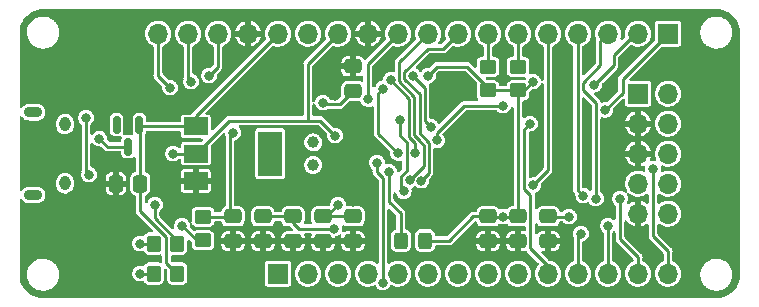
<source format=gbl>
G04 #@! TF.GenerationSoftware,KiCad,Pcbnew,(6.0.9)*
G04 #@! TF.CreationDate,2022-11-19T12:24:37+01:00*
G04 #@! TF.ProjectId,SAMD21 breakout,53414d44-3231-4206-9272-65616b6f7574,rev?*
G04 #@! TF.SameCoordinates,Original*
G04 #@! TF.FileFunction,Copper,L2,Bot*
G04 #@! TF.FilePolarity,Positive*
%FSLAX46Y46*%
G04 Gerber Fmt 4.6, Leading zero omitted, Abs format (unit mm)*
G04 Created by KiCad (PCBNEW (6.0.9)) date 2022-11-19 12:24:37*
%MOMM*%
%LPD*%
G01*
G04 APERTURE LIST*
G04 Aperture macros list*
%AMRoundRect*
0 Rectangle with rounded corners*
0 $1 Rounding radius*
0 $2 $3 $4 $5 $6 $7 $8 $9 X,Y pos of 4 corners*
0 Add a 4 corners polygon primitive as box body*
4,1,4,$2,$3,$4,$5,$6,$7,$8,$9,$2,$3,0*
0 Add four circle primitives for the rounded corners*
1,1,$1+$1,$2,$3*
1,1,$1+$1,$4,$5*
1,1,$1+$1,$6,$7*
1,1,$1+$1,$8,$9*
0 Add four rect primitives between the rounded corners*
20,1,$1+$1,$2,$3,$4,$5,0*
20,1,$1+$1,$4,$5,$6,$7,0*
20,1,$1+$1,$6,$7,$8,$9,0*
20,1,$1+$1,$8,$9,$2,$3,0*%
G04 Aperture macros list end*
G04 #@! TA.AperFunction,SMDPad,CuDef*
%ADD10R,2.000000X3.800000*%
G04 #@! TD*
G04 #@! TA.AperFunction,SMDPad,CuDef*
%ADD11R,2.000000X1.500000*%
G04 #@! TD*
G04 #@! TA.AperFunction,ComponentPad*
%ADD12R,1.700000X1.700000*%
G04 #@! TD*
G04 #@! TA.AperFunction,ComponentPad*
%ADD13O,1.700000X1.700000*%
G04 #@! TD*
G04 #@! TA.AperFunction,ComponentPad*
%ADD14C,1.000000*%
G04 #@! TD*
G04 #@! TA.AperFunction,ComponentPad*
%ADD15O,1.550000X0.890000*%
G04 #@! TD*
G04 #@! TA.AperFunction,ComponentPad*
%ADD16O,0.950000X1.250000*%
G04 #@! TD*
G04 #@! TA.AperFunction,SMDPad,CuDef*
%ADD17RoundRect,0.250000X-0.475000X0.337500X-0.475000X-0.337500X0.475000X-0.337500X0.475000X0.337500X0*%
G04 #@! TD*
G04 #@! TA.AperFunction,SMDPad,CuDef*
%ADD18RoundRect,0.150000X-0.150000X0.587500X-0.150000X-0.587500X0.150000X-0.587500X0.150000X0.587500X0*%
G04 #@! TD*
G04 #@! TA.AperFunction,SMDPad,CuDef*
%ADD19RoundRect,0.250000X0.350000X0.450000X-0.350000X0.450000X-0.350000X-0.450000X0.350000X-0.450000X0*%
G04 #@! TD*
G04 #@! TA.AperFunction,SMDPad,CuDef*
%ADD20RoundRect,0.250000X0.337500X0.475000X-0.337500X0.475000X-0.337500X-0.475000X0.337500X-0.475000X0*%
G04 #@! TD*
G04 #@! TA.AperFunction,SMDPad,CuDef*
%ADD21RoundRect,0.250000X-0.325000X-0.450000X0.325000X-0.450000X0.325000X0.450000X-0.325000X0.450000X0*%
G04 #@! TD*
G04 #@! TA.AperFunction,SMDPad,CuDef*
%ADD22RoundRect,0.250000X-0.450000X0.350000X-0.450000X-0.350000X0.450000X-0.350000X0.450000X0.350000X0*%
G04 #@! TD*
G04 #@! TA.AperFunction,SMDPad,CuDef*
%ADD23RoundRect,0.250000X0.450000X-0.350000X0.450000X0.350000X-0.450000X0.350000X-0.450000X-0.350000X0*%
G04 #@! TD*
G04 #@! TA.AperFunction,SMDPad,CuDef*
%ADD24RoundRect,0.250000X0.475000X-0.337500X0.475000X0.337500X-0.475000X0.337500X-0.475000X-0.337500X0*%
G04 #@! TD*
G04 #@! TA.AperFunction,ViaPad*
%ADD25C,0.800000*%
G04 #@! TD*
G04 #@! TA.AperFunction,Conductor*
%ADD26C,0.250000*%
G04 #@! TD*
G04 APERTURE END LIST*
D10*
X-660000Y10160000D03*
D11*
X-6960000Y7860000D03*
X-6960000Y10160000D03*
X-6960000Y12460000D03*
D12*
X30480000Y15240000D03*
D13*
X33020000Y15240000D03*
X30480000Y12700000D03*
X33020000Y12700000D03*
X30480000Y10160000D03*
X33020000Y10160000D03*
X30480000Y7620000D03*
X33020000Y7620000D03*
X30480000Y5080000D03*
X33020000Y5080000D03*
D14*
X2980000Y11110000D03*
X2980000Y9210000D03*
D15*
X-20731800Y13660000D03*
X-20731800Y6660000D03*
D16*
X-18031800Y7660000D03*
X-18031800Y12660000D03*
D17*
X22860000Y4847500D03*
X22860000Y2772500D03*
D18*
X-13650000Y12621500D03*
X-11750000Y12621500D03*
X-12700000Y10746500D03*
D17*
X3810000Y4847500D03*
X3810000Y2772500D03*
X17780000Y4847500D03*
X17780000Y2772500D03*
X6350000Y4847500D03*
X6350000Y2772500D03*
X20320000Y4847500D03*
X20320000Y2772500D03*
D19*
X-8525000Y2540000D03*
X-10525000Y2540000D03*
D17*
X1270000Y4847500D03*
X1270000Y2772500D03*
D20*
X-11662500Y7620000D03*
X-13737500Y7620000D03*
D12*
X33020000Y20320000D03*
D13*
X30480000Y20320000D03*
X27940000Y20320000D03*
X25400000Y20320000D03*
X22860000Y20320000D03*
X20320000Y20320000D03*
X17780000Y20320000D03*
X15240000Y20320000D03*
X12700000Y20320000D03*
X10160000Y20320000D03*
X7620000Y20320000D03*
X5080000Y20320000D03*
X2540000Y20320000D03*
X0Y20320000D03*
X-2540000Y20320000D03*
X-5080000Y20320000D03*
X-7620000Y20320000D03*
X-10160000Y20320000D03*
D17*
X-1270000Y4847500D03*
X-1270000Y2772500D03*
D21*
X10405000Y2794000D03*
X12455000Y2794000D03*
D22*
X20320000Y17510000D03*
X20320000Y15510000D03*
X17780000Y17510000D03*
X17780000Y15510000D03*
D23*
X-6350000Y2810000D03*
X-6350000Y4810000D03*
D12*
X0Y0D03*
D13*
X2540000Y0D03*
X5080000Y0D03*
X7620000Y0D03*
X10160000Y0D03*
X12700000Y0D03*
X15240000Y0D03*
X17780000Y0D03*
X20320000Y0D03*
X22860000Y0D03*
X25400000Y0D03*
X27940000Y0D03*
X30480000Y0D03*
X33020000Y0D03*
D19*
X-8525000Y0D03*
X-10525000Y0D03*
D17*
X-3810000Y4847500D03*
X-3810000Y2772500D03*
D24*
X6350000Y15472500D03*
X6350000Y17547500D03*
D25*
X-16256000Y13208000D03*
X19050000Y4826000D03*
X-16002000Y8382000D03*
X-8890000Y10160000D03*
X12700000Y16764000D03*
X-10414000Y5842000D03*
X4826000Y11684000D03*
X24638000Y4826000D03*
X21590000Y16256000D03*
X15494000Y16510000D03*
X-1524000Y14224000D03*
X26543000Y18415000D03*
X-5080000Y6096000D03*
X4826000Y10414000D03*
X-13970000Y4572000D03*
X24255560Y6986439D03*
X24130000Y11684000D03*
X-9652000Y8382000D03*
X-9398000Y11430000D03*
X16510000Y18796000D03*
X-7703051Y1269174D03*
X-17018000Y15621000D03*
X-4318000Y14478000D03*
X-2540000Y3810000D03*
X6354299Y6091701D03*
X18978724Y6913806D03*
X-13081000Y15875000D03*
X32258000Y17780000D03*
X24130000Y17780000D03*
X13462000Y16002000D03*
X18288000Y11430000D03*
X15240000Y5588000D03*
X26924000Y3339500D03*
X21844000Y11176000D03*
X13290016Y7995784D03*
X1524000Y10160000D03*
X-16510000Y6350000D03*
X29718000Y18542000D03*
X21844000Y17780000D03*
X6350000Y-1270000D03*
X-3810000Y254000D03*
X16510000Y-1270000D03*
X4822838Y15056997D03*
X-2436471Y7327587D03*
X-5080000Y3810000D03*
X26162000Y11684000D03*
X-11867247Y1285377D03*
X9398000Y8636000D03*
X4766301Y3810000D03*
X3810000Y14478000D03*
X-8128000Y4064000D03*
X5080000Y5842000D03*
X10340989Y13025875D03*
X7616313Y14764444D03*
X-3810000Y11938000D03*
X10656017Y6965108D03*
X13466651Y11277134D03*
X19050000Y14224000D03*
X8890000Y-762000D03*
X8382000Y9398000D03*
X25654000Y3391502D03*
X27940000Y4064000D03*
X28956000Y6350000D03*
X31750000Y8890000D03*
X27686000Y13843000D03*
X26797000Y16002000D03*
X26924000Y6350000D03*
X25845930Y6604000D03*
X21590000Y7493000D03*
X12137214Y7867581D03*
X11138500Y7907286D03*
X21336000Y12700000D03*
X8870317Y15655937D03*
X-9144000Y15748000D03*
X10160002Y10197500D03*
X9531499Y16405500D03*
X-7366000Y16256000D03*
X11609002Y10197500D03*
X11430000Y16763999D03*
X12954000Y12446000D03*
X-5842000Y16764000D03*
X-15113000Y11430000D03*
X-11684000Y0D03*
X-11684000Y2540000D03*
D26*
X17780000Y15748000D02*
X17780000Y15510000D01*
X3556000Y12954000D02*
X4826000Y11684000D01*
X-4166000Y12954000D02*
X2540000Y12954000D01*
X-16256000Y8636000D02*
X-16002000Y8382000D01*
X16531500Y4847500D02*
X17780000Y4847500D01*
X19050000Y4826000D02*
X17801500Y4826000D01*
X20298500Y4826000D02*
X20320000Y4847500D01*
X20320000Y15510000D02*
X20844000Y15510000D01*
X22881500Y4826000D02*
X22860000Y4847500D01*
X2540000Y17780000D02*
X2540000Y12954000D01*
X13462000Y17526000D02*
X16002000Y17526000D01*
X19050000Y4826000D02*
X20298500Y4826000D01*
X-6960000Y10160000D02*
X-8890000Y10160000D01*
X24638000Y4826000D02*
X22881500Y4826000D01*
X-6960000Y10160000D02*
X-4166000Y12954000D01*
X12700000Y16764000D02*
X13462000Y17526000D01*
X-8525000Y2788863D02*
X-10414000Y4677863D01*
X2540000Y12954000D02*
X3556000Y12954000D01*
X20320000Y15510000D02*
X20320000Y4847500D01*
X16002000Y17526000D02*
X17780000Y15748000D01*
X12455000Y2794000D02*
X14478000Y2794000D01*
X-8525000Y2540000D02*
X-8525000Y2788863D01*
X20844000Y15510000D02*
X21590000Y16256000D01*
X17801500Y4826000D02*
X17780000Y4847500D01*
X20320000Y15510000D02*
X17780000Y15510000D01*
X14478000Y2794000D02*
X16531500Y4847500D01*
X-16256000Y13208000D02*
X-16256000Y8636000D01*
X5080000Y20320000D02*
X2540000Y17780000D01*
X-10414000Y4677863D02*
X-10414000Y5842000D01*
X1270000Y4847500D02*
X-1270000Y4847500D01*
X4766301Y3810000D02*
X1778000Y3810000D01*
X1778000Y3810000D02*
X1270000Y4318000D01*
X9398000Y6096000D02*
X10405000Y5089000D01*
X10405000Y5089000D02*
X10405000Y2794000D01*
X1270000Y4318000D02*
X1270000Y4847500D01*
X9398000Y8636000D02*
X9398000Y6096000D01*
X6350000Y15472500D02*
X5209997Y14332497D01*
X3955503Y14332497D02*
X3810000Y14478000D01*
X5209997Y14332497D02*
X3955503Y14332497D01*
X-6350000Y2810000D02*
X-6874000Y2810000D01*
X-6874000Y2810000D02*
X-8128000Y4064000D01*
X3810000Y4847500D02*
X6350000Y4847500D01*
X4085500Y4847500D02*
X5080000Y5842000D01*
X3810000Y4847500D02*
X4085500Y4847500D01*
X-6350000Y4810000D02*
X-3847500Y4810000D01*
X7616313Y17776313D02*
X7616313Y14764444D01*
X10340989Y13025875D02*
X10340989Y11652476D01*
X10414000Y8255000D02*
X10414000Y7207125D01*
X10884502Y8725502D02*
X10414000Y8255000D01*
X-4064000Y11684000D02*
X-3810000Y11938000D01*
X-3810000Y4847500D02*
X-4064000Y5101500D01*
X10414000Y7207125D02*
X10656017Y6965108D01*
X10340989Y11652476D02*
X10884502Y11108965D01*
X10160000Y20320000D02*
X7616313Y17776313D01*
X-4064000Y5101500D02*
X-4064000Y11684000D01*
X-3847500Y4810000D02*
X-3810000Y4847500D01*
X10884502Y11108965D02*
X10884502Y8725502D01*
X15756598Y14224000D02*
X19050000Y14224000D01*
X13466651Y11277134D02*
X13466651Y11934053D01*
X13466651Y11934053D02*
X15756598Y14224000D01*
X8890000Y8119402D02*
X8890000Y-762000D01*
X8382000Y8627402D02*
X8890000Y8119402D01*
X8382000Y9398000D02*
X8382000Y8627402D01*
X25400000Y0D02*
X25400000Y3137502D01*
X25400000Y3137502D02*
X25654000Y3391502D01*
X27940000Y0D02*
X27940000Y4064000D01*
X30480000Y1397000D02*
X30480000Y0D01*
X28956000Y6350000D02*
X28956000Y2921000D01*
X28956000Y2921000D02*
X30480000Y1397000D01*
X33020000Y1905000D02*
X33020000Y0D01*
X31750000Y3175000D02*
X33020000Y1905000D01*
X31750000Y8890000D02*
X31750000Y3175000D01*
X33020000Y20320000D02*
X29172500Y16472500D01*
X29172500Y16472500D02*
X29172500Y15329500D01*
X29172500Y15329500D02*
X27686000Y13843000D01*
X28448000Y17653000D02*
X26797000Y16002000D01*
X28448000Y18542000D02*
X28448000Y17653000D01*
X30226000Y20320000D02*
X28448000Y18542000D01*
X30480000Y20320000D02*
X30226000Y20320000D01*
X25818500Y16175098D02*
X25818500Y15574902D01*
X26924000Y14469402D02*
X26924000Y6350000D01*
X27940000Y20320000D02*
X27305000Y19685000D01*
X27305000Y19685000D02*
X27305000Y17661598D01*
X27305000Y17661598D02*
X25818500Y16175098D01*
X25818500Y15574902D02*
X26924000Y14469402D01*
X25368999Y7080931D02*
X25845930Y6604000D01*
X25400000Y20320000D02*
X25368999Y20288999D01*
X25368999Y20288999D02*
X25368999Y7080931D01*
X22860000Y8763000D02*
X21590000Y7493000D01*
X22860000Y20320000D02*
X22860000Y8763000D01*
X20320000Y17510000D02*
X20320000Y20320000D01*
X17780000Y17510000D02*
X17780000Y20320000D01*
X12783003Y11037288D02*
X12783003Y8513370D01*
X12783003Y8513370D02*
X12137214Y7867581D01*
X12691403Y19050000D02*
X10705500Y17064097D01*
X15240000Y20320000D02*
X13970000Y19050000D01*
X10705500Y16463901D02*
X11996499Y15172902D01*
X11996499Y15172902D02*
X11996499Y11904039D01*
X12741003Y11079288D02*
X12783003Y11037288D01*
X12741003Y11159535D02*
X12741003Y11079288D01*
X11996499Y11904039D02*
X12741003Y11159535D01*
X13970000Y19050000D02*
X12691403Y19050000D01*
X10705500Y17064097D02*
X10705500Y16463901D01*
X12058503Y11206345D02*
X12058503Y11126098D01*
X11546998Y14986713D02*
X11546998Y11717850D01*
X10255999Y16277712D02*
X11546998Y14986713D01*
X12058503Y11126098D02*
X12333502Y10851099D01*
X12333502Y9102288D02*
X11138500Y7907286D01*
X10255999Y17875999D02*
X10255999Y16277712D01*
X12333502Y10851099D02*
X12333502Y9102288D01*
X11546998Y11717850D02*
X12058503Y11206345D01*
X12700000Y20320000D02*
X10255999Y17875999D01*
X-11662500Y5290673D02*
X-9450000Y3078173D01*
X-11588500Y12460000D02*
X-11750000Y12621500D01*
X-11662500Y7620000D02*
X-11662500Y5290673D01*
X-6960000Y12460000D02*
X-11588500Y12460000D01*
X-11662500Y12534000D02*
X-11750000Y12621500D01*
X-11662500Y7620000D02*
X-11662500Y12534000D01*
X-9450000Y925000D02*
X-8525000Y0D01*
X-6960000Y12460000D02*
X-6960000Y13360000D01*
X-9450000Y3078173D02*
X-9450000Y925000D01*
X-6960000Y13360000D02*
X0Y20320000D01*
X22860000Y0D02*
X22860000Y635000D01*
X22860000Y635000D02*
X21370000Y2125000D01*
X21370000Y2125000D02*
X21370000Y6688402D01*
X20865500Y12229500D02*
X21336000Y12700000D01*
X21370000Y6688402D02*
X20865500Y7192902D01*
X20865500Y7192902D02*
X20865500Y12229500D01*
X-10160000Y16764000D02*
X-9144000Y15748000D01*
X10160002Y10197500D02*
X8509000Y11848502D01*
X8509000Y11848502D02*
X8509000Y15294620D01*
X8509000Y15294620D02*
X8870317Y15655937D01*
X-10160000Y20320000D02*
X-10160000Y16764000D01*
X11609002Y11020156D02*
X11080001Y11549157D01*
X-7620000Y16510000D02*
X-7366000Y16256000D01*
X11080001Y11549157D02*
X11080001Y14818020D01*
X11080001Y14818020D02*
X9531499Y16366522D01*
X-7620000Y20320000D02*
X-7620000Y16510000D01*
X11609002Y10197500D02*
X11609002Y11020156D01*
X9531499Y16366522D02*
X9531499Y16405500D01*
X12954000Y12446000D02*
X12446000Y12954000D01*
X-5080000Y20320000D02*
X-5080000Y17526000D01*
X12446000Y12954000D02*
X12446000Y15747999D01*
X12446000Y15747999D02*
X11430000Y16763999D01*
X-5080000Y17526000D02*
X-5842000Y16764000D01*
X-14429500Y10746500D02*
X-12700000Y10746500D01*
X-15113000Y11430000D02*
X-14429500Y10746500D01*
X-11684000Y0D02*
X-10525000Y0D01*
X-11684000Y2540000D02*
X-10525000Y2540000D01*
G04 #@! TA.AperFunction,Conductor*
G36*
X37102303Y22403079D02*
G01*
X37115200Y22400514D01*
X37127372Y22402935D01*
X37139780Y22402935D01*
X37139780Y22402470D01*
X37150606Y22403179D01*
X37367423Y22388968D01*
X37383763Y22386817D01*
X37503669Y22362967D01*
X37623578Y22339115D01*
X37639492Y22334851D01*
X37755259Y22295554D01*
X37871023Y22256257D01*
X37886250Y22249950D01*
X38105542Y22141807D01*
X38119816Y22133566D01*
X38323118Y21997724D01*
X38336193Y21987691D01*
X38520030Y21826471D01*
X38531671Y21814830D01*
X38692887Y21630997D01*
X38692891Y21630993D01*
X38702924Y21617918D01*
X38838766Y21414616D01*
X38847007Y21400342D01*
X38955150Y21181050D01*
X38961457Y21165823D01*
X38974859Y21126342D01*
X39014530Y21009476D01*
X39040050Y20934295D01*
X39044315Y20918378D01*
X39053210Y20873663D01*
X39092017Y20678563D01*
X39094168Y20662223D01*
X39108379Y20445406D01*
X39107670Y20434580D01*
X39108135Y20434580D01*
X39108135Y20422172D01*
X39105714Y20410000D01*
X39108135Y20397830D01*
X39108279Y20397106D01*
X39110700Y20372524D01*
X39110700Y-52524D01*
X39108279Y-77103D01*
X39105714Y-90000D01*
X39108135Y-102172D01*
X39108135Y-114580D01*
X39107670Y-114580D01*
X39108379Y-125406D01*
X39094168Y-342223D01*
X39092017Y-358563D01*
X39077647Y-430805D01*
X39052218Y-558651D01*
X39044316Y-598375D01*
X39040051Y-614292D01*
X39011298Y-698997D01*
X38961457Y-845823D01*
X38955150Y-861050D01*
X38847007Y-1080342D01*
X38838766Y-1094616D01*
X38702924Y-1297918D01*
X38692891Y-1310993D01*
X38531671Y-1494830D01*
X38520030Y-1506471D01*
X38336197Y-1667687D01*
X38336193Y-1667691D01*
X38323118Y-1677724D01*
X38119816Y-1813566D01*
X38105542Y-1821807D01*
X37886250Y-1929950D01*
X37871023Y-1936257D01*
X37777299Y-1968072D01*
X37639492Y-2014851D01*
X37623578Y-2019115D01*
X37503669Y-2042966D01*
X37383763Y-2066817D01*
X37367423Y-2068968D01*
X37150606Y-2083179D01*
X37139780Y-2082470D01*
X37139780Y-2082935D01*
X37127372Y-2082935D01*
X37115200Y-2080514D01*
X37102303Y-2083079D01*
X37077724Y-2085500D01*
X-19847324Y-2085500D01*
X-19871903Y-2083079D01*
X-19884800Y-2080514D01*
X-19896972Y-2082935D01*
X-19909380Y-2082935D01*
X-19909380Y-2082470D01*
X-19920206Y-2083179D01*
X-20137023Y-2068968D01*
X-20153363Y-2066817D01*
X-20393173Y-2019116D01*
X-20409094Y-2014850D01*
X-20640626Y-1936255D01*
X-20655852Y-1929948D01*
X-20875142Y-1821806D01*
X-20889416Y-1813565D01*
X-21092713Y-1677726D01*
X-21105789Y-1667693D01*
X-21289622Y-1506476D01*
X-21301276Y-1494822D01*
X-21462493Y-1310989D01*
X-21472526Y-1297913D01*
X-21608365Y-1094616D01*
X-21616606Y-1080342D01*
X-21724748Y-861052D01*
X-21731055Y-845826D01*
X-21809650Y-614294D01*
X-21813916Y-598373D01*
X-21861617Y-358563D01*
X-21863768Y-342223D01*
X-21877979Y-125406D01*
X-21877270Y-114580D01*
X-21877735Y-114580D01*
X-21877735Y-102172D01*
X-21875314Y-90000D01*
X-21877879Y-77103D01*
X-21880300Y-52524D01*
X-21880300Y-25964D01*
X-21242688Y-25964D01*
X-21242488Y-31292D01*
X-21242488Y-31294D01*
X-21240336Y-88599D01*
X-21241095Y-88628D01*
X-21240766Y-90016D01*
X-21240460Y-89989D01*
X-21240426Y-90377D01*
X-21240335Y-91838D01*
X-21240277Y-92085D01*
X-21240152Y-93507D01*
X-21234064Y-255669D01*
X-21232969Y-260888D01*
X-21220172Y-321879D01*
X-21220939Y-322040D01*
X-21219959Y-324316D01*
X-21219863Y-325408D01*
X-21218439Y-330722D01*
X-21218336Y-331307D01*
X-21217165Y-336210D01*
X-21186861Y-480637D01*
X-21178759Y-501153D01*
X-21160825Y-546566D01*
X-21160076Y-548541D01*
X-21158703Y-553663D01*
X-21156378Y-558649D01*
X-21156377Y-558651D01*
X-21155853Y-559775D01*
X-21152866Y-566717D01*
X-21102428Y-694436D01*
X-21065527Y-755246D01*
X-21063989Y-758126D01*
X-21063910Y-758080D01*
X-21061161Y-762841D01*
X-21058835Y-767829D01*
X-21055678Y-772337D01*
X-21055676Y-772341D01*
X-21054126Y-774555D01*
X-21049619Y-781462D01*
X-20992818Y-875067D01*
X-20983179Y-890952D01*
X-20979684Y-894979D01*
X-20979683Y-894981D01*
X-20932807Y-949000D01*
X-20929245Y-953563D01*
X-20926453Y-956890D01*
X-20923295Y-961401D01*
X-20917009Y-967687D01*
X-20910939Y-974201D01*
X-20840875Y-1054942D01*
X-20832524Y-1064566D01*
X-20798877Y-1092155D01*
X-20768491Y-1117070D01*
X-20761226Y-1123652D01*
X-20760094Y-1124602D01*
X-20756201Y-1128495D01*
X-20751697Y-1131649D01*
X-20751692Y-1131653D01*
X-20748864Y-1133633D01*
X-20741246Y-1139410D01*
X-20658899Y-1206931D01*
X-20658893Y-1206935D01*
X-20654771Y-1210315D01*
X-20650132Y-1212955D01*
X-20650133Y-1212955D01*
X-20577445Y-1254331D01*
X-20567504Y-1260622D01*
X-20567140Y-1260877D01*
X-20567133Y-1260881D01*
X-20562629Y-1264035D01*
X-20557645Y-1266359D01*
X-20557640Y-1266362D01*
X-20554925Y-1267628D01*
X-20545848Y-1272318D01*
X-20507215Y-1294309D01*
X-20455002Y-1324030D01*
X-20365302Y-1356590D01*
X-20355047Y-1360833D01*
X-20353452Y-1361577D01*
X-20353450Y-1361578D01*
X-20348463Y-1363903D01*
X-20343147Y-1365327D01*
X-20343145Y-1365328D01*
X-20342081Y-1365613D01*
X-20341098Y-1365876D01*
X-20330719Y-1369143D01*
X-20238929Y-1402461D01*
X-20138357Y-1420648D01*
X-20128184Y-1422926D01*
X-20120208Y-1425063D01*
X-20113810Y-1425623D01*
X-20102388Y-1427152D01*
X-20012731Y-1443364D01*
X-20008592Y-1443559D01*
X-20008585Y-1443560D01*
X-19990130Y-1444430D01*
X-19990123Y-1444430D01*
X-19988642Y-1444500D01*
X-19827088Y-1444500D01*
X-19747356Y-1437735D01*
X-19661067Y-1430413D01*
X-19661063Y-1430412D01*
X-19655756Y-1429962D01*
X-19650601Y-1428624D01*
X-19650595Y-1428623D01*
X-19438432Y-1373556D01*
X-19438433Y-1373556D01*
X-19433261Y-1372214D01*
X-19279705Y-1303042D01*
X-19228538Y-1279993D01*
X-19228535Y-1279992D01*
X-19223677Y-1277803D01*
X-19032997Y-1149430D01*
X-19005974Y-1123652D01*
X-18939809Y-1060533D01*
X-18866672Y-990764D01*
X-18729458Y-806342D01*
X-18716020Y-779913D01*
X-18627698Y-606194D01*
X-18627698Y-606193D01*
X-18625280Y-601438D01*
X-18557115Y-381911D01*
X-18546168Y-299319D01*
X-18527612Y-159319D01*
X-18527612Y-159316D01*
X-18526912Y-154036D01*
X-18529264Y-91401D01*
X-18528505Y-91372D01*
X-18528834Y-89984D01*
X-18529140Y-90011D01*
X-18529174Y-89623D01*
X-18529265Y-88162D01*
X-18529323Y-87915D01*
X-18529448Y-86493D01*
X-18535536Y75669D01*
X-18549428Y141879D01*
X-18548661Y142040D01*
X-18549641Y144316D01*
X-18549737Y145408D01*
X-18551161Y150722D01*
X-18551264Y151307D01*
X-18552438Y156222D01*
X-18555547Y171043D01*
X-18582739Y300637D01*
X-18608775Y366566D01*
X-18609524Y368541D01*
X-18610897Y373663D01*
X-18613747Y379775D01*
X-18616734Y386717D01*
X-18667172Y514436D01*
X-18704073Y575246D01*
X-18705611Y578126D01*
X-18705690Y578080D01*
X-18708439Y582841D01*
X-18710765Y587829D01*
X-18713924Y592341D01*
X-18715474Y594555D01*
X-18719981Y601462D01*
X-18783653Y706391D01*
X-18783655Y706394D01*
X-18786421Y710952D01*
X-18789917Y714981D01*
X-18836793Y769000D01*
X-18840355Y773563D01*
X-18843147Y776890D01*
X-18846305Y781401D01*
X-18852591Y787687D01*
X-18858661Y794201D01*
X-18933576Y880533D01*
X-18933578Y880535D01*
X-18937076Y884566D01*
X-19001108Y937070D01*
X-19008374Y943652D01*
X-19009506Y944602D01*
X-19013399Y948495D01*
X-19017903Y951649D01*
X-19017908Y951653D01*
X-19020736Y953633D01*
X-19028354Y959410D01*
X-19110701Y1026931D01*
X-19110707Y1026935D01*
X-19114829Y1030315D01*
X-19192155Y1074331D01*
X-19202096Y1080622D01*
X-19202460Y1080877D01*
X-19202467Y1080881D01*
X-19206971Y1084035D01*
X-19211955Y1086359D01*
X-19211960Y1086362D01*
X-19214675Y1087628D01*
X-19223752Y1092318D01*
X-19290792Y1130479D01*
X-19314598Y1144030D01*
X-19404298Y1176590D01*
X-19414553Y1180833D01*
X-19416148Y1181577D01*
X-19416150Y1181578D01*
X-19421137Y1183903D01*
X-19426453Y1185327D01*
X-19426455Y1185328D01*
X-19427519Y1185613D01*
X-19428502Y1185876D01*
X-19438881Y1189143D01*
X-19530671Y1222461D01*
X-19631243Y1240648D01*
X-19641416Y1242926D01*
X-19649392Y1245063D01*
X-19655790Y1245623D01*
X-19667212Y1247152D01*
X-19756869Y1263364D01*
X-19761008Y1263559D01*
X-19761015Y1263560D01*
X-19779470Y1264430D01*
X-19779477Y1264430D01*
X-19780958Y1264500D01*
X-19942512Y1264500D01*
X-20022244Y1257735D01*
X-20108533Y1250413D01*
X-20108537Y1250412D01*
X-20113844Y1249962D01*
X-20118999Y1248624D01*
X-20119005Y1248623D01*
X-20291742Y1203789D01*
X-20336339Y1192214D01*
X-20464716Y1134384D01*
X-20541062Y1099993D01*
X-20541065Y1099992D01*
X-20545923Y1097803D01*
X-20736603Y969430D01*
X-20740460Y965751D01*
X-20740462Y965749D01*
X-20806868Y902401D01*
X-20902928Y810764D01*
X-20906111Y806487D01*
X-20906111Y806486D01*
X-20957370Y737591D01*
X-21040142Y626342D01*
X-21042558Y621591D01*
X-21042560Y621587D01*
X-21141902Y426194D01*
X-21144320Y421438D01*
X-21212485Y201911D01*
X-21213186Y196622D01*
X-21239332Y-646D01*
X-21242688Y-25964D01*
X-21880300Y-25964D01*
X-21880300Y6202824D01*
X-21860298Y6270945D01*
X-21806642Y6317438D01*
X-21736368Y6327542D01*
X-21671788Y6298048D01*
X-21650087Y6273645D01*
X-21648077Y6270688D01*
X-21644592Y6263935D01*
X-21533295Y6136352D01*
X-21527081Y6131985D01*
X-21400994Y6043369D01*
X-21400992Y6043368D01*
X-21394777Y6039000D01*
X-21328201Y6013043D01*
X-21244116Y5980259D01*
X-21244113Y5980258D01*
X-21237036Y5977499D01*
X-21229503Y5976507D01*
X-21229502Y5976507D01*
X-21111998Y5961038D01*
X-21107911Y5960500D01*
X-20359342Y5960500D01*
X-20233720Y5975702D01*
X-20075344Y6035547D01*
X-20053324Y6050681D01*
X-19942074Y6127141D01*
X-19942072Y6127142D01*
X-19935815Y6131443D01*
X-19927878Y6140351D01*
X-19828240Y6252182D01*
X-19828238Y6252185D01*
X-19823187Y6257854D01*
X-19812202Y6278601D01*
X-19747519Y6400765D01*
X-19747518Y6400768D01*
X-19743964Y6407480D01*
X-19702718Y6571685D01*
X-19702555Y6602710D01*
X-19702280Y6655454D01*
X-19701832Y6740989D01*
X-19704048Y6750223D01*
X-19739582Y6898232D01*
X-19741355Y6905617D01*
X-19819008Y7056065D01*
X-19832152Y7071133D01*
X-19887737Y7134851D01*
X-19930305Y7183648D01*
X-20068823Y7281000D01*
X-20164825Y7318430D01*
X-20219484Y7339741D01*
X-20219487Y7339742D01*
X-20226564Y7342501D01*
X-20234097Y7343493D01*
X-20234098Y7343493D01*
X-20351602Y7358962D01*
X-20351603Y7358962D01*
X-20355689Y7359500D01*
X-21104258Y7359500D01*
X-21229880Y7344298D01*
X-21388256Y7284453D01*
X-21394514Y7280152D01*
X-21493841Y7211886D01*
X-21527785Y7188557D01*
X-21532836Y7182887D01*
X-21532838Y7182886D01*
X-21635360Y7067818D01*
X-21635362Y7067815D01*
X-21640413Y7062146D01*
X-21643967Y7055433D01*
X-21648302Y7049196D01*
X-21649854Y7050274D01*
X-21692498Y7006519D01*
X-21761673Y6990537D01*
X-21828506Y7014491D01*
X-21871780Y7070775D01*
X-21880300Y7116321D01*
X-21880300Y7467405D01*
X-18761300Y7467405D01*
X-18753659Y7401865D01*
X-18749477Y7366000D01*
X-18746567Y7341036D01*
X-18744071Y7334159D01*
X-18744070Y7334156D01*
X-18694793Y7198401D01*
X-18688526Y7181136D01*
X-18595257Y7038877D01*
X-18471762Y6921890D01*
X-18465435Y6918215D01*
X-18465431Y6918212D01*
X-18385905Y6872020D01*
X-18324668Y6836451D01*
X-18317664Y6834330D01*
X-18317660Y6834328D01*
X-18221106Y6805085D01*
X-18161863Y6787142D01*
X-17992081Y6776609D01*
X-17984865Y6777849D01*
X-17984863Y6777849D01*
X-17831646Y6804177D01*
X-17824430Y6805417D01*
X-17667902Y6872020D01*
X-17662014Y6876353D01*
X-17662009Y6876356D01*
X-17536794Y6968504D01*
X-17536790Y6968508D01*
X-17530895Y6972846D01*
X-17422269Y7100708D01*
X-14578999Y7100708D01*
X-14578630Y7093890D01*
X-14573159Y7043518D01*
X-14569530Y7028259D01*
X-14524778Y6908882D01*
X-14516246Y6893296D01*
X-14440428Y6792133D01*
X-14427867Y6779572D01*
X-14326704Y6703754D01*
X-14311118Y6695222D01*
X-14191735Y6650467D01*
X-14176490Y6646842D01*
X-14126108Y6641369D01*
X-14119294Y6641000D01*
X-14009615Y6641000D01*
X-13994376Y6645475D01*
X-13993171Y6646865D01*
X-13991500Y6654548D01*
X-13991500Y6659116D01*
X-13483500Y6659116D01*
X-13479025Y6643877D01*
X-13477635Y6642672D01*
X-13469952Y6641001D01*
X-13355708Y6641001D01*
X-13348890Y6641370D01*
X-13298518Y6646841D01*
X-13283259Y6650470D01*
X-13163882Y6695222D01*
X-13148296Y6703754D01*
X-13047133Y6779572D01*
X-13034572Y6792133D01*
X-12958754Y6893296D01*
X-12950222Y6908882D01*
X-12905467Y7028265D01*
X-12901842Y7043510D01*
X-12896369Y7093892D01*
X-12896000Y7100706D01*
X-12896000Y7347885D01*
X-12900475Y7363124D01*
X-12901865Y7364329D01*
X-12909548Y7366000D01*
X-13465385Y7366000D01*
X-13480624Y7361525D01*
X-13481829Y7360135D01*
X-13483500Y7352452D01*
X-13483500Y6659116D01*
X-13991500Y6659116D01*
X-13991500Y7347885D01*
X-13995975Y7363124D01*
X-13997365Y7364329D01*
X-14005048Y7366000D01*
X-14560884Y7366000D01*
X-14576123Y7361525D01*
X-14577328Y7360135D01*
X-14578999Y7352452D01*
X-14578999Y7100708D01*
X-17422269Y7100708D01*
X-17420758Y7102486D01*
X-17379314Y7183648D01*
X-17346725Y7247470D01*
X-17346724Y7247472D01*
X-17343398Y7253986D01*
X-17337856Y7276632D01*
X-17316692Y7363124D01*
X-17302966Y7419219D01*
X-17302300Y7429954D01*
X-17302300Y7852595D01*
X-17313795Y7951195D01*
X-17316185Y7971692D01*
X-17316185Y7971693D01*
X-17317033Y7978964D01*
X-17331025Y8017513D01*
X-17372577Y8131985D01*
X-17375074Y8138864D01*
X-17468343Y8281123D01*
X-17591838Y8398110D01*
X-17598165Y8401785D01*
X-17598169Y8401788D01*
X-17714108Y8469130D01*
X-17738932Y8483549D01*
X-17745936Y8485670D01*
X-17745940Y8485672D01*
X-17872869Y8524115D01*
X-17901737Y8532858D01*
X-18071519Y8543391D01*
X-18078735Y8542151D01*
X-18078737Y8542151D01*
X-18231954Y8515823D01*
X-18239170Y8514583D01*
X-18395698Y8447980D01*
X-18401586Y8443647D01*
X-18401591Y8443644D01*
X-18526806Y8351496D01*
X-18526810Y8351492D01*
X-18532705Y8347154D01*
X-18642842Y8217514D01*
X-18665636Y8172874D01*
X-18714910Y8076377D01*
X-18720202Y8066014D01*
X-18721941Y8058909D01*
X-18721942Y8058905D01*
X-18731989Y8017845D01*
X-18760634Y7900781D01*
X-18761300Y7890046D01*
X-18761300Y7467405D01*
X-21880300Y7467405D01*
X-21880300Y12467405D01*
X-18761300Y12467405D01*
X-18746567Y12341036D01*
X-18744071Y12334159D01*
X-18744070Y12334156D01*
X-18708568Y12236351D01*
X-18688526Y12181136D01*
X-18595257Y12038877D01*
X-18471762Y11921890D01*
X-18465435Y11918215D01*
X-18465431Y11918212D01*
X-18376618Y11866626D01*
X-18324668Y11836451D01*
X-18317664Y11834330D01*
X-18317660Y11834328D01*
X-18218108Y11804177D01*
X-18161863Y11787142D01*
X-17992081Y11776609D01*
X-17984865Y11777849D01*
X-17984863Y11777849D01*
X-17831646Y11804177D01*
X-17824430Y11805417D01*
X-17667902Y11872020D01*
X-17662014Y11876353D01*
X-17662009Y11876356D01*
X-17536794Y11968504D01*
X-17536790Y11968508D01*
X-17530895Y11972846D01*
X-17420758Y12102486D01*
X-17377085Y12188015D01*
X-17346725Y12247470D01*
X-17346724Y12247472D01*
X-17343398Y12253986D01*
X-17332203Y12299734D01*
X-17313492Y12376202D01*
X-17302966Y12419219D01*
X-17302300Y12429954D01*
X-17302300Y12852595D01*
X-17312679Y12941615D01*
X-17316185Y12971692D01*
X-17316185Y12971693D01*
X-17317033Y12978964D01*
X-17337571Y13035547D01*
X-17372577Y13131985D01*
X-17375074Y13138864D01*
X-17424928Y13214904D01*
X-16915271Y13214904D01*
X-16907231Y13142077D01*
X-16899552Y13072530D01*
X-16897887Y13057447D01*
X-16895277Y13050316D01*
X-16895277Y13050314D01*
X-16851476Y12930622D01*
X-16843447Y12908681D01*
X-16839211Y12902378D01*
X-16839211Y12902377D01*
X-16808205Y12856236D01*
X-16755092Y12777195D01*
X-16749473Y12772082D01*
X-16749472Y12772081D01*
X-16676701Y12705865D01*
X-16639778Y12645225D01*
X-16635500Y12612671D01*
X-16635500Y8689920D01*
X-16638049Y8665972D01*
X-16638128Y8664307D01*
X-16640320Y8654124D01*
X-16638288Y8636955D01*
X-16636373Y8620777D01*
X-16636023Y8614845D01*
X-16635928Y8614853D01*
X-16635500Y8609674D01*
X-16635500Y8604476D01*
X-16634647Y8599352D01*
X-16634276Y8594862D01*
X-16637806Y8553151D01*
X-16637834Y8553042D01*
X-16640594Y8545963D01*
X-16641586Y8538430D01*
X-16641586Y8538429D01*
X-16659653Y8401192D01*
X-16661271Y8388904D01*
X-16653646Y8319837D01*
X-16644955Y8241122D01*
X-16643887Y8231447D01*
X-16641277Y8224316D01*
X-16641277Y8224314D01*
X-16595549Y8099357D01*
X-16589447Y8082681D01*
X-16585211Y8076378D01*
X-16585211Y8076377D01*
X-16514865Y7971692D01*
X-16501092Y7951195D01*
X-16495473Y7946082D01*
X-16495472Y7946081D01*
X-16396733Y7856236D01*
X-16383924Y7844581D01*
X-16244707Y7768992D01*
X-16091478Y7728793D01*
X-16007523Y7727474D01*
X-15940681Y7726424D01*
X-15940678Y7726424D01*
X-15933084Y7726305D01*
X-15778668Y7761671D01*
X-15669876Y7816387D01*
X-15643928Y7829437D01*
X-15643925Y7829439D01*
X-15637145Y7832849D01*
X-15631374Y7837778D01*
X-15631371Y7837780D01*
X-15567753Y7892115D01*
X-14579000Y7892115D01*
X-14574525Y7876876D01*
X-14573135Y7875671D01*
X-14565452Y7874000D01*
X-14009615Y7874000D01*
X-13994376Y7878475D01*
X-13993171Y7879865D01*
X-13991500Y7887548D01*
X-13991500Y7892115D01*
X-13483500Y7892115D01*
X-13479025Y7876876D01*
X-13477635Y7875671D01*
X-13469952Y7874000D01*
X-12914116Y7874000D01*
X-12898877Y7878475D01*
X-12897672Y7879865D01*
X-12896001Y7887548D01*
X-12896001Y8139292D01*
X-12896370Y8146110D01*
X-12901841Y8196482D01*
X-12905470Y8211741D01*
X-12950222Y8331118D01*
X-12958754Y8346704D01*
X-13034572Y8447867D01*
X-13047133Y8460428D01*
X-13148296Y8536246D01*
X-13163882Y8544778D01*
X-13283265Y8589533D01*
X-13298510Y8593158D01*
X-13348892Y8598631D01*
X-13355706Y8599000D01*
X-13465385Y8599000D01*
X-13480624Y8594525D01*
X-13481829Y8593135D01*
X-13483500Y8585452D01*
X-13483500Y7892115D01*
X-13991500Y7892115D01*
X-13991500Y8580884D01*
X-13995975Y8596123D01*
X-13997365Y8597328D01*
X-14005048Y8598999D01*
X-14119292Y8598999D01*
X-14126110Y8598630D01*
X-14176482Y8593159D01*
X-14191741Y8589530D01*
X-14311118Y8544778D01*
X-14326704Y8536246D01*
X-14427867Y8460428D01*
X-14440428Y8447867D01*
X-14516246Y8346704D01*
X-14524778Y8331118D01*
X-14569533Y8211735D01*
X-14573158Y8196490D01*
X-14578631Y8146108D01*
X-14579000Y8139294D01*
X-14579000Y7892115D01*
X-15567753Y7892115D01*
X-15522464Y7930796D01*
X-15522464Y7930797D01*
X-15516686Y7935731D01*
X-15424245Y8064376D01*
X-15365158Y8211359D01*
X-15347689Y8334104D01*
X-15343419Y8364109D01*
X-15343419Y8364112D01*
X-15342838Y8368193D01*
X-15342693Y8382000D01*
X-15361724Y8539267D01*
X-15417720Y8687454D01*
X-15436499Y8714778D01*
X-15503145Y8811749D01*
X-15503146Y8811751D01*
X-15507447Y8818008D01*
X-15625725Y8923389D01*
X-15646428Y8934351D01*
X-15759012Y8993961D01*
X-15759011Y8993961D01*
X-15765726Y8997516D01*
X-15773089Y8999365D01*
X-15773098Y8999369D01*
X-15781197Y9001403D01*
X-15842392Y9037398D01*
X-15874412Y9100764D01*
X-15876500Y9123606D01*
X-15876500Y10979257D01*
X-15856498Y11047378D01*
X-15802842Y11093871D01*
X-15732568Y11103975D01*
X-15667988Y11074481D01*
X-15645919Y11049533D01*
X-15616333Y11005505D01*
X-15616329Y11005501D01*
X-15612092Y10999195D01*
X-15606473Y10994082D01*
X-15606472Y10994081D01*
X-15523968Y10919009D01*
X-15494924Y10892581D01*
X-15355707Y10816992D01*
X-15202478Y10776793D01*
X-15105862Y10775275D01*
X-15044228Y10774307D01*
X-14976430Y10753238D01*
X-14957112Y10737418D01*
X-14735978Y10516284D01*
X-14720836Y10497536D01*
X-14719721Y10496311D01*
X-14714071Y10487560D01*
X-14705893Y10481113D01*
X-14705891Y10481111D01*
X-14687700Y10466771D01*
X-14683259Y10462825D01*
X-14683197Y10462898D01*
X-14679233Y10459539D01*
X-14675556Y10455862D01*
X-14659808Y10444608D01*
X-14655138Y10441102D01*
X-14614853Y10409344D01*
X-14606219Y10406312D01*
X-14598766Y10400986D01*
X-14549650Y10386297D01*
X-14544008Y10384464D01*
X-14519151Y10375735D01*
X-14495649Y10367482D01*
X-14490084Y10367000D01*
X-14487376Y10367000D01*
X-14484742Y10366886D01*
X-14484644Y10366857D01*
X-14484651Y10366693D01*
X-14483947Y10366649D01*
X-14477722Y10364787D01*
X-14423865Y10366903D01*
X-14418918Y10367000D01*
X-13380500Y10367000D01*
X-13312379Y10346998D01*
X-13265886Y10293342D01*
X-13254500Y10241000D01*
X-13254500Y10127166D01*
X-13239498Y10032445D01*
X-13181326Y9918277D01*
X-13090723Y9827674D01*
X-12976555Y9769502D01*
X-12881834Y9754500D01*
X-12518166Y9754500D01*
X-12423445Y9769502D01*
X-12309277Y9827674D01*
X-12257095Y9879856D01*
X-12194783Y9913882D01*
X-12123968Y9908817D01*
X-12067132Y9866270D01*
X-12042321Y9799750D01*
X-12042000Y9790761D01*
X-12042000Y8705411D01*
X-12062002Y8637290D01*
X-12115658Y8590797D01*
X-12123771Y8587429D01*
X-12165752Y8571691D01*
X-12244764Y8542071D01*
X-12251943Y8536691D01*
X-12251946Y8536689D01*
X-12322850Y8483549D01*
X-12360404Y8455404D01*
X-12365785Y8448224D01*
X-12441689Y8346946D01*
X-12441691Y8346943D01*
X-12447071Y8339764D01*
X-12474231Y8267314D01*
X-12493326Y8216376D01*
X-12497798Y8204448D01*
X-12504500Y8142756D01*
X-12504500Y7097244D01*
X-12504131Y7093848D01*
X-12504131Y7093847D01*
X-12499012Y7046731D01*
X-12497798Y7035552D01*
X-12495026Y7028159D01*
X-12495026Y7028157D01*
X-12484686Y7000575D01*
X-12447071Y6900236D01*
X-12441691Y6893057D01*
X-12441689Y6893054D01*
X-12397676Y6834328D01*
X-12360404Y6784596D01*
X-12339977Y6769287D01*
X-12251946Y6703311D01*
X-12251943Y6703309D01*
X-12244764Y6697929D01*
X-12178060Y6672923D01*
X-12123771Y6652571D01*
X-12067006Y6609930D01*
X-12042306Y6543368D01*
X-12042000Y6534589D01*
X-12042000Y5344593D01*
X-12044549Y5320645D01*
X-12044628Y5318980D01*
X-12046820Y5308797D01*
X-12043665Y5282141D01*
X-12042873Y5275450D01*
X-12042523Y5269519D01*
X-12042428Y5269527D01*
X-12042000Y5264349D01*
X-12042000Y5259149D01*
X-12041146Y5254020D01*
X-12041146Y5254017D01*
X-12038831Y5240108D01*
X-12037994Y5234230D01*
X-12033906Y5199693D01*
X-12031970Y5183332D01*
X-12028007Y5175080D01*
X-12026504Y5166047D01*
X-12021557Y5156878D01*
X-12021556Y5156876D01*
X-12002166Y5120941D01*
X-11999469Y5115648D01*
X-11980715Y5076591D01*
X-11980712Y5076587D01*
X-11977281Y5069441D01*
X-11973686Y5065165D01*
X-11971763Y5063242D01*
X-11969991Y5061310D01*
X-11969948Y5061231D01*
X-11970072Y5061118D01*
X-11969596Y5060578D01*
X-11966510Y5054859D01*
X-11958865Y5047792D01*
X-11926914Y5018257D01*
X-11923348Y5014827D01*
X-10618116Y3709595D01*
X-10584090Y3647283D01*
X-10589155Y3576468D01*
X-10631702Y3519632D01*
X-10698222Y3494821D01*
X-10707211Y3494500D01*
X-10922756Y3494500D01*
X-10926152Y3494131D01*
X-10926153Y3494131D01*
X-10976597Y3488651D01*
X-10976598Y3488651D01*
X-10984448Y3487798D01*
X-10991841Y3485026D01*
X-10991843Y3485026D01*
X-11022482Y3473540D01*
X-11119764Y3437071D01*
X-11126943Y3431691D01*
X-11126946Y3431689D01*
X-11193486Y3381820D01*
X-11235404Y3350404D01*
X-11240785Y3343224D01*
X-11312782Y3247158D01*
X-11322071Y3234764D01*
X-11325224Y3226354D01*
X-11327361Y3222450D01*
X-11377619Y3172304D01*
X-11447010Y3157289D01*
X-11468577Y3160754D01*
X-11593996Y3192257D01*
X-11594000Y3192257D01*
X-11601367Y3194108D01*
X-11608966Y3194148D01*
X-11608967Y3194148D01*
X-11674819Y3194493D01*
X-11759779Y3194938D01*
X-11767159Y3193166D01*
X-11767161Y3193166D01*
X-11906437Y3159729D01*
X-11906440Y3159728D01*
X-11913816Y3157957D01*
X-12054586Y3085300D01*
X-12173961Y2981162D01*
X-12265050Y2851556D01*
X-12322594Y2703963D01*
X-12323586Y2696430D01*
X-12323586Y2696429D01*
X-12330336Y2645154D01*
X-12343271Y2546904D01*
X-12336987Y2489990D01*
X-12327690Y2405780D01*
X-12325887Y2389447D01*
X-12323277Y2382316D01*
X-12323277Y2382314D01*
X-12286638Y2282194D01*
X-12271447Y2240681D01*
X-12267211Y2234378D01*
X-12267211Y2234377D01*
X-12194540Y2126232D01*
X-12183092Y2109195D01*
X-12177473Y2104082D01*
X-12177472Y2104081D01*
X-12076650Y2012341D01*
X-12065924Y2002581D01*
X-11926707Y1926992D01*
X-11773478Y1886793D01*
X-11689523Y1885474D01*
X-11622681Y1884424D01*
X-11622678Y1884424D01*
X-11615084Y1884305D01*
X-11465323Y1918605D01*
X-11394457Y1914316D01*
X-11337159Y1872394D01*
X-11326674Y1856293D01*
X-11325221Y1853639D01*
X-11322071Y1845236D01*
X-11316691Y1838057D01*
X-11316689Y1838054D01*
X-11276710Y1784711D01*
X-11235404Y1729596D01*
X-11228224Y1724215D01*
X-11126946Y1648311D01*
X-11126943Y1648309D01*
X-11119764Y1642929D01*
X-11053884Y1618232D01*
X-10991843Y1594974D01*
X-10991841Y1594974D01*
X-10984448Y1592202D01*
X-10976598Y1591349D01*
X-10976597Y1591349D01*
X-10926153Y1585869D01*
X-10922756Y1585500D01*
X-10127244Y1585500D01*
X-10123847Y1585869D01*
X-10073403Y1591349D01*
X-10073402Y1591349D01*
X-10065552Y1592202D01*
X-10058157Y1594974D01*
X-10051571Y1597443D01*
X-9999727Y1616878D01*
X-9928922Y1622061D01*
X-9866553Y1588140D01*
X-9832424Y1525885D01*
X-9829500Y1498896D01*
X-9829500Y1041104D01*
X-9849502Y972983D01*
X-9903158Y926490D01*
X-9973432Y916386D01*
X-9999723Y923120D01*
X-10054492Y943652D01*
X-10058160Y945027D01*
X-10058161Y945027D01*
X-10065552Y947798D01*
X-10073402Y948651D01*
X-10073403Y948651D01*
X-10123847Y954131D01*
X-10123848Y954131D01*
X-10127244Y954500D01*
X-10922756Y954500D01*
X-10926152Y954131D01*
X-10926153Y954131D01*
X-10976597Y948651D01*
X-10976598Y948651D01*
X-10984448Y947798D01*
X-10991841Y945026D01*
X-10991843Y945026D01*
X-11030046Y930704D01*
X-11119764Y897071D01*
X-11126943Y891691D01*
X-11126946Y891689D01*
X-11193646Y841700D01*
X-11235404Y810404D01*
X-11240785Y803224D01*
X-11306919Y714981D01*
X-11322071Y694764D01*
X-11325224Y686354D01*
X-11327361Y682450D01*
X-11377619Y632304D01*
X-11447010Y617289D01*
X-11468577Y620754D01*
X-11593996Y652257D01*
X-11594000Y652257D01*
X-11601367Y654108D01*
X-11608966Y654148D01*
X-11608967Y654148D01*
X-11674819Y654493D01*
X-11759779Y654938D01*
X-11767159Y653166D01*
X-11767161Y653166D01*
X-11906437Y619729D01*
X-11906440Y619728D01*
X-11913816Y617957D01*
X-12054586Y545300D01*
X-12173961Y441162D01*
X-12265050Y311556D01*
X-12267810Y304476D01*
X-12309952Y196387D01*
X-12322594Y163963D01*
X-12323586Y156430D01*
X-12323586Y156429D01*
X-12341116Y23270D01*
X-12343271Y6904D01*
X-12340225Y-20681D01*
X-12328663Y-125406D01*
X-12325887Y-150553D01*
X-12323277Y-157684D01*
X-12323277Y-157686D01*
X-12284220Y-264414D01*
X-12271447Y-299319D01*
X-12267211Y-305622D01*
X-12267211Y-305623D01*
X-12215947Y-381911D01*
X-12183092Y-430805D01*
X-12177473Y-435918D01*
X-12177472Y-435919D01*
X-12105780Y-501153D01*
X-12065924Y-537419D01*
X-11926707Y-613008D01*
X-11773478Y-653207D01*
X-11689523Y-654526D01*
X-11622681Y-655576D01*
X-11622678Y-655576D01*
X-11615084Y-655695D01*
X-11465323Y-621395D01*
X-11394457Y-625684D01*
X-11337159Y-667606D01*
X-11326674Y-683707D01*
X-11325221Y-686361D01*
X-11322071Y-694764D01*
X-11316691Y-701943D01*
X-11316689Y-701946D01*
X-11267312Y-767829D01*
X-11235404Y-810404D01*
X-11228224Y-815785D01*
X-11126946Y-891689D01*
X-11126943Y-891691D01*
X-11119764Y-897071D01*
X-11066677Y-916972D01*
X-10991843Y-945026D01*
X-10991841Y-945026D01*
X-10984448Y-947798D01*
X-10976598Y-948651D01*
X-10976597Y-948651D01*
X-10926153Y-954131D01*
X-10922756Y-954500D01*
X-10127244Y-954500D01*
X-10123847Y-954131D01*
X-10073403Y-948651D01*
X-10073402Y-948651D01*
X-10065552Y-947798D01*
X-10058159Y-945026D01*
X-10058157Y-945026D01*
X-9983323Y-916972D01*
X-9930236Y-897071D01*
X-9923057Y-891691D01*
X-9923054Y-891689D01*
X-9821776Y-815785D01*
X-9814596Y-810404D01*
X-9782688Y-767829D01*
X-9733311Y-701946D01*
X-9733309Y-701943D01*
X-9727929Y-694764D01*
X-9677202Y-559448D01*
X-9675802Y-546566D01*
X-9670869Y-501153D01*
X-9670869Y-501152D01*
X-9670500Y-497756D01*
X-9670500Y304616D01*
X-9650498Y372737D01*
X-9596842Y419230D01*
X-9526568Y429334D01*
X-9461988Y399840D01*
X-9455405Y393711D01*
X-9416405Y354711D01*
X-9382379Y292399D01*
X-9379500Y265616D01*
X-9379500Y-497756D01*
X-9379131Y-501152D01*
X-9379131Y-501153D01*
X-9374197Y-546566D01*
X-9372798Y-559448D01*
X-9322071Y-694764D01*
X-9316691Y-701943D01*
X-9316689Y-701946D01*
X-9267312Y-767829D01*
X-9235404Y-810404D01*
X-9228224Y-815785D01*
X-9126946Y-891689D01*
X-9126943Y-891691D01*
X-9119764Y-897071D01*
X-9066677Y-916972D01*
X-8991843Y-945026D01*
X-8991841Y-945026D01*
X-8984448Y-947798D01*
X-8976598Y-948651D01*
X-8976597Y-948651D01*
X-8926153Y-954131D01*
X-8922756Y-954500D01*
X-8127244Y-954500D01*
X-8123847Y-954131D01*
X-8073403Y-948651D01*
X-8073402Y-948651D01*
X-8065552Y-947798D01*
X-8058159Y-945026D01*
X-8058157Y-945026D01*
X-7983323Y-916972D01*
X-7930236Y-897071D01*
X-7923057Y-891691D01*
X-7923054Y-891689D01*
X-7821776Y-815785D01*
X-7814596Y-810404D01*
X-7782688Y-767829D01*
X-7733311Y-701946D01*
X-7733309Y-701943D01*
X-7727929Y-694764D01*
X-7677202Y-559448D01*
X-7675802Y-546566D01*
X-7670869Y-501153D01*
X-7670869Y-501152D01*
X-7670500Y-497756D01*
X-7670500Y497756D01*
X-7672312Y514436D01*
X-7676349Y551597D01*
X-7676349Y551598D01*
X-7677202Y559448D01*
X-7686480Y584199D01*
X-7694296Y605046D01*
X-7727929Y694764D01*
X-7733309Y701943D01*
X-7733311Y701946D01*
X-7809215Y803224D01*
X-7814596Y810404D01*
X-7856354Y841700D01*
X-7900875Y875067D01*
X-1104500Y875067D01*
X-1104499Y-875066D01*
X-1089734Y-949301D01*
X-1082839Y-959620D01*
X-1082838Y-959622D01*
X-1042484Y-1020015D01*
X-1033484Y-1033484D01*
X-1023168Y-1040377D01*
X-964431Y-1079624D01*
X-949301Y-1089734D01*
X-875067Y-1104500D01*
X-142Y-1104500D01*
X875066Y-1104499D01*
X910818Y-1097388D01*
X937126Y-1092156D01*
X937128Y-1092155D01*
X949301Y-1089734D01*
X959621Y-1082839D01*
X959622Y-1082838D01*
X1023168Y-1040377D01*
X1033484Y-1033484D01*
X1089734Y-949301D01*
X1104500Y-875067D01*
X1104499Y29036D01*
X1431148Y29036D01*
X1444424Y-173522D01*
X1445845Y-179118D01*
X1445846Y-179123D01*
X1483111Y-325850D01*
X1494392Y-370269D01*
X1496809Y-375512D01*
X1534010Y-456208D01*
X1579377Y-554616D01*
X1696533Y-720389D01*
X1841938Y-862035D01*
X2010720Y-974812D01*
X2016023Y-977090D01*
X2016026Y-977092D01*
X2147283Y-1033484D01*
X2197228Y-1054942D01*
X2270244Y-1071464D01*
X2389579Y-1098467D01*
X2389584Y-1098468D01*
X2395216Y-1099742D01*
X2400987Y-1099969D01*
X2400989Y-1099969D01*
X2460756Y-1102317D01*
X2598053Y-1107712D01*
X2705348Y-1092155D01*
X2793231Y-1079413D01*
X2793236Y-1079412D01*
X2798945Y-1078584D01*
X2804409Y-1076729D01*
X2804414Y-1076728D01*
X2985693Y-1015192D01*
X2985698Y-1015190D01*
X2991165Y-1013334D01*
X3024805Y-994495D01*
X3067840Y-970394D01*
X3168276Y-914147D01*
X3185021Y-900221D01*
X3319913Y-788031D01*
X3324345Y-784345D01*
X3408045Y-683707D01*
X3450453Y-632718D01*
X3450455Y-632715D01*
X3454147Y-628276D01*
X3529155Y-494339D01*
X3550510Y-456208D01*
X3550511Y-456206D01*
X3553334Y-451165D01*
X3555190Y-445698D01*
X3555192Y-445693D01*
X3616728Y-264414D01*
X3616729Y-264409D01*
X3618584Y-258945D01*
X3619412Y-253236D01*
X3619413Y-253231D01*
X3643025Y-90377D01*
X3647712Y-58053D01*
X3649232Y0D01*
X3646564Y29036D01*
X3971148Y29036D01*
X3984424Y-173522D01*
X3985845Y-179118D01*
X3985846Y-179123D01*
X4023111Y-325850D01*
X4034392Y-370269D01*
X4036809Y-375512D01*
X4074010Y-456208D01*
X4119377Y-554616D01*
X4236533Y-720389D01*
X4381938Y-862035D01*
X4550720Y-974812D01*
X4556023Y-977090D01*
X4556026Y-977092D01*
X4687283Y-1033484D01*
X4737228Y-1054942D01*
X4810244Y-1071464D01*
X4929579Y-1098467D01*
X4929584Y-1098468D01*
X4935216Y-1099742D01*
X4940987Y-1099969D01*
X4940989Y-1099969D01*
X5000756Y-1102317D01*
X5138053Y-1107712D01*
X5245348Y-1092155D01*
X5333231Y-1079413D01*
X5333236Y-1079412D01*
X5338945Y-1078584D01*
X5344409Y-1076729D01*
X5344414Y-1076728D01*
X5525693Y-1015192D01*
X5525698Y-1015190D01*
X5531165Y-1013334D01*
X5564805Y-994495D01*
X5607840Y-970394D01*
X5708276Y-914147D01*
X5725021Y-900221D01*
X5859913Y-788031D01*
X5864345Y-784345D01*
X5948045Y-683707D01*
X5990453Y-632718D01*
X5990455Y-632715D01*
X5994147Y-628276D01*
X6069155Y-494339D01*
X6090510Y-456208D01*
X6090511Y-456206D01*
X6093334Y-451165D01*
X6095190Y-445698D01*
X6095192Y-445693D01*
X6156728Y-264414D01*
X6156729Y-264409D01*
X6158584Y-258945D01*
X6159412Y-253236D01*
X6159413Y-253231D01*
X6183025Y-90377D01*
X6187712Y-58053D01*
X6189232Y0D01*
X6176195Y141879D01*
X6171187Y196387D01*
X6171186Y196390D01*
X6170658Y202141D01*
X6169090Y207701D01*
X6117125Y391954D01*
X6117124Y391956D01*
X6115557Y397513D01*
X6106272Y416343D01*
X6028331Y574391D01*
X6025776Y579572D01*
X5904320Y742221D01*
X5755258Y880013D01*
X5750375Y883094D01*
X5750371Y883097D01*
X5588464Y985252D01*
X5583581Y988333D01*
X5395039Y1063554D01*
X5389379Y1064680D01*
X5389375Y1064681D01*
X5201613Y1102029D01*
X5201610Y1102029D01*
X5195946Y1103156D01*
X5190171Y1103232D01*
X5190167Y1103232D01*
X5088793Y1104559D01*
X4992971Y1105813D01*
X4987274Y1104834D01*
X4987273Y1104834D01*
X4798607Y1072415D01*
X4792910Y1071436D01*
X4602463Y1001176D01*
X4428010Y897388D01*
X4423670Y893582D01*
X4423666Y893579D01*
X4300196Y785298D01*
X4275392Y763545D01*
X4149720Y604131D01*
X4147031Y599020D01*
X4147029Y599017D01*
X4102529Y514436D01*
X4055203Y424485D01*
X3995007Y230622D01*
X3971148Y29036D01*
X3646564Y29036D01*
X3636195Y141879D01*
X3631187Y196387D01*
X3631186Y196390D01*
X3630658Y202141D01*
X3629090Y207701D01*
X3577125Y391954D01*
X3577124Y391956D01*
X3575557Y397513D01*
X3566272Y416343D01*
X3488331Y574391D01*
X3485776Y579572D01*
X3364320Y742221D01*
X3215258Y880013D01*
X3210375Y883094D01*
X3210371Y883097D01*
X3048464Y985252D01*
X3043581Y988333D01*
X2855039Y1063554D01*
X2849379Y1064680D01*
X2849375Y1064681D01*
X2661613Y1102029D01*
X2661610Y1102029D01*
X2655946Y1103156D01*
X2650171Y1103232D01*
X2650167Y1103232D01*
X2548793Y1104559D01*
X2452971Y1105813D01*
X2447274Y1104834D01*
X2447273Y1104834D01*
X2258607Y1072415D01*
X2252910Y1071436D01*
X2062463Y1001176D01*
X1888010Y897388D01*
X1883670Y893582D01*
X1883666Y893579D01*
X1760196Y785298D01*
X1735392Y763545D01*
X1609720Y604131D01*
X1607031Y599020D01*
X1607029Y599017D01*
X1562529Y514436D01*
X1515203Y424485D01*
X1455007Y230622D01*
X1431148Y29036D01*
X1104499Y29036D01*
X1104499Y875066D01*
X1089734Y949301D01*
X1078370Y966309D01*
X1040377Y1023168D01*
X1033484Y1033484D01*
X949301Y1089734D01*
X875067Y1104500D01*
X142Y1104500D01*
X-875066Y1104499D01*
X-908732Y1097803D01*
X-937126Y1092156D01*
X-937128Y1092155D01*
X-949301Y1089734D01*
X-959621Y1082839D01*
X-959622Y1082838D01*
X-1008744Y1050015D01*
X-1033484Y1033484D01*
X-1089734Y949301D01*
X-1104500Y875067D01*
X-7900875Y875067D01*
X-7923054Y891689D01*
X-7923057Y891691D01*
X-7930236Y897071D01*
X-8019954Y930704D01*
X-8058157Y945026D01*
X-8058159Y945026D01*
X-8065552Y947798D01*
X-8073402Y948651D01*
X-8073403Y948651D01*
X-8123847Y954131D01*
X-8123848Y954131D01*
X-8127244Y954500D01*
X-8890616Y954500D01*
X-8958737Y974502D01*
X-8979711Y991405D01*
X-9033595Y1045289D01*
X-9067621Y1107601D01*
X-9070500Y1134384D01*
X-9070500Y1461121D01*
X-9050498Y1529242D01*
X-8996842Y1575735D01*
X-8930891Y1586384D01*
X-8922756Y1585500D01*
X-8127244Y1585500D01*
X-8123847Y1585869D01*
X-8073403Y1591349D01*
X-8073402Y1591349D01*
X-8065552Y1592202D01*
X-8058159Y1594974D01*
X-8058157Y1594974D01*
X-7996116Y1618232D01*
X-7930236Y1642929D01*
X-7923057Y1648309D01*
X-7923054Y1648311D01*
X-7821776Y1724215D01*
X-7814596Y1729596D01*
X-7773290Y1784711D01*
X-7733311Y1838054D01*
X-7733309Y1838057D01*
X-7727929Y1845236D01*
X-7691785Y1941651D01*
X-7679974Y1973157D01*
X-7679974Y1973159D01*
X-7677202Y1980552D01*
X-7673748Y2012341D01*
X-7670869Y2038847D01*
X-7670869Y2038848D01*
X-7670500Y2042244D01*
X-7670500Y2765616D01*
X-7650498Y2833737D01*
X-7596842Y2880230D01*
X-7526568Y2890334D01*
X-7461988Y2860840D01*
X-7455405Y2854711D01*
X-7341405Y2740711D01*
X-7307379Y2678399D01*
X-7304500Y2651616D01*
X-7304500Y2412244D01*
X-7297798Y2350552D01*
X-7247071Y2215236D01*
X-7241691Y2208057D01*
X-7241689Y2208054D01*
X-7175713Y2120023D01*
X-7160404Y2099596D01*
X-7153224Y2094215D01*
X-7051946Y2018311D01*
X-7051943Y2018309D01*
X-7044764Y2012929D01*
X-6966517Y1983596D01*
X-6916843Y1964974D01*
X-6916841Y1964974D01*
X-6909448Y1962202D01*
X-6901598Y1961349D01*
X-6901597Y1961349D01*
X-6851153Y1955869D01*
X-6847756Y1955500D01*
X-5852244Y1955500D01*
X-5848847Y1955869D01*
X-5798403Y1961349D01*
X-5798402Y1961349D01*
X-5790552Y1962202D01*
X-5783159Y1964974D01*
X-5783157Y1964974D01*
X-5733483Y1983596D01*
X-5655236Y2012929D01*
X-5648057Y2018309D01*
X-5648054Y2018311D01*
X-5546776Y2094215D01*
X-5539596Y2099596D01*
X-5524287Y2120023D01*
X-5458311Y2208054D01*
X-5458309Y2208057D01*
X-5452929Y2215236D01*
X-5402202Y2350552D01*
X-5397840Y2390708D01*
X-4788999Y2390708D01*
X-4788630Y2383890D01*
X-4783159Y2333518D01*
X-4779530Y2318259D01*
X-4734778Y2198882D01*
X-4726246Y2183296D01*
X-4650428Y2082133D01*
X-4637867Y2069572D01*
X-4536704Y1993754D01*
X-4521118Y1985222D01*
X-4401735Y1940467D01*
X-4386490Y1936842D01*
X-4336108Y1931369D01*
X-4329294Y1931000D01*
X-4082115Y1931000D01*
X-4066876Y1935475D01*
X-4065671Y1936865D01*
X-4064000Y1944548D01*
X-4064000Y1949116D01*
X-3556000Y1949116D01*
X-3551525Y1933877D01*
X-3550135Y1932672D01*
X-3542452Y1931001D01*
X-3290708Y1931001D01*
X-3283890Y1931370D01*
X-3233518Y1936841D01*
X-3218259Y1940470D01*
X-3098882Y1985222D01*
X-3083296Y1993754D01*
X-2982133Y2069572D01*
X-2969572Y2082133D01*
X-2893754Y2183296D01*
X-2885222Y2198882D01*
X-2840467Y2318265D01*
X-2836842Y2333510D01*
X-2831369Y2383892D01*
X-2831000Y2390706D01*
X-2831000Y2390708D01*
X-2248999Y2390708D01*
X-2248630Y2383890D01*
X-2243159Y2333518D01*
X-2239530Y2318259D01*
X-2194778Y2198882D01*
X-2186246Y2183296D01*
X-2110428Y2082133D01*
X-2097867Y2069572D01*
X-1996704Y1993754D01*
X-1981118Y1985222D01*
X-1861735Y1940467D01*
X-1846490Y1936842D01*
X-1796108Y1931369D01*
X-1789294Y1931000D01*
X-1542115Y1931000D01*
X-1526876Y1935475D01*
X-1525671Y1936865D01*
X-1524000Y1944548D01*
X-1524000Y1949116D01*
X-1016000Y1949116D01*
X-1011525Y1933877D01*
X-1010135Y1932672D01*
X-1002452Y1931001D01*
X-750708Y1931001D01*
X-743890Y1931370D01*
X-693518Y1936841D01*
X-678259Y1940470D01*
X-558882Y1985222D01*
X-543296Y1993754D01*
X-442133Y2069572D01*
X-429572Y2082133D01*
X-353754Y2183296D01*
X-345222Y2198882D01*
X-300467Y2318265D01*
X-296842Y2333510D01*
X-291369Y2383892D01*
X-291000Y2390706D01*
X-291000Y2390708D01*
X291001Y2390708D01*
X291370Y2383890D01*
X296841Y2333518D01*
X300470Y2318259D01*
X345222Y2198882D01*
X353754Y2183296D01*
X429572Y2082133D01*
X442133Y2069572D01*
X543296Y1993754D01*
X558882Y1985222D01*
X678265Y1940467D01*
X693510Y1936842D01*
X743892Y1931369D01*
X750706Y1931000D01*
X997885Y1931000D01*
X1013124Y1935475D01*
X1014329Y1936865D01*
X1016000Y1944548D01*
X1016000Y1949116D01*
X1524000Y1949116D01*
X1528475Y1933877D01*
X1529865Y1932672D01*
X1537548Y1931001D01*
X1789292Y1931001D01*
X1796110Y1931370D01*
X1846482Y1936841D01*
X1861741Y1940470D01*
X1981118Y1985222D01*
X1996704Y1993754D01*
X2097867Y2069572D01*
X2110428Y2082133D01*
X2186246Y2183296D01*
X2194778Y2198882D01*
X2239533Y2318265D01*
X2243158Y2333510D01*
X2248631Y2383892D01*
X2249000Y2390706D01*
X2249000Y2390708D01*
X2831001Y2390708D01*
X2831370Y2383890D01*
X2836841Y2333518D01*
X2840470Y2318259D01*
X2885222Y2198882D01*
X2893754Y2183296D01*
X2969572Y2082133D01*
X2982133Y2069572D01*
X3083296Y1993754D01*
X3098882Y1985222D01*
X3218265Y1940467D01*
X3233510Y1936842D01*
X3283892Y1931369D01*
X3290706Y1931000D01*
X3537885Y1931000D01*
X3553124Y1935475D01*
X3554329Y1936865D01*
X3556000Y1944548D01*
X3556000Y1949116D01*
X4064000Y1949116D01*
X4068475Y1933877D01*
X4069865Y1932672D01*
X4077548Y1931001D01*
X4329292Y1931001D01*
X4336110Y1931370D01*
X4386482Y1936841D01*
X4401741Y1940470D01*
X4521118Y1985222D01*
X4536704Y1993754D01*
X4637867Y2069572D01*
X4650428Y2082133D01*
X4726246Y2183296D01*
X4734778Y2198882D01*
X4779533Y2318265D01*
X4783158Y2333510D01*
X4788631Y2383892D01*
X4789000Y2390706D01*
X4789000Y2390708D01*
X5371001Y2390708D01*
X5371370Y2383890D01*
X5376841Y2333518D01*
X5380470Y2318259D01*
X5425222Y2198882D01*
X5433754Y2183296D01*
X5509572Y2082133D01*
X5522133Y2069572D01*
X5623296Y1993754D01*
X5638882Y1985222D01*
X5758265Y1940467D01*
X5773510Y1936842D01*
X5823892Y1931369D01*
X5830706Y1931000D01*
X6077885Y1931000D01*
X6093124Y1935475D01*
X6094329Y1936865D01*
X6096000Y1944548D01*
X6096000Y1949116D01*
X6604000Y1949116D01*
X6608475Y1933877D01*
X6609865Y1932672D01*
X6617548Y1931001D01*
X6869292Y1931001D01*
X6876110Y1931370D01*
X6926482Y1936841D01*
X6941741Y1940470D01*
X7061118Y1985222D01*
X7076704Y1993754D01*
X7177867Y2069572D01*
X7190428Y2082133D01*
X7266246Y2183296D01*
X7274778Y2198882D01*
X7319533Y2318265D01*
X7323158Y2333510D01*
X7328631Y2383892D01*
X7329000Y2390706D01*
X7329000Y2500385D01*
X7324525Y2515624D01*
X7323135Y2516829D01*
X7315452Y2518500D01*
X6622115Y2518500D01*
X6606876Y2514025D01*
X6605671Y2512635D01*
X6604000Y2504952D01*
X6604000Y1949116D01*
X6096000Y1949116D01*
X6096000Y2500385D01*
X6091525Y2515624D01*
X6090135Y2516829D01*
X6082452Y2518500D01*
X5389116Y2518500D01*
X5373877Y2514025D01*
X5372672Y2512635D01*
X5371001Y2504952D01*
X5371001Y2390708D01*
X4789000Y2390708D01*
X4789000Y2500385D01*
X4784525Y2515624D01*
X4783135Y2516829D01*
X4775452Y2518500D01*
X4082115Y2518500D01*
X4066876Y2514025D01*
X4065671Y2512635D01*
X4064000Y2504952D01*
X4064000Y1949116D01*
X3556000Y1949116D01*
X3556000Y2500385D01*
X3551525Y2515624D01*
X3550135Y2516829D01*
X3542452Y2518500D01*
X2849116Y2518500D01*
X2833877Y2514025D01*
X2832672Y2512635D01*
X2831001Y2504952D01*
X2831001Y2390708D01*
X2249000Y2390708D01*
X2249000Y2500385D01*
X2244525Y2515624D01*
X2243135Y2516829D01*
X2235452Y2518500D01*
X1542115Y2518500D01*
X1526876Y2514025D01*
X1525671Y2512635D01*
X1524000Y2504952D01*
X1524000Y1949116D01*
X1016000Y1949116D01*
X1016000Y2500385D01*
X1011525Y2515624D01*
X1010135Y2516829D01*
X1002452Y2518500D01*
X309116Y2518500D01*
X293877Y2514025D01*
X292672Y2512635D01*
X291001Y2504952D01*
X291001Y2390708D01*
X-291000Y2390708D01*
X-291000Y2500385D01*
X-295475Y2515624D01*
X-296865Y2516829D01*
X-304548Y2518500D01*
X-997885Y2518500D01*
X-1013124Y2514025D01*
X-1014329Y2512635D01*
X-1016000Y2504952D01*
X-1016000Y1949116D01*
X-1524000Y1949116D01*
X-1524000Y2500385D01*
X-1528475Y2515624D01*
X-1529865Y2516829D01*
X-1537548Y2518500D01*
X-2230884Y2518500D01*
X-2246123Y2514025D01*
X-2247328Y2512635D01*
X-2248999Y2504952D01*
X-2248999Y2390708D01*
X-2831000Y2390708D01*
X-2831000Y2500385D01*
X-2835475Y2515624D01*
X-2836865Y2516829D01*
X-2844548Y2518500D01*
X-3537885Y2518500D01*
X-3553124Y2514025D01*
X-3554329Y2512635D01*
X-3556000Y2504952D01*
X-3556000Y1949116D01*
X-4064000Y1949116D01*
X-4064000Y2500385D01*
X-4068475Y2515624D01*
X-4069865Y2516829D01*
X-4077548Y2518500D01*
X-4770884Y2518500D01*
X-4786123Y2514025D01*
X-4787328Y2512635D01*
X-4788999Y2504952D01*
X-4788999Y2390708D01*
X-5397840Y2390708D01*
X-5395500Y2412244D01*
X-5395500Y3044615D01*
X-4789000Y3044615D01*
X-4784525Y3029376D01*
X-4783135Y3028171D01*
X-4775452Y3026500D01*
X-4082115Y3026500D01*
X-4066876Y3030975D01*
X-4065671Y3032365D01*
X-4064000Y3040048D01*
X-4064000Y3044615D01*
X-3556000Y3044615D01*
X-3551525Y3029376D01*
X-3550135Y3028171D01*
X-3542452Y3026500D01*
X-2849116Y3026500D01*
X-2833877Y3030975D01*
X-2832672Y3032365D01*
X-2831001Y3040048D01*
X-2831001Y3044615D01*
X-2249000Y3044615D01*
X-2244525Y3029376D01*
X-2243135Y3028171D01*
X-2235452Y3026500D01*
X-1542115Y3026500D01*
X-1526876Y3030975D01*
X-1525671Y3032365D01*
X-1524000Y3040048D01*
X-1524000Y3044615D01*
X-1016000Y3044615D01*
X-1011525Y3029376D01*
X-1010135Y3028171D01*
X-1002452Y3026500D01*
X-309116Y3026500D01*
X-293877Y3030975D01*
X-292672Y3032365D01*
X-291001Y3040048D01*
X-291001Y3154292D01*
X-291370Y3161110D01*
X-296841Y3211482D01*
X-300470Y3226741D01*
X-345222Y3346118D01*
X-353754Y3361704D01*
X-429572Y3462867D01*
X-442133Y3475428D01*
X-543296Y3551246D01*
X-558882Y3559778D01*
X-678265Y3604533D01*
X-693510Y3608158D01*
X-743892Y3613631D01*
X-750706Y3614000D01*
X-997885Y3614000D01*
X-1013124Y3609525D01*
X-1014329Y3608135D01*
X-1016000Y3600452D01*
X-1016000Y3044615D01*
X-1524000Y3044615D01*
X-1524000Y3595884D01*
X-1528475Y3611123D01*
X-1529865Y3612328D01*
X-1537548Y3613999D01*
X-1789292Y3613999D01*
X-1796110Y3613630D01*
X-1846482Y3608159D01*
X-1861741Y3604530D01*
X-1981118Y3559778D01*
X-1996704Y3551246D01*
X-2097867Y3475428D01*
X-2110428Y3462867D01*
X-2186246Y3361704D01*
X-2194778Y3346118D01*
X-2239533Y3226735D01*
X-2243158Y3211490D01*
X-2248631Y3161108D01*
X-2249000Y3154294D01*
X-2249000Y3044615D01*
X-2831001Y3044615D01*
X-2831001Y3154292D01*
X-2831370Y3161110D01*
X-2836841Y3211482D01*
X-2840470Y3226741D01*
X-2885222Y3346118D01*
X-2893754Y3361704D01*
X-2969572Y3462867D01*
X-2982133Y3475428D01*
X-3083296Y3551246D01*
X-3098882Y3559778D01*
X-3218265Y3604533D01*
X-3233510Y3608158D01*
X-3283892Y3613631D01*
X-3290706Y3614000D01*
X-3537885Y3614000D01*
X-3553124Y3609525D01*
X-3554329Y3608135D01*
X-3556000Y3600452D01*
X-3556000Y3044615D01*
X-4064000Y3044615D01*
X-4064000Y3595884D01*
X-4068475Y3611123D01*
X-4069865Y3612328D01*
X-4077548Y3613999D01*
X-4329292Y3613999D01*
X-4336110Y3613630D01*
X-4386482Y3608159D01*
X-4401741Y3604530D01*
X-4521118Y3559778D01*
X-4536704Y3551246D01*
X-4637867Y3475428D01*
X-4650428Y3462867D01*
X-4726246Y3361704D01*
X-4734778Y3346118D01*
X-4779533Y3226735D01*
X-4783158Y3211490D01*
X-4788631Y3161108D01*
X-4789000Y3154294D01*
X-4789000Y3044615D01*
X-5395500Y3044615D01*
X-5395500Y3207756D01*
X-5402202Y3269448D01*
X-5410295Y3291038D01*
X-5437547Y3363731D01*
X-5452929Y3404764D01*
X-5458309Y3411943D01*
X-5458311Y3411946D01*
X-5534215Y3513224D01*
X-5539596Y3520404D01*
X-5580500Y3551060D01*
X-5648054Y3601689D01*
X-5648057Y3601691D01*
X-5655236Y3607071D01*
X-5764359Y3647979D01*
X-5783157Y3655026D01*
X-5783159Y3655026D01*
X-5790552Y3657798D01*
X-5798402Y3658651D01*
X-5798403Y3658651D01*
X-5848847Y3664131D01*
X-5848848Y3664131D01*
X-5852244Y3664500D01*
X-6847756Y3664500D01*
X-6851152Y3664131D01*
X-6851153Y3664131D01*
X-6901597Y3658651D01*
X-6901598Y3658651D01*
X-6909448Y3657798D01*
X-6916841Y3655026D01*
X-6916843Y3655026D01*
X-6935641Y3647979D01*
X-7033982Y3611113D01*
X-7104788Y3605930D01*
X-7167305Y3640000D01*
X-7437857Y3910552D01*
X-7471883Y3972864D01*
X-7473505Y4017401D01*
X-7469419Y4046110D01*
X-7469419Y4046111D01*
X-7468838Y4050193D01*
X-7468693Y4064000D01*
X-7476880Y4131652D01*
X-7465206Y4201680D01*
X-7417524Y4254282D01*
X-7348973Y4272754D01*
X-7281316Y4251233D01*
X-7247926Y4214595D01*
X-7247071Y4215236D01*
X-7160404Y4099596D01*
X-7153224Y4094215D01*
X-7051946Y4018311D01*
X-7051943Y4018309D01*
X-7044764Y4012929D01*
X-6971591Y3985498D01*
X-6916843Y3964974D01*
X-6916841Y3964974D01*
X-6909448Y3962202D01*
X-6901598Y3961349D01*
X-6901597Y3961349D01*
X-6851153Y3955869D01*
X-6847756Y3955500D01*
X-5852244Y3955500D01*
X-5848847Y3955869D01*
X-5798403Y3961349D01*
X-5798402Y3961349D01*
X-5790552Y3962202D01*
X-5783159Y3964974D01*
X-5783157Y3964974D01*
X-5728409Y3985498D01*
X-5655236Y4012929D01*
X-5648057Y4018309D01*
X-5648054Y4018311D01*
X-5546776Y4094215D01*
X-5539596Y4099596D01*
X-5502123Y4149596D01*
X-5458311Y4208054D01*
X-5458309Y4208057D01*
X-5452929Y4215236D01*
X-5418054Y4308265D01*
X-5402885Y4348729D01*
X-5360244Y4405494D01*
X-5293682Y4430194D01*
X-5284903Y4430500D01*
X-4881353Y4430500D01*
X-4813232Y4410498D01*
X-4766739Y4356842D01*
X-4763371Y4348729D01*
X-4732071Y4265236D01*
X-4726691Y4258057D01*
X-4726689Y4258054D01*
X-4684439Y4201680D01*
X-4645404Y4149596D01*
X-4638224Y4144215D01*
X-4536946Y4068311D01*
X-4536943Y4068309D01*
X-4529764Y4062929D01*
X-4478627Y4043759D01*
X-4401843Y4014974D01*
X-4401841Y4014974D01*
X-4394448Y4012202D01*
X-4386598Y4011349D01*
X-4386597Y4011349D01*
X-4337156Y4005978D01*
X-4332756Y4005500D01*
X-3287244Y4005500D01*
X-3282844Y4005978D01*
X-3233403Y4011349D01*
X-3233402Y4011349D01*
X-3225552Y4012202D01*
X-3218159Y4014974D01*
X-3218157Y4014974D01*
X-3141373Y4043759D01*
X-3090236Y4062929D01*
X-3083057Y4068309D01*
X-3083054Y4068311D01*
X-2981776Y4144215D01*
X-2974596Y4149596D01*
X-2935561Y4201680D01*
X-2893311Y4258054D01*
X-2893309Y4258057D01*
X-2887929Y4265236D01*
X-2837202Y4400552D01*
X-2836121Y4410498D01*
X-2830869Y4458847D01*
X-2830869Y4458848D01*
X-2830500Y4462244D01*
X-2249500Y4462244D01*
X-2249131Y4458848D01*
X-2249131Y4458847D01*
X-2243878Y4410498D01*
X-2242798Y4400552D01*
X-2192071Y4265236D01*
X-2186691Y4258057D01*
X-2186689Y4258054D01*
X-2144439Y4201680D01*
X-2105404Y4149596D01*
X-2098224Y4144215D01*
X-1996946Y4068311D01*
X-1996943Y4068309D01*
X-1989764Y4062929D01*
X-1938627Y4043759D01*
X-1861843Y4014974D01*
X-1861841Y4014974D01*
X-1854448Y4012202D01*
X-1846598Y4011349D01*
X-1846597Y4011349D01*
X-1797156Y4005978D01*
X-1792756Y4005500D01*
X-747244Y4005500D01*
X-742844Y4005978D01*
X-693403Y4011349D01*
X-693402Y4011349D01*
X-685552Y4012202D01*
X-678159Y4014974D01*
X-678157Y4014974D01*
X-601373Y4043759D01*
X-550236Y4062929D01*
X-543057Y4068309D01*
X-543054Y4068311D01*
X-441776Y4144215D01*
X-434596Y4149596D01*
X-395561Y4201680D01*
X-353311Y4258054D01*
X-353309Y4258057D01*
X-347929Y4265236D01*
X-310631Y4364729D01*
X-302571Y4386229D01*
X-259930Y4442994D01*
X-193368Y4467694D01*
X-184589Y4468000D01*
X184589Y4468000D01*
X252710Y4447998D01*
X299203Y4394342D01*
X302571Y4386229D01*
X310631Y4364729D01*
X347929Y4265236D01*
X353309Y4258057D01*
X353311Y4258054D01*
X395561Y4201680D01*
X434596Y4149596D01*
X441776Y4144215D01*
X543054Y4068311D01*
X543057Y4068309D01*
X550236Y4062929D01*
X601373Y4043759D01*
X678157Y4014974D01*
X678159Y4014974D01*
X685552Y4012202D01*
X693402Y4011349D01*
X693403Y4011349D01*
X742844Y4005978D01*
X747244Y4005500D01*
X993615Y4005500D01*
X1061736Y3985498D01*
X1082710Y3968595D01*
X1222210Y3829095D01*
X1256236Y3766783D01*
X1251171Y3695968D01*
X1208624Y3639132D01*
X1142104Y3614321D01*
X1133115Y3614000D01*
X750708Y3613999D01*
X743890Y3613630D01*
X693518Y3608159D01*
X678259Y3604530D01*
X558882Y3559778D01*
X543296Y3551246D01*
X442133Y3475428D01*
X429572Y3462867D01*
X353754Y3361704D01*
X345222Y3346118D01*
X300467Y3226735D01*
X296842Y3211490D01*
X291369Y3161108D01*
X291000Y3154294D01*
X291000Y3044615D01*
X295475Y3029376D01*
X296865Y3028171D01*
X304548Y3026500D01*
X2230884Y3026500D01*
X2246123Y3030975D01*
X2247328Y3032365D01*
X2248999Y3040048D01*
X2248999Y3154292D01*
X2248630Y3161110D01*
X2243159Y3211482D01*
X2239530Y3226741D01*
X2226961Y3260271D01*
X2221778Y3331079D01*
X2255700Y3393447D01*
X2317955Y3427576D01*
X2344943Y3430500D01*
X2735057Y3430500D01*
X2803178Y3410498D01*
X2849671Y3356842D01*
X2859775Y3286568D01*
X2853039Y3260271D01*
X2840467Y3226735D01*
X2836842Y3211490D01*
X2831369Y3161108D01*
X2831000Y3154294D01*
X2831000Y3044615D01*
X2835475Y3029376D01*
X2836865Y3028171D01*
X2844548Y3026500D01*
X4770884Y3026500D01*
X4786123Y3030975D01*
X4787328Y3032365D01*
X4788999Y3040048D01*
X4788999Y3043315D01*
X4791741Y3052654D01*
X4791878Y3053283D01*
X4791923Y3053273D01*
X4809001Y3111436D01*
X4862657Y3157929D01*
X4886870Y3166135D01*
X4982228Y3187975D01*
X4989633Y3189671D01*
X5067672Y3228920D01*
X5124373Y3257437D01*
X5124376Y3257439D01*
X5131156Y3260849D01*
X5136927Y3265778D01*
X5136930Y3265780D01*
X5161269Y3286568D01*
X5166503Y3291039D01*
X5231292Y3320070D01*
X5301492Y3309466D01*
X5354815Y3262592D01*
X5374331Y3194330D01*
X5373597Y3181622D01*
X5371369Y3161113D01*
X5371000Y3154294D01*
X5371000Y3044615D01*
X5375475Y3029376D01*
X5376865Y3028171D01*
X5384548Y3026500D01*
X6077885Y3026500D01*
X6093124Y3030975D01*
X6094329Y3032365D01*
X6096000Y3040048D01*
X6096000Y3044615D01*
X6604000Y3044615D01*
X6608475Y3029376D01*
X6609865Y3028171D01*
X6617548Y3026500D01*
X7310884Y3026500D01*
X7326123Y3030975D01*
X7327328Y3032365D01*
X7328999Y3040048D01*
X7328999Y3154292D01*
X7328630Y3161110D01*
X7323159Y3211482D01*
X7319530Y3226741D01*
X7274778Y3346118D01*
X7266246Y3361704D01*
X7190428Y3462867D01*
X7177867Y3475428D01*
X7076704Y3551246D01*
X7061118Y3559778D01*
X6941735Y3604533D01*
X6926490Y3608158D01*
X6876108Y3613631D01*
X6869294Y3614000D01*
X6622115Y3614000D01*
X6606876Y3609525D01*
X6605671Y3608135D01*
X6604000Y3600452D01*
X6604000Y3044615D01*
X6096000Y3044615D01*
X6096000Y3595884D01*
X6091525Y3611123D01*
X6090135Y3612328D01*
X6082452Y3613999D01*
X5830708Y3613999D01*
X5823890Y3613630D01*
X5773518Y3608159D01*
X5758259Y3604530D01*
X5638882Y3559778D01*
X5623296Y3551246D01*
X5605935Y3538234D01*
X5539429Y3513386D01*
X5470046Y3528439D01*
X5419816Y3578613D01*
X5404686Y3647979D01*
X5405627Y3656813D01*
X5424882Y3792109D01*
X5424882Y3792112D01*
X5425463Y3796193D01*
X5425608Y3810000D01*
X5422866Y3832664D01*
X5406984Y3963904D01*
X5418657Y4033934D01*
X5466339Y4086536D01*
X5534890Y4105009D01*
X5607634Y4079868D01*
X5630236Y4062929D01*
X5681373Y4043759D01*
X5758157Y4014974D01*
X5758159Y4014974D01*
X5765552Y4012202D01*
X5773402Y4011349D01*
X5773403Y4011349D01*
X5822844Y4005978D01*
X5827244Y4005500D01*
X6872756Y4005500D01*
X6877156Y4005978D01*
X6926597Y4011349D01*
X6926598Y4011349D01*
X6934448Y4012202D01*
X6941841Y4014974D01*
X6941843Y4014974D01*
X7018627Y4043759D01*
X7069764Y4062929D01*
X7076943Y4068309D01*
X7076946Y4068311D01*
X7178224Y4144215D01*
X7185404Y4149596D01*
X7224439Y4201680D01*
X7266689Y4258054D01*
X7266691Y4258057D01*
X7272071Y4265236D01*
X7322798Y4400552D01*
X7323879Y4410498D01*
X7329131Y4458847D01*
X7329131Y4458848D01*
X7329500Y4462244D01*
X7329500Y5232756D01*
X7326103Y5264025D01*
X7323651Y5286597D01*
X7323651Y5286598D01*
X7322798Y5294448D01*
X7319562Y5303082D01*
X7284593Y5396360D01*
X7272071Y5429764D01*
X7266691Y5436943D01*
X7266689Y5436946D01*
X7190785Y5538224D01*
X7185404Y5545404D01*
X7098919Y5610221D01*
X7076946Y5626689D01*
X7076943Y5626691D01*
X7069764Y5632071D01*
X6964962Y5671359D01*
X6941843Y5680026D01*
X6941841Y5680026D01*
X6934448Y5682798D01*
X6926598Y5683651D01*
X6926597Y5683651D01*
X6876153Y5689131D01*
X6876152Y5689131D01*
X6872756Y5689500D01*
X5864290Y5689500D01*
X5796169Y5709502D01*
X5749676Y5763158D01*
X5738688Y5824862D01*
X5739162Y5828193D01*
X5739307Y5842000D01*
X5720276Y5999267D01*
X5664280Y6147454D01*
X5655814Y6159772D01*
X5578855Y6271749D01*
X5578854Y6271751D01*
X5574553Y6278008D01*
X5456275Y6383389D01*
X5448889Y6387300D01*
X5322988Y6453961D01*
X5322989Y6453961D01*
X5316274Y6457516D01*
X5162633Y6496108D01*
X5155034Y6496148D01*
X5155033Y6496148D01*
X5089181Y6496493D01*
X5004221Y6496938D01*
X4996841Y6495166D01*
X4996839Y6495166D01*
X4857563Y6461729D01*
X4857560Y6461728D01*
X4850184Y6459957D01*
X4709414Y6387300D01*
X4590039Y6283162D01*
X4498950Y6153556D01*
X4472238Y6085043D01*
X4454287Y6039000D01*
X4441406Y6005963D01*
X4440414Y5998430D01*
X4440414Y5998429D01*
X4429310Y5914081D01*
X4420729Y5848904D01*
X4421563Y5841350D01*
X4422890Y5829324D01*
X4410483Y5759420D01*
X4362252Y5707321D01*
X4297651Y5689500D01*
X3287244Y5689500D01*
X3283848Y5689131D01*
X3283847Y5689131D01*
X3233403Y5683651D01*
X3233402Y5683651D01*
X3225552Y5682798D01*
X3218159Y5680026D01*
X3218157Y5680026D01*
X3195038Y5671359D01*
X3090236Y5632071D01*
X3083057Y5626691D01*
X3083054Y5626689D01*
X3061081Y5610221D01*
X2974596Y5545404D01*
X2969215Y5538224D01*
X2893311Y5436946D01*
X2893309Y5436943D01*
X2887929Y5429764D01*
X2875407Y5396360D01*
X2840439Y5303082D01*
X2837202Y5294448D01*
X2836349Y5286598D01*
X2836349Y5286597D01*
X2833897Y5264025D01*
X2830500Y5232756D01*
X2830500Y4462244D01*
X2830869Y4458848D01*
X2830869Y4458847D01*
X2836122Y4410498D01*
X2837202Y4400552D01*
X2852506Y4359728D01*
X2857689Y4288923D01*
X2823768Y4226554D01*
X2761513Y4192424D01*
X2734524Y4189500D01*
X2345476Y4189500D01*
X2277355Y4209502D01*
X2230862Y4263158D01*
X2220758Y4333432D01*
X2227492Y4359724D01*
X2242798Y4400552D01*
X2243879Y4410498D01*
X2249131Y4458847D01*
X2249131Y4458848D01*
X2249500Y4462244D01*
X2249500Y5232756D01*
X2246103Y5264025D01*
X2243651Y5286597D01*
X2243651Y5286598D01*
X2242798Y5294448D01*
X2239562Y5303082D01*
X2204593Y5396360D01*
X2192071Y5429764D01*
X2186691Y5436943D01*
X2186689Y5436946D01*
X2110785Y5538224D01*
X2105404Y5545404D01*
X2018919Y5610221D01*
X1996946Y5626689D01*
X1996943Y5626691D01*
X1989764Y5632071D01*
X1884962Y5671359D01*
X1861843Y5680026D01*
X1861841Y5680026D01*
X1854448Y5682798D01*
X1846598Y5683651D01*
X1846597Y5683651D01*
X1796153Y5689131D01*
X1796152Y5689131D01*
X1792756Y5689500D01*
X747244Y5689500D01*
X743848Y5689131D01*
X743847Y5689131D01*
X693403Y5683651D01*
X693402Y5683651D01*
X685552Y5682798D01*
X678159Y5680026D01*
X678157Y5680026D01*
X655038Y5671359D01*
X550236Y5632071D01*
X543057Y5626691D01*
X543054Y5626689D01*
X521081Y5610221D01*
X434596Y5545404D01*
X429215Y5538224D01*
X353311Y5436946D01*
X353309Y5436943D01*
X347929Y5429764D01*
X335407Y5396360D01*
X302571Y5308771D01*
X259930Y5252006D01*
X193368Y5227306D01*
X184589Y5227000D01*
X-184589Y5227000D01*
X-252710Y5247002D01*
X-299203Y5300658D01*
X-302571Y5308771D01*
X-335407Y5396360D01*
X-347929Y5429764D01*
X-353309Y5436943D01*
X-353311Y5436946D01*
X-429215Y5538224D01*
X-434596Y5545404D01*
X-521081Y5610221D01*
X-543054Y5626689D01*
X-543057Y5626691D01*
X-550236Y5632071D01*
X-655038Y5671359D01*
X-678157Y5680026D01*
X-678159Y5680026D01*
X-685552Y5682798D01*
X-693402Y5683651D01*
X-693403Y5683651D01*
X-743847Y5689131D01*
X-743848Y5689131D01*
X-747244Y5689500D01*
X-1792756Y5689500D01*
X-1796152Y5689131D01*
X-1796153Y5689131D01*
X-1846597Y5683651D01*
X-1846598Y5683651D01*
X-1854448Y5682798D01*
X-1861841Y5680026D01*
X-1861843Y5680026D01*
X-1884962Y5671359D01*
X-1989764Y5632071D01*
X-1996943Y5626691D01*
X-1996946Y5626689D01*
X-2018919Y5610221D01*
X-2105404Y5545404D01*
X-2110785Y5538224D01*
X-2186689Y5436946D01*
X-2186691Y5436943D01*
X-2192071Y5429764D01*
X-2204593Y5396360D01*
X-2239561Y5303082D01*
X-2242798Y5294448D01*
X-2243651Y5286598D01*
X-2243651Y5286597D01*
X-2246103Y5264025D01*
X-2249500Y5232756D01*
X-2249500Y4462244D01*
X-2830500Y4462244D01*
X-2830500Y5232756D01*
X-2833897Y5264025D01*
X-2836349Y5286597D01*
X-2836349Y5286598D01*
X-2837202Y5294448D01*
X-2840438Y5303082D01*
X-2875407Y5396360D01*
X-2887929Y5429764D01*
X-2893309Y5436943D01*
X-2893311Y5436946D01*
X-2969215Y5538224D01*
X-2974596Y5545404D01*
X-3061081Y5610221D01*
X-3083054Y5626689D01*
X-3083057Y5626691D01*
X-3090236Y5632071D01*
X-3195038Y5671359D01*
X-3218157Y5680026D01*
X-3218159Y5680026D01*
X-3225552Y5682798D01*
X-3233402Y5683651D01*
X-3233403Y5683651D01*
X-3283847Y5689131D01*
X-3283848Y5689131D01*
X-3287244Y5689500D01*
X-3558500Y5689500D01*
X-3626621Y5709502D01*
X-3673114Y5763158D01*
X-3684500Y5815500D01*
X-3684500Y11194865D01*
X-3664498Y11262986D01*
X-3610842Y11309479D01*
X-3601180Y11313416D01*
X-3594071Y11315975D01*
X-3586668Y11317671D01*
X-3502104Y11360202D01*
X-3451928Y11385437D01*
X-3451925Y11385439D01*
X-3445145Y11388849D01*
X-3439374Y11393778D01*
X-3439371Y11393780D01*
X-3330464Y11486796D01*
X-3330464Y11486797D01*
X-3324686Y11491731D01*
X-3232245Y11620376D01*
X-3173158Y11767359D01*
X-3163817Y11832992D01*
X-3151419Y11920109D01*
X-3151419Y11920112D01*
X-3150838Y11924193D01*
X-3150693Y11938000D01*
X-3168490Y12085067D01*
X-1914500Y12085067D01*
X-1914499Y8234934D01*
X-1908435Y8204448D01*
X-1904389Y8184105D01*
X-1899734Y8160699D01*
X-1892839Y8150380D01*
X-1892838Y8150378D01*
X-1870452Y8116876D01*
X-1843484Y8076516D01*
X-1759301Y8020266D01*
X-1685067Y8005500D01*
X-660166Y8005500D01*
X365066Y8005501D01*
X400818Y8012612D01*
X427126Y8017844D01*
X427128Y8017845D01*
X439301Y8020266D01*
X449621Y8027161D01*
X449622Y8027162D01*
X513168Y8069623D01*
X523484Y8076516D01*
X569233Y8144984D01*
X572839Y8150380D01*
X579734Y8160699D01*
X594500Y8234933D01*
X594500Y9220601D01*
X2220800Y9220601D01*
X2237318Y9052138D01*
X2246232Y9025341D01*
X2274138Y8941454D01*
X2290748Y8891521D01*
X2296093Y8882696D01*
X2371031Y8758959D01*
X2378435Y8746733D01*
X2383326Y8741668D01*
X2383327Y8741667D01*
X2410301Y8713735D01*
X2496021Y8624969D01*
X2637660Y8532283D01*
X2796315Y8473280D01*
X2803296Y8472349D01*
X2803298Y8472348D01*
X2957118Y8451824D01*
X2957122Y8451824D01*
X2964099Y8450893D01*
X2971110Y8451531D01*
X2971114Y8451531D01*
X3125652Y8465595D01*
X3132673Y8466234D01*
X3293659Y8518542D01*
X3392809Y8577647D01*
X3433004Y8601608D01*
X3433006Y8601609D01*
X3439056Y8605216D01*
X3561638Y8721948D01*
X3569384Y8733606D01*
X3651410Y8857065D01*
X3651411Y8857067D01*
X3655311Y8862937D01*
X3715420Y9021176D01*
X3729816Y9123606D01*
X3738427Y9184877D01*
X3738427Y9184882D01*
X3738978Y9188800D01*
X3739274Y9210000D01*
X3729137Y9300378D01*
X3721191Y9371220D01*
X3721190Y9371223D01*
X3720406Y9378216D01*
X3664738Y9538071D01*
X3575038Y9681621D01*
X3548014Y9708835D01*
X3501897Y9755275D01*
X3455764Y9801731D01*
X3421976Y9823174D01*
X3354067Y9866270D01*
X3312844Y9892431D01*
X3279430Y9904329D01*
X3160016Y9946851D01*
X3160011Y9946852D01*
X3153381Y9949213D01*
X3146395Y9950046D01*
X3146391Y9950047D01*
X3027287Y9964249D01*
X2985301Y9969255D01*
X2978298Y9968519D01*
X2978297Y9968519D01*
X2823965Y9952299D01*
X2823961Y9952298D01*
X2816957Y9951562D01*
X2810286Y9949291D01*
X2663387Y9899283D01*
X2663384Y9899282D01*
X2656717Y9897012D01*
X2650719Y9893322D01*
X2650717Y9893321D01*
X2518543Y9812007D01*
X2518541Y9812005D01*
X2512544Y9808316D01*
X2477505Y9774003D01*
X2411854Y9709712D01*
X2391605Y9689883D01*
X2387794Y9683969D01*
X2387792Y9683967D01*
X2343848Y9615780D01*
X2299909Y9547600D01*
X2288455Y9516129D01*
X2244425Y9395160D01*
X2244424Y9395155D01*
X2242015Y9388537D01*
X2220800Y9220601D01*
X594500Y9220601D01*
X594499Y11120601D01*
X2220800Y11120601D01*
X2237318Y10952138D01*
X2290748Y10791521D01*
X2294397Y10785496D01*
X2373362Y10655110D01*
X2378435Y10646733D01*
X2383326Y10641668D01*
X2383327Y10641667D01*
X2428443Y10594948D01*
X2496021Y10524969D01*
X2637660Y10432283D01*
X2796315Y10373280D01*
X2803296Y10372349D01*
X2803298Y10372348D01*
X2957118Y10351824D01*
X2957122Y10351824D01*
X2964099Y10350893D01*
X2971110Y10351531D01*
X2971114Y10351531D01*
X3125652Y10365595D01*
X3132673Y10366234D01*
X3293659Y10418542D01*
X3393018Y10477772D01*
X3433004Y10501608D01*
X3433006Y10501609D01*
X3439056Y10505216D01*
X3561638Y10621948D01*
X3565539Y10627819D01*
X3651410Y10757065D01*
X3651411Y10757067D01*
X3655311Y10762937D01*
X3715420Y10921176D01*
X3731570Y11036089D01*
X3738427Y11084877D01*
X3738427Y11084882D01*
X3738978Y11088800D01*
X3739274Y11110000D01*
X3723347Y11252000D01*
X3721191Y11271220D01*
X3721190Y11271223D01*
X3720406Y11278216D01*
X3664738Y11438071D01*
X3575038Y11581621D01*
X3569432Y11587267D01*
X3474013Y11683354D01*
X3455764Y11701731D01*
X3437784Y11713142D01*
X3388239Y11744584D01*
X3312844Y11792431D01*
X3276375Y11805417D01*
X3160016Y11846851D01*
X3160011Y11846852D01*
X3153381Y11849213D01*
X3146395Y11850046D01*
X3146391Y11850047D01*
X3021421Y11864948D01*
X2985301Y11869255D01*
X2978298Y11868519D01*
X2978297Y11868519D01*
X2823965Y11852299D01*
X2823961Y11852298D01*
X2816957Y11851562D01*
X2810286Y11849291D01*
X2663387Y11799283D01*
X2663384Y11799282D01*
X2656717Y11797012D01*
X2650719Y11793322D01*
X2650717Y11793321D01*
X2518543Y11712007D01*
X2518541Y11712005D01*
X2512544Y11708316D01*
X2447380Y11644502D01*
X2402200Y11600258D01*
X2391605Y11589883D01*
X2387794Y11583969D01*
X2387792Y11583967D01*
X2355630Y11534062D01*
X2299909Y11447600D01*
X2289979Y11420318D01*
X2244425Y11295160D01*
X2244424Y11295155D01*
X2242015Y11288537D01*
X2220800Y11120601D01*
X594499Y11120601D01*
X594499Y12085066D01*
X585040Y12132624D01*
X582156Y12147126D01*
X582155Y12147128D01*
X579734Y12159301D01*
X569234Y12175016D01*
X530377Y12233168D01*
X523484Y12243484D01*
X439301Y12299734D01*
X365067Y12314500D01*
X-659834Y12314500D01*
X-1685066Y12314499D01*
X-1720818Y12307388D01*
X-1747126Y12302156D01*
X-1747128Y12302155D01*
X-1759301Y12299734D01*
X-1769621Y12292839D01*
X-1769622Y12292838D01*
X-1817128Y12261095D01*
X-1843484Y12243484D01*
X-1899734Y12159301D01*
X-1914500Y12085067D01*
X-3168490Y12085067D01*
X-3169724Y12095267D01*
X-3225720Y12243454D01*
X-3315447Y12374008D01*
X-3313596Y12375280D01*
X-3338921Y12429502D01*
X-3329419Y12499860D01*
X-3283387Y12553911D01*
X-3214362Y12574500D01*
X2517854Y12574500D01*
X2528727Y12574030D01*
X2570187Y12570439D01*
X2580295Y12572950D01*
X2590678Y12573767D01*
X2590728Y12573127D01*
X2601952Y12574500D01*
X3346616Y12574500D01*
X3414737Y12554498D01*
X3435711Y12537595D01*
X4136249Y11837057D01*
X4170275Y11774745D01*
X4172076Y11731518D01*
X4169657Y11713142D01*
X4168279Y11702674D01*
X4166729Y11690904D01*
X4173915Y11625813D01*
X4183086Y11542750D01*
X4184113Y11533447D01*
X4186723Y11526316D01*
X4186723Y11526314D01*
X4227565Y11414708D01*
X4238553Y11384681D01*
X4242789Y11378378D01*
X4242789Y11378377D01*
X4320100Y11263327D01*
X4326908Y11253195D01*
X4332527Y11248082D01*
X4332528Y11248081D01*
X4368508Y11215342D01*
X4444076Y11146581D01*
X4583293Y11070992D01*
X4736522Y11030793D01*
X4820477Y11029474D01*
X4887319Y11028424D01*
X4887322Y11028424D01*
X4894916Y11028305D01*
X5049332Y11063671D01*
X5173261Y11126000D01*
X5184072Y11131437D01*
X5184075Y11131439D01*
X5190855Y11134849D01*
X5196626Y11139778D01*
X5196629Y11139780D01*
X5305536Y11232796D01*
X5305536Y11232797D01*
X5311314Y11237731D01*
X5403755Y11366376D01*
X5462842Y11513359D01*
X5475972Y11605621D01*
X5484581Y11666109D01*
X5484581Y11666112D01*
X5485162Y11670193D01*
X5485307Y11684000D01*
X5483561Y11698433D01*
X5479104Y11735258D01*
X5466276Y11841267D01*
X5410280Y11989454D01*
X5381656Y12031103D01*
X5324855Y12113749D01*
X5324854Y12113751D01*
X5320553Y12120008D01*
X5202275Y12225389D01*
X5181572Y12236351D01*
X5147288Y12254503D01*
X5062274Y12299516D01*
X4908633Y12338108D01*
X4901034Y12338148D01*
X4901033Y12338148D01*
X4840626Y12338464D01*
X4759335Y12338890D01*
X4691321Y12359248D01*
X4670901Y12375793D01*
X3862478Y13184216D01*
X3847336Y13202964D01*
X3846221Y13204189D01*
X3840571Y13212940D01*
X3832393Y13219387D01*
X3832391Y13219389D01*
X3814200Y13233729D01*
X3809759Y13237675D01*
X3809697Y13237602D01*
X3805733Y13240961D01*
X3802056Y13244638D01*
X3786308Y13255892D01*
X3781638Y13259398D01*
X3741353Y13291156D01*
X3732719Y13294188D01*
X3725266Y13299514D01*
X3676150Y13314203D01*
X3670508Y13316036D01*
X3629633Y13330390D01*
X3629632Y13330390D01*
X3622149Y13333018D01*
X3616584Y13333500D01*
X3613876Y13333500D01*
X3611242Y13333614D01*
X3611144Y13333643D01*
X3611151Y13333807D01*
X3610447Y13333851D01*
X3604222Y13335713D01*
X3550365Y13333597D01*
X3545418Y13333500D01*
X3045500Y13333500D01*
X2977379Y13353502D01*
X2930886Y13407158D01*
X2919500Y13459500D01*
X2919500Y14302424D01*
X2939502Y14370545D01*
X2993158Y14417038D01*
X3063432Y14427142D01*
X3128012Y14397648D01*
X3167594Y14332151D01*
X3168113Y14327447D01*
X3170723Y14320316D01*
X3170723Y14320314D01*
X3217365Y14192859D01*
X3222553Y14178681D01*
X3226789Y14172378D01*
X3226789Y14172377D01*
X3304948Y14056065D01*
X3310908Y14047195D01*
X3316527Y14042082D01*
X3316528Y14042081D01*
X3373175Y13990537D01*
X3428076Y13940581D01*
X3567293Y13864992D01*
X3720522Y13824793D01*
X3804477Y13823474D01*
X3871319Y13822424D01*
X3871322Y13822424D01*
X3878916Y13822305D01*
X4033332Y13857671D01*
X4174855Y13928849D01*
X4178816Y13932232D01*
X4247594Y13952997D01*
X5156077Y13952997D01*
X5180025Y13950448D01*
X5181690Y13950369D01*
X5191873Y13948177D01*
X5202214Y13949401D01*
X5225220Y13952124D01*
X5231151Y13952474D01*
X5231143Y13952569D01*
X5236321Y13952997D01*
X5241521Y13952997D01*
X5246650Y13953851D01*
X5246653Y13953851D01*
X5260562Y13956166D01*
X5266440Y13957003D01*
X5306998Y13961803D01*
X5306999Y13961803D01*
X5317338Y13963027D01*
X5325590Y13966990D01*
X5334623Y13968493D01*
X5343792Y13973440D01*
X5343794Y13973441D01*
X5379729Y13992831D01*
X5385022Y13995528D01*
X5424079Y14014282D01*
X5424083Y14014285D01*
X5431229Y14017716D01*
X5435505Y14021311D01*
X5437428Y14023234D01*
X5439360Y14025006D01*
X5439439Y14025049D01*
X5439552Y14024925D01*
X5440092Y14025401D01*
X5445811Y14028487D01*
X5482414Y14068084D01*
X5485843Y14071649D01*
X6007789Y14593595D01*
X6070101Y14627621D01*
X6096884Y14630500D01*
X6872756Y14630500D01*
X6873769Y14630610D01*
X6942426Y14614428D01*
X6991753Y14563366D01*
X6998465Y14548200D01*
X7026254Y14472261D01*
X7026256Y14472257D01*
X7028866Y14465125D01*
X7033102Y14458822D01*
X7033102Y14458821D01*
X7109446Y14345210D01*
X7117221Y14333639D01*
X7122840Y14328526D01*
X7122841Y14328525D01*
X7175071Y14281000D01*
X7234389Y14227025D01*
X7373606Y14151436D01*
X7526835Y14111237D01*
X7610790Y14109918D01*
X7677632Y14108868D01*
X7677635Y14108868D01*
X7685229Y14108749D01*
X7839645Y14144115D01*
X7946886Y14198051D01*
X8016731Y14210789D01*
X8082375Y14183745D01*
X8122976Y14125504D01*
X8129500Y14085486D01*
X8129500Y11902422D01*
X8126951Y11878474D01*
X8126872Y11876809D01*
X8124680Y11866626D01*
X8125904Y11856285D01*
X8128627Y11833279D01*
X8128977Y11827348D01*
X8129072Y11827356D01*
X8129500Y11822178D01*
X8129500Y11816978D01*
X8130354Y11811849D01*
X8130354Y11811846D01*
X8132669Y11797937D01*
X8133506Y11792059D01*
X8137119Y11761535D01*
X8139530Y11741161D01*
X8143493Y11732909D01*
X8144996Y11723876D01*
X8149943Y11714707D01*
X8149944Y11714705D01*
X8169334Y11678770D01*
X8172031Y11673477D01*
X8190785Y11634420D01*
X8190788Y11634416D01*
X8194219Y11627270D01*
X8197814Y11622994D01*
X8199737Y11621071D01*
X8201509Y11619139D01*
X8201552Y11619060D01*
X8201428Y11618947D01*
X8201904Y11618407D01*
X8204990Y11612688D01*
X8212635Y11605621D01*
X8244586Y11576086D01*
X8248152Y11572656D01*
X9470251Y10350557D01*
X9504277Y10288245D01*
X9506078Y10245018D01*
X9500731Y10204404D01*
X9518115Y10046947D01*
X9520725Y10039816D01*
X9520725Y10039814D01*
X9569694Y9906000D01*
X9572555Y9898181D01*
X9576791Y9891878D01*
X9576791Y9891877D01*
X9648954Y9784488D01*
X9660910Y9766695D01*
X9666529Y9761582D01*
X9666530Y9761581D01*
X9739913Y9694808D01*
X9778078Y9660081D01*
X9917295Y9584492D01*
X10070524Y9544293D01*
X10154479Y9542974D01*
X10221321Y9541924D01*
X10221324Y9541924D01*
X10228918Y9541805D01*
X10236322Y9543501D01*
X10236324Y9543501D01*
X10350873Y9569736D01*
X10421740Y9565447D01*
X10479038Y9523525D01*
X10504575Y9457280D01*
X10505002Y9446916D01*
X10505002Y8934886D01*
X10485000Y8866765D01*
X10468097Y8845791D01*
X10262082Y8639776D01*
X10199770Y8605750D01*
X10128955Y8610815D01*
X10072119Y8653362D01*
X10047901Y8713731D01*
X10038276Y8793267D01*
X9982280Y8941454D01*
X9975748Y8950958D01*
X9896855Y9065749D01*
X9896854Y9065751D01*
X9892553Y9072008D01*
X9879911Y9083272D01*
X9834640Y9123606D01*
X9774275Y9177389D01*
X9766889Y9181300D01*
X9688930Y9222577D01*
X9634274Y9251516D01*
X9480633Y9290108D01*
X9473034Y9290148D01*
X9473033Y9290148D01*
X9407181Y9290493D01*
X9322221Y9290938D01*
X9314841Y9289166D01*
X9314839Y9289166D01*
X9196573Y9260773D01*
X9125665Y9264320D01*
X9067931Y9305640D01*
X9041701Y9371614D01*
X9041166Y9384619D01*
X9041169Y9384866D01*
X9041307Y9398000D01*
X9022276Y9555267D01*
X8966280Y9703454D01*
X8956910Y9717088D01*
X8880855Y9827749D01*
X8880854Y9827751D01*
X8876553Y9834008D01*
X8758275Y9939389D01*
X8750889Y9943300D01*
X8624988Y10009961D01*
X8624989Y10009961D01*
X8618274Y10013516D01*
X8464633Y10052108D01*
X8457034Y10052148D01*
X8457033Y10052148D01*
X8391181Y10052493D01*
X8306221Y10052938D01*
X8298841Y10051166D01*
X8298839Y10051166D01*
X8159563Y10017729D01*
X8159560Y10017728D01*
X8152184Y10015957D01*
X8011414Y9943300D01*
X7892039Y9839162D01*
X7800950Y9709556D01*
X7785611Y9670214D01*
X7746437Y9569736D01*
X7743406Y9561963D01*
X7742414Y9554430D01*
X7742414Y9554429D01*
X7726216Y9431389D01*
X7722729Y9404904D01*
X7726448Y9371220D01*
X7738642Y9260773D01*
X7740113Y9247447D01*
X7742723Y9240316D01*
X7742723Y9240314D01*
X7784300Y9126700D01*
X7794553Y9098681D01*
X7798789Y9092378D01*
X7798789Y9092377D01*
X7850235Y9015818D01*
X7882908Y8967195D01*
X7888527Y8962082D01*
X7888528Y8962081D01*
X7961299Y8895865D01*
X7998222Y8835225D01*
X8002500Y8802671D01*
X8002500Y8681322D01*
X7999951Y8657374D01*
X7999872Y8655709D01*
X7997680Y8645526D01*
X8001311Y8614845D01*
X8001627Y8612179D01*
X8001977Y8606248D01*
X8002072Y8606256D01*
X8002500Y8601078D01*
X8002500Y8595878D01*
X8003354Y8590749D01*
X8003354Y8590746D01*
X8005669Y8576837D01*
X8006506Y8570959D01*
X8011267Y8530736D01*
X8012530Y8520061D01*
X8016493Y8511809D01*
X8017996Y8502776D01*
X8022943Y8493607D01*
X8022944Y8493605D01*
X8032686Y8475551D01*
X8042294Y8457745D01*
X8042334Y8457670D01*
X8045031Y8452377D01*
X8063785Y8413320D01*
X8063788Y8413316D01*
X8067219Y8406170D01*
X8070814Y8401894D01*
X8072737Y8399971D01*
X8074509Y8398039D01*
X8074552Y8397960D01*
X8074428Y8397847D01*
X8074904Y8397307D01*
X8077990Y8391588D01*
X8085635Y8384521D01*
X8117572Y8354999D01*
X8121139Y8351569D01*
X8473596Y7999111D01*
X8507621Y7936799D01*
X8510500Y7910016D01*
X8510500Y969105D01*
X8490498Y900984D01*
X8436842Y854491D01*
X8366568Y844387D01*
X8304963Y873725D01*
X8304081Y872576D01*
X8299502Y876090D01*
X8295258Y880013D01*
X8290375Y883094D01*
X8290371Y883097D01*
X8128464Y985252D01*
X8123581Y988333D01*
X7935039Y1063554D01*
X7929379Y1064680D01*
X7929375Y1064681D01*
X7741613Y1102029D01*
X7741610Y1102029D01*
X7735946Y1103156D01*
X7730171Y1103232D01*
X7730167Y1103232D01*
X7628793Y1104559D01*
X7532971Y1105813D01*
X7527274Y1104834D01*
X7527273Y1104834D01*
X7338607Y1072415D01*
X7332910Y1071436D01*
X7142463Y1001176D01*
X6968010Y897388D01*
X6963670Y893582D01*
X6963666Y893579D01*
X6840196Y785298D01*
X6815392Y763545D01*
X6689720Y604131D01*
X6687031Y599020D01*
X6687029Y599017D01*
X6642529Y514436D01*
X6595203Y424485D01*
X6535007Y230622D01*
X6511148Y29036D01*
X6524424Y-173522D01*
X6525845Y-179118D01*
X6525846Y-179123D01*
X6563111Y-325850D01*
X6574392Y-370269D01*
X6576809Y-375512D01*
X6614010Y-456208D01*
X6659377Y-554616D01*
X6776533Y-720389D01*
X6921938Y-862035D01*
X7090720Y-974812D01*
X7096023Y-977090D01*
X7096026Y-977092D01*
X7227283Y-1033484D01*
X7277228Y-1054942D01*
X7350244Y-1071464D01*
X7469579Y-1098467D01*
X7469584Y-1098468D01*
X7475216Y-1099742D01*
X7480987Y-1099969D01*
X7480989Y-1099969D01*
X7540756Y-1102317D01*
X7678053Y-1107712D01*
X7785348Y-1092155D01*
X7873231Y-1079413D01*
X7873236Y-1079412D01*
X7878945Y-1078584D01*
X7884409Y-1076729D01*
X7884414Y-1076728D01*
X8065693Y-1015192D01*
X8065698Y-1015190D01*
X8071165Y-1013334D01*
X8119567Y-986228D01*
X8188774Y-970394D01*
X8255556Y-994491D01*
X8295678Y-1047835D01*
X8296495Y-1047419D01*
X8298869Y-1052079D01*
X8299458Y-1052862D01*
X8302553Y-1061319D01*
X8306789Y-1067622D01*
X8306789Y-1067623D01*
X8363764Y-1152410D01*
X8390908Y-1192805D01*
X8396527Y-1197918D01*
X8396528Y-1197919D01*
X8473138Y-1267628D01*
X8508076Y-1299419D01*
X8647293Y-1375008D01*
X8800522Y-1415207D01*
X8884477Y-1416526D01*
X8951319Y-1417576D01*
X8951322Y-1417576D01*
X8958916Y-1417695D01*
X9113332Y-1382329D01*
X9183742Y-1346917D01*
X9248072Y-1314563D01*
X9248075Y-1314561D01*
X9254855Y-1311151D01*
X9260626Y-1306222D01*
X9260629Y-1306220D01*
X9369536Y-1213204D01*
X9369536Y-1213203D01*
X9375314Y-1208269D01*
X9467755Y-1079624D01*
X9479568Y-1050238D01*
X9523535Y-994495D01*
X9590661Y-971370D01*
X9646212Y-981468D01*
X9817228Y-1054942D01*
X9890244Y-1071464D01*
X10009579Y-1098467D01*
X10009584Y-1098468D01*
X10015216Y-1099742D01*
X10020987Y-1099969D01*
X10020989Y-1099969D01*
X10080756Y-1102317D01*
X10218053Y-1107712D01*
X10325348Y-1092155D01*
X10413231Y-1079413D01*
X10413236Y-1079412D01*
X10418945Y-1078584D01*
X10424409Y-1076729D01*
X10424414Y-1076728D01*
X10605693Y-1015192D01*
X10605698Y-1015190D01*
X10611165Y-1013334D01*
X10644805Y-994495D01*
X10687840Y-970394D01*
X10788276Y-914147D01*
X10805021Y-900221D01*
X10939913Y-788031D01*
X10944345Y-784345D01*
X11028045Y-683707D01*
X11070453Y-632718D01*
X11070455Y-632715D01*
X11074147Y-628276D01*
X11149155Y-494339D01*
X11170510Y-456208D01*
X11170511Y-456206D01*
X11173334Y-451165D01*
X11175190Y-445698D01*
X11175192Y-445693D01*
X11236728Y-264414D01*
X11236729Y-264409D01*
X11238584Y-258945D01*
X11239412Y-253236D01*
X11239413Y-253231D01*
X11263025Y-90377D01*
X11267712Y-58053D01*
X11269232Y0D01*
X11266564Y29036D01*
X11591148Y29036D01*
X11604424Y-173522D01*
X11605845Y-179118D01*
X11605846Y-179123D01*
X11643111Y-325850D01*
X11654392Y-370269D01*
X11656809Y-375512D01*
X11694010Y-456208D01*
X11739377Y-554616D01*
X11856533Y-720389D01*
X12001938Y-862035D01*
X12170720Y-974812D01*
X12176023Y-977090D01*
X12176026Y-977092D01*
X12307283Y-1033484D01*
X12357228Y-1054942D01*
X12430244Y-1071464D01*
X12549579Y-1098467D01*
X12549584Y-1098468D01*
X12555216Y-1099742D01*
X12560987Y-1099969D01*
X12560989Y-1099969D01*
X12620756Y-1102317D01*
X12758053Y-1107712D01*
X12865348Y-1092155D01*
X12953231Y-1079413D01*
X12953236Y-1079412D01*
X12958945Y-1078584D01*
X12964409Y-1076729D01*
X12964414Y-1076728D01*
X13145693Y-1015192D01*
X13145698Y-1015190D01*
X13151165Y-1013334D01*
X13184805Y-994495D01*
X13227840Y-970394D01*
X13328276Y-914147D01*
X13345021Y-900221D01*
X13479913Y-788031D01*
X13484345Y-784345D01*
X13568045Y-683707D01*
X13610453Y-632718D01*
X13610455Y-632715D01*
X13614147Y-628276D01*
X13689155Y-494339D01*
X13710510Y-456208D01*
X13710511Y-456206D01*
X13713334Y-451165D01*
X13715190Y-445698D01*
X13715192Y-445693D01*
X13776728Y-264414D01*
X13776729Y-264409D01*
X13778584Y-258945D01*
X13779412Y-253236D01*
X13779413Y-253231D01*
X13803025Y-90377D01*
X13807712Y-58053D01*
X13809232Y0D01*
X13806564Y29036D01*
X14131148Y29036D01*
X14144424Y-173522D01*
X14145845Y-179118D01*
X14145846Y-179123D01*
X14183111Y-325850D01*
X14194392Y-370269D01*
X14196809Y-375512D01*
X14234010Y-456208D01*
X14279377Y-554616D01*
X14396533Y-720389D01*
X14541938Y-862035D01*
X14710720Y-974812D01*
X14716023Y-977090D01*
X14716026Y-977092D01*
X14847283Y-1033484D01*
X14897228Y-1054942D01*
X14970244Y-1071464D01*
X15089579Y-1098467D01*
X15089584Y-1098468D01*
X15095216Y-1099742D01*
X15100987Y-1099969D01*
X15100989Y-1099969D01*
X15160756Y-1102317D01*
X15298053Y-1107712D01*
X15405348Y-1092155D01*
X15493231Y-1079413D01*
X15493236Y-1079412D01*
X15498945Y-1078584D01*
X15504409Y-1076729D01*
X15504414Y-1076728D01*
X15685693Y-1015192D01*
X15685698Y-1015190D01*
X15691165Y-1013334D01*
X15724805Y-994495D01*
X15767840Y-970394D01*
X15868276Y-914147D01*
X15885021Y-900221D01*
X16019913Y-788031D01*
X16024345Y-784345D01*
X16108045Y-683707D01*
X16150453Y-632718D01*
X16150455Y-632715D01*
X16154147Y-628276D01*
X16229155Y-494339D01*
X16250510Y-456208D01*
X16250511Y-456206D01*
X16253334Y-451165D01*
X16255190Y-445698D01*
X16255192Y-445693D01*
X16316728Y-264414D01*
X16316729Y-264409D01*
X16318584Y-258945D01*
X16319412Y-253236D01*
X16319413Y-253231D01*
X16343025Y-90377D01*
X16347712Y-58053D01*
X16349232Y0D01*
X16346564Y29036D01*
X16671148Y29036D01*
X16684424Y-173522D01*
X16685845Y-179118D01*
X16685846Y-179123D01*
X16723111Y-325850D01*
X16734392Y-370269D01*
X16736809Y-375512D01*
X16774010Y-456208D01*
X16819377Y-554616D01*
X16936533Y-720389D01*
X17081938Y-862035D01*
X17250720Y-974812D01*
X17256023Y-977090D01*
X17256026Y-977092D01*
X17387283Y-1033484D01*
X17437228Y-1054942D01*
X17510244Y-1071464D01*
X17629579Y-1098467D01*
X17629584Y-1098468D01*
X17635216Y-1099742D01*
X17640987Y-1099969D01*
X17640989Y-1099969D01*
X17700756Y-1102317D01*
X17838053Y-1107712D01*
X17945348Y-1092155D01*
X18033231Y-1079413D01*
X18033236Y-1079412D01*
X18038945Y-1078584D01*
X18044409Y-1076729D01*
X18044414Y-1076728D01*
X18225693Y-1015192D01*
X18225698Y-1015190D01*
X18231165Y-1013334D01*
X18264805Y-994495D01*
X18307840Y-970394D01*
X18408276Y-914147D01*
X18425021Y-900221D01*
X18559913Y-788031D01*
X18564345Y-784345D01*
X18648045Y-683707D01*
X18690453Y-632718D01*
X18690455Y-632715D01*
X18694147Y-628276D01*
X18769155Y-494339D01*
X18790510Y-456208D01*
X18790511Y-456206D01*
X18793334Y-451165D01*
X18795190Y-445698D01*
X18795192Y-445693D01*
X18856728Y-264414D01*
X18856729Y-264409D01*
X18858584Y-258945D01*
X18859412Y-253236D01*
X18859413Y-253231D01*
X18883025Y-90377D01*
X18887712Y-58053D01*
X18889232Y0D01*
X18886564Y29036D01*
X19211148Y29036D01*
X19224424Y-173522D01*
X19225845Y-179118D01*
X19225846Y-179123D01*
X19263111Y-325850D01*
X19274392Y-370269D01*
X19276809Y-375512D01*
X19314010Y-456208D01*
X19359377Y-554616D01*
X19476533Y-720389D01*
X19621938Y-862035D01*
X19790720Y-974812D01*
X19796023Y-977090D01*
X19796026Y-977092D01*
X19927283Y-1033484D01*
X19977228Y-1054942D01*
X20050244Y-1071464D01*
X20169579Y-1098467D01*
X20169584Y-1098468D01*
X20175216Y-1099742D01*
X20180987Y-1099969D01*
X20180989Y-1099969D01*
X20240756Y-1102317D01*
X20378053Y-1107712D01*
X20485348Y-1092155D01*
X20573231Y-1079413D01*
X20573236Y-1079412D01*
X20578945Y-1078584D01*
X20584409Y-1076729D01*
X20584414Y-1076728D01*
X20765693Y-1015192D01*
X20765698Y-1015190D01*
X20771165Y-1013334D01*
X20804805Y-994495D01*
X20847840Y-970394D01*
X20948276Y-914147D01*
X20965021Y-900221D01*
X21099913Y-788031D01*
X21104345Y-784345D01*
X21188045Y-683707D01*
X21230453Y-632718D01*
X21230455Y-632715D01*
X21234147Y-628276D01*
X21309155Y-494339D01*
X21330510Y-456208D01*
X21330511Y-456206D01*
X21333334Y-451165D01*
X21335190Y-445698D01*
X21335192Y-445693D01*
X21396728Y-264414D01*
X21396729Y-264409D01*
X21398584Y-258945D01*
X21399412Y-253236D01*
X21399413Y-253231D01*
X21423025Y-90377D01*
X21427712Y-58053D01*
X21429232Y0D01*
X21416195Y141879D01*
X21411187Y196387D01*
X21411186Y196390D01*
X21410658Y202141D01*
X21409090Y207701D01*
X21357125Y391954D01*
X21357124Y391956D01*
X21355557Y397513D01*
X21346272Y416343D01*
X21268331Y574391D01*
X21265776Y579572D01*
X21144320Y742221D01*
X20995258Y880013D01*
X20990375Y883094D01*
X20990371Y883097D01*
X20828464Y985252D01*
X20823581Y988333D01*
X20635039Y1063554D01*
X20629379Y1064680D01*
X20629375Y1064681D01*
X20441613Y1102029D01*
X20441610Y1102029D01*
X20435946Y1103156D01*
X20430171Y1103232D01*
X20430167Y1103232D01*
X20328793Y1104559D01*
X20232971Y1105813D01*
X20227274Y1104834D01*
X20227273Y1104834D01*
X20038607Y1072415D01*
X20032910Y1071436D01*
X19842463Y1001176D01*
X19668010Y897388D01*
X19663670Y893582D01*
X19663666Y893579D01*
X19540196Y785298D01*
X19515392Y763545D01*
X19389720Y604131D01*
X19387031Y599020D01*
X19387029Y599017D01*
X19342529Y514436D01*
X19295203Y424485D01*
X19235007Y230622D01*
X19211148Y29036D01*
X18886564Y29036D01*
X18876195Y141879D01*
X18871187Y196387D01*
X18871186Y196390D01*
X18870658Y202141D01*
X18869090Y207701D01*
X18817125Y391954D01*
X18817124Y391956D01*
X18815557Y397513D01*
X18806272Y416343D01*
X18728331Y574391D01*
X18725776Y579572D01*
X18604320Y742221D01*
X18455258Y880013D01*
X18450375Y883094D01*
X18450371Y883097D01*
X18288464Y985252D01*
X18283581Y988333D01*
X18095039Y1063554D01*
X18089379Y1064680D01*
X18089375Y1064681D01*
X17901613Y1102029D01*
X17901610Y1102029D01*
X17895946Y1103156D01*
X17890171Y1103232D01*
X17890167Y1103232D01*
X17788793Y1104559D01*
X17692971Y1105813D01*
X17687274Y1104834D01*
X17687273Y1104834D01*
X17498607Y1072415D01*
X17492910Y1071436D01*
X17302463Y1001176D01*
X17128010Y897388D01*
X17123670Y893582D01*
X17123666Y893579D01*
X17000196Y785298D01*
X16975392Y763545D01*
X16849720Y604131D01*
X16847031Y599020D01*
X16847029Y599017D01*
X16802529Y514436D01*
X16755203Y424485D01*
X16695007Y230622D01*
X16671148Y29036D01*
X16346564Y29036D01*
X16336195Y141879D01*
X16331187Y196387D01*
X16331186Y196390D01*
X16330658Y202141D01*
X16329090Y207701D01*
X16277125Y391954D01*
X16277124Y391956D01*
X16275557Y397513D01*
X16266272Y416343D01*
X16188331Y574391D01*
X16185776Y579572D01*
X16064320Y742221D01*
X15915258Y880013D01*
X15910375Y883094D01*
X15910371Y883097D01*
X15748464Y985252D01*
X15743581Y988333D01*
X15555039Y1063554D01*
X15549379Y1064680D01*
X15549375Y1064681D01*
X15361613Y1102029D01*
X15361610Y1102029D01*
X15355946Y1103156D01*
X15350171Y1103232D01*
X15350167Y1103232D01*
X15248793Y1104559D01*
X15152971Y1105813D01*
X15147274Y1104834D01*
X15147273Y1104834D01*
X14958607Y1072415D01*
X14952910Y1071436D01*
X14762463Y1001176D01*
X14588010Y897388D01*
X14583670Y893582D01*
X14583666Y893579D01*
X14460196Y785298D01*
X14435392Y763545D01*
X14309720Y604131D01*
X14307031Y599020D01*
X14307029Y599017D01*
X14262529Y514436D01*
X14215203Y424485D01*
X14155007Y230622D01*
X14131148Y29036D01*
X13806564Y29036D01*
X13796195Y141879D01*
X13791187Y196387D01*
X13791186Y196390D01*
X13790658Y202141D01*
X13789090Y207701D01*
X13737125Y391954D01*
X13737124Y391956D01*
X13735557Y397513D01*
X13726272Y416343D01*
X13648331Y574391D01*
X13645776Y579572D01*
X13524320Y742221D01*
X13375258Y880013D01*
X13370375Y883094D01*
X13370371Y883097D01*
X13208464Y985252D01*
X13203581Y988333D01*
X13015039Y1063554D01*
X13009379Y1064680D01*
X13009375Y1064681D01*
X12821613Y1102029D01*
X12821610Y1102029D01*
X12815946Y1103156D01*
X12810171Y1103232D01*
X12810167Y1103232D01*
X12708793Y1104559D01*
X12612971Y1105813D01*
X12607274Y1104834D01*
X12607273Y1104834D01*
X12418607Y1072415D01*
X12412910Y1071436D01*
X12222463Y1001176D01*
X12048010Y897388D01*
X12043670Y893582D01*
X12043666Y893579D01*
X11920196Y785298D01*
X11895392Y763545D01*
X11769720Y604131D01*
X11767031Y599020D01*
X11767029Y599017D01*
X11722529Y514436D01*
X11675203Y424485D01*
X11615007Y230622D01*
X11591148Y29036D01*
X11266564Y29036D01*
X11256195Y141879D01*
X11251187Y196387D01*
X11251186Y196390D01*
X11250658Y202141D01*
X11249090Y207701D01*
X11197125Y391954D01*
X11197124Y391956D01*
X11195557Y397513D01*
X11186272Y416343D01*
X11108331Y574391D01*
X11105776Y579572D01*
X10984320Y742221D01*
X10835258Y880013D01*
X10830375Y883094D01*
X10830371Y883097D01*
X10668464Y985252D01*
X10663581Y988333D01*
X10475039Y1063554D01*
X10469379Y1064680D01*
X10469375Y1064681D01*
X10281613Y1102029D01*
X10281610Y1102029D01*
X10275946Y1103156D01*
X10270171Y1103232D01*
X10270167Y1103232D01*
X10168793Y1104559D01*
X10072971Y1105813D01*
X10067274Y1104834D01*
X10067273Y1104834D01*
X9878607Y1072415D01*
X9872910Y1071436D01*
X9682463Y1001176D01*
X9508010Y897388D01*
X9503667Y893579D01*
X9503660Y893574D01*
X9478577Y871577D01*
X9414173Y841700D01*
X9343840Y851386D01*
X9289909Y897559D01*
X9269500Y966309D01*
X9269500Y5383616D01*
X9289502Y5451737D01*
X9343158Y5498230D01*
X9413432Y5508334D01*
X9478012Y5478840D01*
X9484595Y5472711D01*
X9988595Y4968711D01*
X10022621Y4906399D01*
X10025500Y4879616D01*
X10025500Y3849725D01*
X10005498Y3781604D01*
X9951842Y3735111D01*
X9943729Y3731743D01*
X9900981Y3715718D01*
X9835236Y3691071D01*
X9828057Y3685691D01*
X9828054Y3685689D01*
X9758012Y3633195D01*
X9719596Y3604404D01*
X9714215Y3597224D01*
X9638311Y3495946D01*
X9638309Y3495943D01*
X9632929Y3488764D01*
X9582202Y3353448D01*
X9575500Y3291756D01*
X9575500Y2296244D01*
X9582202Y2234552D01*
X9584974Y2227159D01*
X9584974Y2227157D01*
X9595574Y2198882D01*
X9632929Y2099236D01*
X9638309Y2092057D01*
X9638311Y2092054D01*
X9689762Y2023404D01*
X9719596Y1983596D01*
X9726776Y1978215D01*
X9828054Y1902311D01*
X9828057Y1902309D01*
X9835236Y1896929D01*
X9900684Y1872394D01*
X9963157Y1848974D01*
X9963159Y1848974D01*
X9970552Y1846202D01*
X9978402Y1845349D01*
X9978403Y1845349D01*
X10028847Y1839869D01*
X10032244Y1839500D01*
X10777756Y1839500D01*
X10781153Y1839869D01*
X10831597Y1845349D01*
X10831598Y1845349D01*
X10839448Y1846202D01*
X10846841Y1848974D01*
X10846843Y1848974D01*
X10909316Y1872394D01*
X10974764Y1896929D01*
X10981943Y1902309D01*
X10981946Y1902311D01*
X11083224Y1978215D01*
X11090404Y1983596D01*
X11120238Y2023404D01*
X11171689Y2092054D01*
X11171691Y2092057D01*
X11177071Y2099236D01*
X11214426Y2198882D01*
X11225026Y2227157D01*
X11225026Y2227159D01*
X11227798Y2234552D01*
X11234500Y2296244D01*
X11234500Y3291756D01*
X11227798Y3353448D01*
X11177071Y3488764D01*
X11171691Y3495943D01*
X11171689Y3495946D01*
X11095785Y3597224D01*
X11090404Y3604404D01*
X11051988Y3633195D01*
X10981946Y3685689D01*
X10981943Y3685691D01*
X10974764Y3691071D01*
X10909019Y3715718D01*
X10866271Y3731743D01*
X10809506Y3774384D01*
X10784806Y3840946D01*
X10784500Y3849725D01*
X10784500Y5035080D01*
X10787049Y5059028D01*
X10787128Y5060693D01*
X10789320Y5070876D01*
X10785373Y5104223D01*
X10785023Y5110154D01*
X10784928Y5110146D01*
X10784500Y5115324D01*
X10784500Y5120524D01*
X10781639Y5137712D01*
X10781331Y5139565D01*
X10780494Y5145443D01*
X10775694Y5186001D01*
X10775694Y5186002D01*
X10774470Y5196341D01*
X10770507Y5204593D01*
X10769004Y5213626D01*
X10763949Y5222996D01*
X10744666Y5258732D01*
X10741969Y5264025D01*
X10723215Y5303082D01*
X10723212Y5303086D01*
X10719781Y5310232D01*
X10716186Y5314508D01*
X10714263Y5316431D01*
X10712491Y5318363D01*
X10712448Y5318442D01*
X10712572Y5318555D01*
X10712096Y5319095D01*
X10709010Y5324814D01*
X10669413Y5361417D01*
X10665848Y5364846D01*
X9814405Y6216289D01*
X9780379Y6278601D01*
X9777500Y6305384D01*
X9777500Y6750223D01*
X9797502Y6818344D01*
X9851158Y6864837D01*
X9921432Y6874941D01*
X9986012Y6845447D01*
X10021826Y6793524D01*
X10057974Y6694745D01*
X10068570Y6665789D01*
X10072806Y6659486D01*
X10072806Y6659485D01*
X10150834Y6543368D01*
X10156925Y6534303D01*
X10162544Y6529190D01*
X10162545Y6529189D01*
X10179343Y6513904D01*
X10274093Y6427689D01*
X10413310Y6352100D01*
X10566539Y6311901D01*
X10650494Y6310582D01*
X10717336Y6309532D01*
X10717339Y6309532D01*
X10724933Y6309413D01*
X10879349Y6344779D01*
X10963188Y6386945D01*
X11014089Y6412545D01*
X11014092Y6412547D01*
X11020872Y6415957D01*
X11026643Y6420886D01*
X11026646Y6420888D01*
X11135553Y6513904D01*
X11135553Y6513905D01*
X11141331Y6518839D01*
X11233772Y6647484D01*
X11292859Y6794467D01*
X11303369Y6868316D01*
X11314598Y6947217D01*
X11314598Y6947220D01*
X11315179Y6951301D01*
X11315324Y6965108D01*
X11313783Y6977847D01*
X11307006Y7033845D01*
X11296293Y7122375D01*
X11293609Y7129479D01*
X11291796Y7136860D01*
X11293582Y7137299D01*
X11288952Y7198401D01*
X11322714Y7260856D01*
X11362274Y7286079D01*
X11361832Y7286957D01*
X11496572Y7354723D01*
X11496575Y7354725D01*
X11503355Y7358135D01*
X11509128Y7363066D01*
X11509133Y7363069D01*
X11532986Y7383441D01*
X11597776Y7412472D01*
X11667976Y7401865D01*
X11699614Y7380823D01*
X11743340Y7341036D01*
X11755290Y7330162D01*
X11894507Y7254573D01*
X12047736Y7214374D01*
X12131691Y7213055D01*
X12198533Y7212005D01*
X12198536Y7212005D01*
X12206130Y7211886D01*
X12360546Y7247252D01*
X12439849Y7287137D01*
X12495286Y7315018D01*
X12495289Y7315020D01*
X12502069Y7318430D01*
X12507840Y7323359D01*
X12507843Y7323361D01*
X12616750Y7416377D01*
X12616750Y7416378D01*
X12622528Y7421312D01*
X12714969Y7549957D01*
X12774056Y7696940D01*
X12791874Y7822141D01*
X12795795Y7849690D01*
X12795795Y7849693D01*
X12796376Y7853774D01*
X12796521Y7867581D01*
X12790651Y7916085D01*
X12802323Y7986113D01*
X12826643Y8020316D01*
X13013219Y8206892D01*
X13031967Y8222034D01*
X13033192Y8223149D01*
X13041943Y8228799D01*
X13048390Y8236977D01*
X13048392Y8236979D01*
X13062732Y8255170D01*
X13066679Y8259612D01*
X13066606Y8259674D01*
X13069964Y8263637D01*
X13073641Y8267314D01*
X13078842Y8274592D01*
X13084862Y8283016D01*
X13088425Y8287762D01*
X13106446Y8310622D01*
X13120159Y8328017D01*
X13123192Y8336653D01*
X13128517Y8344105D01*
X13143207Y8393225D01*
X13145042Y8398872D01*
X13159394Y8439740D01*
X13159394Y8439742D01*
X13162021Y8447221D01*
X13162503Y8452786D01*
X13162503Y8455493D01*
X13162617Y8458125D01*
X13162647Y8458226D01*
X13162810Y8458219D01*
X13162854Y8458919D01*
X13164717Y8465148D01*
X13162600Y8519020D01*
X13162503Y8523968D01*
X13162503Y10516925D01*
X13182505Y10585046D01*
X13236161Y10631539D01*
X13306435Y10641643D01*
X13320476Y10638801D01*
X13377173Y10623927D01*
X13461128Y10622608D01*
X13527970Y10621558D01*
X13527973Y10621558D01*
X13535567Y10621439D01*
X13689983Y10656805D01*
X13760393Y10692217D01*
X13824723Y10724571D01*
X13824726Y10724573D01*
X13831506Y10727983D01*
X13837277Y10732912D01*
X13837280Y10732914D01*
X13946187Y10825930D01*
X13946187Y10825931D01*
X13951965Y10830865D01*
X14044406Y10959510D01*
X14103493Y11106493D01*
X14118984Y11215342D01*
X14125232Y11259243D01*
X14125232Y11259246D01*
X14125813Y11263327D01*
X14125958Y11277134D01*
X14106927Y11434401D01*
X14050931Y11582588D01*
X13961204Y11713142D01*
X13955528Y11718199D01*
X13955044Y11718748D01*
X13924998Y11783073D01*
X13934498Y11853432D01*
X13960462Y11891170D01*
X15876887Y13807595D01*
X15939199Y13841621D01*
X15965982Y13844500D01*
X18450141Y13844500D01*
X18518262Y13824498D01*
X18545522Y13800831D01*
X18546672Y13799499D01*
X18550908Y13793195D01*
X18668076Y13686581D01*
X18807293Y13610992D01*
X18960522Y13570793D01*
X19044477Y13569474D01*
X19111319Y13568424D01*
X19111322Y13568424D01*
X19118916Y13568305D01*
X19273332Y13603671D01*
X19353534Y13644008D01*
X19408072Y13671437D01*
X19408075Y13671439D01*
X19414855Y13674849D01*
X19420626Y13679778D01*
X19420629Y13679780D01*
X19529536Y13772796D01*
X19529536Y13772797D01*
X19535314Y13777731D01*
X19627755Y13906376D01*
X19686842Y14053359D01*
X19689757Y14073842D01*
X19719157Y14138465D01*
X19778828Y14176934D01*
X19849825Y14177036D01*
X19909606Y14138738D01*
X19939192Y14074200D01*
X19940500Y14056089D01*
X19940500Y5815500D01*
X19920498Y5747379D01*
X19866842Y5700886D01*
X19814500Y5689500D01*
X19797244Y5689500D01*
X19793848Y5689131D01*
X19793847Y5689131D01*
X19743403Y5683651D01*
X19743402Y5683651D01*
X19735552Y5682798D01*
X19728159Y5680026D01*
X19728157Y5680026D01*
X19705038Y5671359D01*
X19600236Y5632071D01*
X19593057Y5626691D01*
X19593054Y5626689D01*
X19571081Y5610221D01*
X19484596Y5545404D01*
X19465860Y5520404D01*
X19436352Y5481032D01*
X19379493Y5438517D01*
X19308675Y5433491D01*
X19292023Y5438472D01*
X19286274Y5441516D01*
X19132633Y5480108D01*
X19125034Y5480148D01*
X19125033Y5480148D01*
X19059181Y5480493D01*
X18974221Y5480938D01*
X18966841Y5479166D01*
X18966839Y5479166D01*
X18827563Y5445729D01*
X18827560Y5445728D01*
X18820184Y5443957D01*
X18813441Y5440477D01*
X18808336Y5438578D01*
X18737516Y5433580D01*
X18675236Y5467664D01*
X18663590Y5481110D01*
X18620786Y5538223D01*
X18620785Y5538224D01*
X18615404Y5545404D01*
X18528919Y5610221D01*
X18506946Y5626689D01*
X18506943Y5626691D01*
X18499764Y5632071D01*
X18394962Y5671359D01*
X18371843Y5680026D01*
X18371841Y5680026D01*
X18364448Y5682798D01*
X18356598Y5683651D01*
X18356597Y5683651D01*
X18306153Y5689131D01*
X18306152Y5689131D01*
X18302756Y5689500D01*
X17257244Y5689500D01*
X17253848Y5689131D01*
X17253847Y5689131D01*
X17203403Y5683651D01*
X17203402Y5683651D01*
X17195552Y5682798D01*
X17188159Y5680026D01*
X17188157Y5680026D01*
X17165038Y5671359D01*
X17060236Y5632071D01*
X17053057Y5626691D01*
X17053054Y5626689D01*
X17031081Y5610221D01*
X16944596Y5545404D01*
X16939215Y5538224D01*
X16863311Y5436946D01*
X16863309Y5436943D01*
X16857929Y5429764D01*
X16845407Y5396360D01*
X16812571Y5308771D01*
X16769930Y5252006D01*
X16703368Y5227306D01*
X16694589Y5227000D01*
X16585425Y5227000D01*
X16561467Y5229550D01*
X16559808Y5229628D01*
X16549624Y5231821D01*
X16539282Y5230597D01*
X16539279Y5230597D01*
X16516279Y5227874D01*
X16510348Y5227524D01*
X16510356Y5227428D01*
X16505180Y5227000D01*
X16499976Y5227000D01*
X16480912Y5223827D01*
X16475066Y5222996D01*
X16473385Y5222797D01*
X16424159Y5216970D01*
X16415907Y5213007D01*
X16406874Y5211504D01*
X16397705Y5206557D01*
X16397703Y5206556D01*
X16388761Y5201731D01*
X16366094Y5189500D01*
X16361755Y5187159D01*
X16356502Y5184482D01*
X16310269Y5162281D01*
X16305993Y5158687D01*
X16304053Y5156747D01*
X16302141Y5154993D01*
X16302052Y5154945D01*
X16301940Y5155068D01*
X16301404Y5154595D01*
X16295686Y5151510D01*
X16288619Y5143865D01*
X16259084Y5111914D01*
X16255654Y5108348D01*
X14357711Y3210405D01*
X14295399Y3176379D01*
X14268616Y3173500D01*
X13410081Y3173500D01*
X13341960Y3193502D01*
X13295467Y3247158D01*
X13284500Y3291726D01*
X13284500Y3291756D01*
X13277798Y3353448D01*
X13227071Y3488764D01*
X13221691Y3495943D01*
X13221689Y3495946D01*
X13145785Y3597224D01*
X13140404Y3604404D01*
X13101988Y3633195D01*
X13031946Y3685689D01*
X13031943Y3685691D01*
X13024764Y3691071D01*
X12898582Y3738374D01*
X12896843Y3739026D01*
X12896841Y3739026D01*
X12889448Y3741798D01*
X12881598Y3742651D01*
X12881597Y3742651D01*
X12831153Y3748131D01*
X12831152Y3748131D01*
X12827756Y3748500D01*
X12082244Y3748500D01*
X12078848Y3748131D01*
X12078847Y3748131D01*
X12028403Y3742651D01*
X12028402Y3742651D01*
X12020552Y3741798D01*
X12013159Y3739026D01*
X12013157Y3739026D01*
X12011418Y3738374D01*
X11885236Y3691071D01*
X11878057Y3685691D01*
X11878054Y3685689D01*
X11808012Y3633195D01*
X11769596Y3604404D01*
X11764215Y3597224D01*
X11688311Y3495946D01*
X11688309Y3495943D01*
X11682929Y3488764D01*
X11632202Y3353448D01*
X11625500Y3291756D01*
X11625500Y2296244D01*
X11632202Y2234552D01*
X11634974Y2227159D01*
X11634974Y2227157D01*
X11645574Y2198882D01*
X11682929Y2099236D01*
X11688309Y2092057D01*
X11688311Y2092054D01*
X11739762Y2023404D01*
X11769596Y1983596D01*
X11776776Y1978215D01*
X11878054Y1902311D01*
X11878057Y1902309D01*
X11885236Y1896929D01*
X11950684Y1872394D01*
X12013157Y1848974D01*
X12013159Y1848974D01*
X12020552Y1846202D01*
X12028402Y1845349D01*
X12028403Y1845349D01*
X12078847Y1839869D01*
X12082244Y1839500D01*
X12827756Y1839500D01*
X12831153Y1839869D01*
X12881597Y1845349D01*
X12881598Y1845349D01*
X12889448Y1846202D01*
X12896841Y1848974D01*
X12896843Y1848974D01*
X12959316Y1872394D01*
X13024764Y1896929D01*
X13031943Y1902309D01*
X13031946Y1902311D01*
X13133224Y1978215D01*
X13140404Y1983596D01*
X13170238Y2023404D01*
X13221689Y2092054D01*
X13221691Y2092057D01*
X13227071Y2099236D01*
X13264426Y2198882D01*
X13275026Y2227157D01*
X13275026Y2227159D01*
X13277798Y2234552D01*
X13284500Y2296244D01*
X13284588Y2296234D01*
X13307927Y2362261D01*
X13344595Y2390708D01*
X16801001Y2390708D01*
X16801370Y2383890D01*
X16806841Y2333518D01*
X16810470Y2318259D01*
X16855222Y2198882D01*
X16863754Y2183296D01*
X16939572Y2082133D01*
X16952133Y2069572D01*
X17053296Y1993754D01*
X17068882Y1985222D01*
X17188265Y1940467D01*
X17203510Y1936842D01*
X17253892Y1931369D01*
X17260706Y1931000D01*
X17507885Y1931000D01*
X17523124Y1935475D01*
X17524329Y1936865D01*
X17526000Y1944548D01*
X17526000Y1949116D01*
X18034000Y1949116D01*
X18038475Y1933877D01*
X18039865Y1932672D01*
X18047548Y1931001D01*
X18299292Y1931001D01*
X18306110Y1931370D01*
X18356482Y1936841D01*
X18371741Y1940470D01*
X18491118Y1985222D01*
X18506704Y1993754D01*
X18607867Y2069572D01*
X18620428Y2082133D01*
X18696246Y2183296D01*
X18704778Y2198882D01*
X18749533Y2318265D01*
X18753158Y2333510D01*
X18758631Y2383892D01*
X18759000Y2390706D01*
X18759000Y2390708D01*
X19341001Y2390708D01*
X19341370Y2383890D01*
X19346841Y2333518D01*
X19350470Y2318259D01*
X19395222Y2198882D01*
X19403754Y2183296D01*
X19479572Y2082133D01*
X19492133Y2069572D01*
X19593296Y1993754D01*
X19608882Y1985222D01*
X19728265Y1940467D01*
X19743510Y1936842D01*
X19793892Y1931369D01*
X19800706Y1931000D01*
X20047885Y1931000D01*
X20063124Y1935475D01*
X20064329Y1936865D01*
X20066000Y1944548D01*
X20066000Y2500385D01*
X20061525Y2515624D01*
X20060135Y2516829D01*
X20052452Y2518500D01*
X19359116Y2518500D01*
X19343877Y2514025D01*
X19342672Y2512635D01*
X19341001Y2504952D01*
X19341001Y2390708D01*
X18759000Y2390708D01*
X18759000Y2500385D01*
X18754525Y2515624D01*
X18753135Y2516829D01*
X18745452Y2518500D01*
X18052115Y2518500D01*
X18036876Y2514025D01*
X18035671Y2512635D01*
X18034000Y2504952D01*
X18034000Y1949116D01*
X17526000Y1949116D01*
X17526000Y2500385D01*
X17521525Y2515624D01*
X17520135Y2516829D01*
X17512452Y2518500D01*
X16819116Y2518500D01*
X16803877Y2514025D01*
X16802672Y2512635D01*
X16801001Y2504952D01*
X16801001Y2390708D01*
X13344595Y2390708D01*
X13364022Y2405780D01*
X13410081Y2414500D01*
X14424080Y2414500D01*
X14448028Y2411951D01*
X14449693Y2411872D01*
X14459876Y2409680D01*
X14470217Y2410904D01*
X14481539Y2412244D01*
X14493223Y2413627D01*
X14499154Y2413977D01*
X14499146Y2414072D01*
X14504324Y2414500D01*
X14509524Y2414500D01*
X14514653Y2415354D01*
X14514656Y2415354D01*
X14528565Y2417669D01*
X14534443Y2418506D01*
X14575001Y2423306D01*
X14575002Y2423306D01*
X14585341Y2424530D01*
X14593593Y2428493D01*
X14602626Y2429996D01*
X14611795Y2434943D01*
X14611797Y2434944D01*
X14647732Y2454334D01*
X14653025Y2457031D01*
X14692082Y2475785D01*
X14692086Y2475788D01*
X14699232Y2479219D01*
X14703508Y2482814D01*
X14705431Y2484737D01*
X14707363Y2486509D01*
X14707442Y2486552D01*
X14707555Y2486428D01*
X14708095Y2486904D01*
X14713814Y2489990D01*
X14750417Y2529587D01*
X14753846Y2533152D01*
X15265309Y3044615D01*
X16801000Y3044615D01*
X16805475Y3029376D01*
X16806865Y3028171D01*
X16814548Y3026500D01*
X17507885Y3026500D01*
X17523124Y3030975D01*
X17524329Y3032365D01*
X17526000Y3040048D01*
X17526000Y3044615D01*
X18034000Y3044615D01*
X18038475Y3029376D01*
X18039865Y3028171D01*
X18047548Y3026500D01*
X18740884Y3026500D01*
X18756123Y3030975D01*
X18757328Y3032365D01*
X18758999Y3040048D01*
X18758999Y3044615D01*
X19341000Y3044615D01*
X19345475Y3029376D01*
X19346865Y3028171D01*
X19354548Y3026500D01*
X20047885Y3026500D01*
X20063124Y3030975D01*
X20064329Y3032365D01*
X20066000Y3040048D01*
X20066000Y3595884D01*
X20061525Y3611123D01*
X20060135Y3612328D01*
X20052452Y3613999D01*
X19800708Y3613999D01*
X19793890Y3613630D01*
X19743518Y3608159D01*
X19728259Y3604530D01*
X19608882Y3559778D01*
X19593296Y3551246D01*
X19492133Y3475428D01*
X19479572Y3462867D01*
X19403754Y3361704D01*
X19395222Y3346118D01*
X19350467Y3226735D01*
X19346842Y3211490D01*
X19341369Y3161108D01*
X19341000Y3154294D01*
X19341000Y3044615D01*
X18758999Y3044615D01*
X18758999Y3154292D01*
X18758630Y3161110D01*
X18753159Y3211482D01*
X18749530Y3226741D01*
X18704778Y3346118D01*
X18696246Y3361704D01*
X18620428Y3462867D01*
X18607867Y3475428D01*
X18506704Y3551246D01*
X18491118Y3559778D01*
X18371735Y3604533D01*
X18356490Y3608158D01*
X18306108Y3613631D01*
X18299294Y3614000D01*
X18052115Y3614000D01*
X18036876Y3609525D01*
X18035671Y3608135D01*
X18034000Y3600452D01*
X18034000Y3044615D01*
X17526000Y3044615D01*
X17526000Y3595884D01*
X17521525Y3611123D01*
X17520135Y3612328D01*
X17512452Y3613999D01*
X17260708Y3613999D01*
X17253890Y3613630D01*
X17203518Y3608159D01*
X17188259Y3604530D01*
X17068882Y3559778D01*
X17053296Y3551246D01*
X16952133Y3475428D01*
X16939572Y3462867D01*
X16863754Y3361704D01*
X16855222Y3346118D01*
X16810467Y3226735D01*
X16806842Y3211490D01*
X16801369Y3161108D01*
X16801000Y3154294D01*
X16801000Y3044615D01*
X15265309Y3044615D01*
X16618117Y4397423D01*
X16680429Y4431449D01*
X16751244Y4426384D01*
X16808080Y4383837D01*
X16825194Y4352557D01*
X16857929Y4265236D01*
X16863309Y4258057D01*
X16863311Y4258054D01*
X16905561Y4201680D01*
X16944596Y4149596D01*
X16951776Y4144215D01*
X17053054Y4068311D01*
X17053057Y4068309D01*
X17060236Y4062929D01*
X17111373Y4043759D01*
X17188157Y4014974D01*
X17188159Y4014974D01*
X17195552Y4012202D01*
X17203402Y4011349D01*
X17203403Y4011349D01*
X17252844Y4005978D01*
X17257244Y4005500D01*
X18302756Y4005500D01*
X18307156Y4005978D01*
X18356597Y4011349D01*
X18356598Y4011349D01*
X18364448Y4012202D01*
X18371841Y4014974D01*
X18371843Y4014974D01*
X18448627Y4043759D01*
X18499764Y4062929D01*
X18506943Y4068309D01*
X18506946Y4068311D01*
X18608224Y4144215D01*
X18615404Y4149596D01*
X18639391Y4181602D01*
X18696250Y4224117D01*
X18767068Y4229143D01*
X18793514Y4219306D01*
X18793556Y4219412D01*
X18798622Y4217406D01*
X18800341Y4216767D01*
X18807293Y4212992D01*
X18960522Y4172793D01*
X19044477Y4171474D01*
X19111319Y4170424D01*
X19111322Y4170424D01*
X19118916Y4170305D01*
X19273332Y4205671D01*
X19302039Y4220109D01*
X19371884Y4232847D01*
X19437527Y4205803D01*
X19459478Y4183111D01*
X19484596Y4149596D01*
X19491776Y4144215D01*
X19593054Y4068311D01*
X19593057Y4068309D01*
X19600236Y4062929D01*
X19651373Y4043759D01*
X19728157Y4014974D01*
X19728159Y4014974D01*
X19735552Y4012202D01*
X19743402Y4011349D01*
X19743403Y4011349D01*
X19792844Y4005978D01*
X19797244Y4005500D01*
X20842756Y4005500D01*
X20850891Y4006384D01*
X20920773Y3993857D01*
X20972789Y3945537D01*
X20990500Y3881121D01*
X20990500Y3738374D01*
X20970498Y3670253D01*
X20916842Y3623760D01*
X20850888Y3613111D01*
X20846098Y3613632D01*
X20839294Y3614000D01*
X20592115Y3614000D01*
X20576876Y3609525D01*
X20575671Y3608135D01*
X20574000Y3600452D01*
X20574000Y1949116D01*
X20578475Y1933877D01*
X20579865Y1932672D01*
X20587548Y1931001D01*
X20839292Y1931001D01*
X20846110Y1931370D01*
X20896484Y1936842D01*
X20911740Y1940469D01*
X20914104Y1941355D01*
X20916073Y1941499D01*
X20919425Y1942296D01*
X20919554Y1941754D01*
X20984911Y1946536D01*
X21047280Y1912614D01*
X21054752Y1903375D01*
X21055219Y1903768D01*
X21058814Y1899492D01*
X21060736Y1897570D01*
X21062509Y1895637D01*
X21062552Y1895558D01*
X21062428Y1895445D01*
X21062904Y1894905D01*
X21065990Y1889186D01*
X21073635Y1882119D01*
X21105586Y1852584D01*
X21109152Y1849154D01*
X22037656Y920650D01*
X22071682Y858338D01*
X22066617Y787523D01*
X22047511Y753549D01*
X21969500Y654592D01*
X21929720Y604131D01*
X21927031Y599020D01*
X21927029Y599017D01*
X21882529Y514436D01*
X21835203Y424485D01*
X21775007Y230622D01*
X21751148Y29036D01*
X21764424Y-173522D01*
X21765845Y-179118D01*
X21765846Y-179123D01*
X21803111Y-325850D01*
X21814392Y-370269D01*
X21816809Y-375512D01*
X21854010Y-456208D01*
X21899377Y-554616D01*
X22016533Y-720389D01*
X22161938Y-862035D01*
X22330720Y-974812D01*
X22336023Y-977090D01*
X22336026Y-977092D01*
X22467283Y-1033484D01*
X22517228Y-1054942D01*
X22590244Y-1071464D01*
X22709579Y-1098467D01*
X22709584Y-1098468D01*
X22715216Y-1099742D01*
X22720987Y-1099969D01*
X22720989Y-1099969D01*
X22780756Y-1102317D01*
X22918053Y-1107712D01*
X23025348Y-1092155D01*
X23113231Y-1079413D01*
X23113236Y-1079412D01*
X23118945Y-1078584D01*
X23124409Y-1076729D01*
X23124414Y-1076728D01*
X23305693Y-1015192D01*
X23305698Y-1015190D01*
X23311165Y-1013334D01*
X23344805Y-994495D01*
X23387840Y-970394D01*
X23488276Y-914147D01*
X23505021Y-900221D01*
X23639913Y-788031D01*
X23644345Y-784345D01*
X23728045Y-683707D01*
X23770453Y-632718D01*
X23770455Y-632715D01*
X23774147Y-628276D01*
X23849155Y-494339D01*
X23870510Y-456208D01*
X23870511Y-456206D01*
X23873334Y-451165D01*
X23875190Y-445698D01*
X23875192Y-445693D01*
X23936728Y-264414D01*
X23936729Y-264409D01*
X23938584Y-258945D01*
X23939412Y-253236D01*
X23939413Y-253231D01*
X23963025Y-90377D01*
X23967712Y-58053D01*
X23969232Y0D01*
X23966564Y29036D01*
X24291148Y29036D01*
X24304424Y-173522D01*
X24305845Y-179118D01*
X24305846Y-179123D01*
X24343111Y-325850D01*
X24354392Y-370269D01*
X24356809Y-375512D01*
X24394010Y-456208D01*
X24439377Y-554616D01*
X24556533Y-720389D01*
X24701938Y-862035D01*
X24870720Y-974812D01*
X24876023Y-977090D01*
X24876026Y-977092D01*
X25007283Y-1033484D01*
X25057228Y-1054942D01*
X25130244Y-1071464D01*
X25249579Y-1098467D01*
X25249584Y-1098468D01*
X25255216Y-1099742D01*
X25260987Y-1099969D01*
X25260989Y-1099969D01*
X25320756Y-1102317D01*
X25458053Y-1107712D01*
X25565348Y-1092155D01*
X25653231Y-1079413D01*
X25653236Y-1079412D01*
X25658945Y-1078584D01*
X25664409Y-1076729D01*
X25664414Y-1076728D01*
X25845693Y-1015192D01*
X25845698Y-1015190D01*
X25851165Y-1013334D01*
X25884805Y-994495D01*
X25927840Y-970394D01*
X26028276Y-914147D01*
X26045021Y-900221D01*
X26179913Y-788031D01*
X26184345Y-784345D01*
X26268045Y-683707D01*
X26310453Y-632718D01*
X26310455Y-632715D01*
X26314147Y-628276D01*
X26389155Y-494339D01*
X26410510Y-456208D01*
X26410511Y-456206D01*
X26413334Y-451165D01*
X26415190Y-445698D01*
X26415192Y-445693D01*
X26476728Y-264414D01*
X26476729Y-264409D01*
X26478584Y-258945D01*
X26479412Y-253236D01*
X26479413Y-253231D01*
X26503025Y-90377D01*
X26507712Y-58053D01*
X26509232Y0D01*
X26506564Y29036D01*
X26831148Y29036D01*
X26844424Y-173522D01*
X26845845Y-179118D01*
X26845846Y-179123D01*
X26883111Y-325850D01*
X26894392Y-370269D01*
X26896809Y-375512D01*
X26934010Y-456208D01*
X26979377Y-554616D01*
X27096533Y-720389D01*
X27241938Y-862035D01*
X27410720Y-974812D01*
X27416023Y-977090D01*
X27416026Y-977092D01*
X27547283Y-1033484D01*
X27597228Y-1054942D01*
X27670244Y-1071464D01*
X27789579Y-1098467D01*
X27789584Y-1098468D01*
X27795216Y-1099742D01*
X27800987Y-1099969D01*
X27800989Y-1099969D01*
X27860756Y-1102317D01*
X27998053Y-1107712D01*
X28105348Y-1092155D01*
X28193231Y-1079413D01*
X28193236Y-1079412D01*
X28198945Y-1078584D01*
X28204409Y-1076729D01*
X28204414Y-1076728D01*
X28385693Y-1015192D01*
X28385698Y-1015190D01*
X28391165Y-1013334D01*
X28424805Y-994495D01*
X28467840Y-970394D01*
X28568276Y-914147D01*
X28585021Y-900221D01*
X28719913Y-788031D01*
X28724345Y-784345D01*
X28808045Y-683707D01*
X28850453Y-632718D01*
X28850455Y-632715D01*
X28854147Y-628276D01*
X28929155Y-494339D01*
X28950510Y-456208D01*
X28950511Y-456206D01*
X28953334Y-451165D01*
X28955190Y-445698D01*
X28955192Y-445693D01*
X29016728Y-264414D01*
X29016729Y-264409D01*
X29018584Y-258945D01*
X29019412Y-253236D01*
X29019413Y-253231D01*
X29043025Y-90377D01*
X29047712Y-58053D01*
X29049232Y0D01*
X29036195Y141879D01*
X29031187Y196387D01*
X29031186Y196390D01*
X29030658Y202141D01*
X29029090Y207701D01*
X28977125Y391954D01*
X28977124Y391956D01*
X28975557Y397513D01*
X28966272Y416343D01*
X28888331Y574391D01*
X28885776Y579572D01*
X28764320Y742221D01*
X28615258Y880013D01*
X28610375Y883094D01*
X28610371Y883097D01*
X28448464Y985252D01*
X28443581Y988333D01*
X28398810Y1006195D01*
X28342951Y1050015D01*
X28319500Y1123225D01*
X28319500Y3469270D01*
X28339502Y3537391D01*
X28363674Y3565085D01*
X28368674Y3569355D01*
X28433465Y3598383D01*
X28503665Y3587775D01*
X28556985Y3540897D01*
X28576500Y3473540D01*
X28576500Y2974920D01*
X28573951Y2950972D01*
X28573872Y2949307D01*
X28571680Y2939124D01*
X28572904Y2928783D01*
X28575627Y2905777D01*
X28575977Y2899846D01*
X28576072Y2899854D01*
X28576500Y2894676D01*
X28576500Y2889476D01*
X28577354Y2884347D01*
X28577354Y2884344D01*
X28579669Y2870435D01*
X28580506Y2864557D01*
X28582551Y2847282D01*
X28586530Y2813659D01*
X28590493Y2805407D01*
X28591996Y2796374D01*
X28596943Y2787205D01*
X28596944Y2787203D01*
X28616334Y2751268D01*
X28619031Y2745975D01*
X28637785Y2706918D01*
X28637788Y2706914D01*
X28641219Y2699768D01*
X28644814Y2695492D01*
X28646737Y2693569D01*
X28648509Y2691637D01*
X28648552Y2691558D01*
X28648428Y2691445D01*
X28648904Y2690905D01*
X28651990Y2685186D01*
X28659635Y2678119D01*
X28691586Y2648584D01*
X28695152Y2645154D01*
X30063595Y1276710D01*
X30097621Y1214398D01*
X30100500Y1187615D01*
X30100500Y1125161D01*
X30080498Y1057040D01*
X30026842Y1010547D01*
X30018118Y1006951D01*
X30002463Y1001176D01*
X29828010Y897388D01*
X29823670Y893582D01*
X29823666Y893579D01*
X29700196Y785298D01*
X29675392Y763545D01*
X29549720Y604131D01*
X29547031Y599020D01*
X29547029Y599017D01*
X29502529Y514436D01*
X29455203Y424485D01*
X29395007Y230622D01*
X29371148Y29036D01*
X29384424Y-173522D01*
X29385845Y-179118D01*
X29385846Y-179123D01*
X29423111Y-325850D01*
X29434392Y-370269D01*
X29436809Y-375512D01*
X29474010Y-456208D01*
X29519377Y-554616D01*
X29636533Y-720389D01*
X29781938Y-862035D01*
X29950720Y-974812D01*
X29956023Y-977090D01*
X29956026Y-977092D01*
X30087283Y-1033484D01*
X30137228Y-1054942D01*
X30210244Y-1071464D01*
X30329579Y-1098467D01*
X30329584Y-1098468D01*
X30335216Y-1099742D01*
X30340987Y-1099969D01*
X30340989Y-1099969D01*
X30400756Y-1102317D01*
X30538053Y-1107712D01*
X30645348Y-1092155D01*
X30733231Y-1079413D01*
X30733236Y-1079412D01*
X30738945Y-1078584D01*
X30744409Y-1076729D01*
X30744414Y-1076728D01*
X30925693Y-1015192D01*
X30925698Y-1015190D01*
X30931165Y-1013334D01*
X30964805Y-994495D01*
X31007840Y-970394D01*
X31108276Y-914147D01*
X31125021Y-900221D01*
X31259913Y-788031D01*
X31264345Y-784345D01*
X31348045Y-683707D01*
X31390453Y-632718D01*
X31390455Y-632715D01*
X31394147Y-628276D01*
X31469155Y-494339D01*
X31490510Y-456208D01*
X31490511Y-456206D01*
X31493334Y-451165D01*
X31495190Y-445698D01*
X31495192Y-445693D01*
X31556728Y-264414D01*
X31556729Y-264409D01*
X31558584Y-258945D01*
X31559412Y-253236D01*
X31559413Y-253231D01*
X31583025Y-90377D01*
X31587712Y-58053D01*
X31589232Y0D01*
X31576195Y141879D01*
X31571187Y196387D01*
X31571186Y196390D01*
X31570658Y202141D01*
X31569090Y207701D01*
X31517125Y391954D01*
X31517124Y391956D01*
X31515557Y397513D01*
X31506272Y416343D01*
X31428331Y574391D01*
X31425776Y579572D01*
X31304320Y742221D01*
X31155258Y880013D01*
X31150375Y883094D01*
X31150371Y883097D01*
X30988464Y985252D01*
X30983581Y988333D01*
X30938810Y1006195D01*
X30882951Y1050015D01*
X30859500Y1123225D01*
X30859500Y1343080D01*
X30862049Y1367027D01*
X30862128Y1368693D01*
X30864320Y1378876D01*
X30863096Y1389218D01*
X30863096Y1389221D01*
X30860374Y1412213D01*
X30860023Y1418154D01*
X30859928Y1418146D01*
X30859500Y1423326D01*
X30859500Y1428524D01*
X30856329Y1447576D01*
X30855492Y1453453D01*
X30850693Y1494003D01*
X30850692Y1494005D01*
X30849469Y1504341D01*
X30845508Y1512590D01*
X30844004Y1521626D01*
X30839056Y1530797D01*
X30819652Y1566760D01*
X30816957Y1572049D01*
X30798212Y1611085D01*
X30794780Y1618232D01*
X30791186Y1622508D01*
X30789246Y1624448D01*
X30787493Y1626359D01*
X30787444Y1626449D01*
X30787567Y1626561D01*
X30787095Y1627096D01*
X30784010Y1632814D01*
X30744413Y1669417D01*
X30740848Y1672846D01*
X29372405Y3041289D01*
X29338379Y3103601D01*
X29335500Y3130384D01*
X29335500Y4389828D01*
X29355502Y4457949D01*
X29409158Y4504442D01*
X29479432Y4514546D01*
X29544012Y4485052D01*
X29564397Y4462548D01*
X29633579Y4364657D01*
X29641057Y4355902D01*
X29778114Y4222388D01*
X29787058Y4215145D01*
X29946156Y4108839D01*
X29956266Y4103349D01*
X30132077Y4027815D01*
X30143020Y4024260D01*
X30208332Y4009481D01*
X30222405Y4010370D01*
X30226000Y4019768D01*
X30226000Y6138500D01*
X30222194Y6151462D01*
X30207279Y6153398D01*
X30198732Y6151929D01*
X30187620Y6148952D01*
X30008095Y6082721D01*
X29997717Y6077771D01*
X29833273Y5979937D01*
X29823955Y5973167D01*
X29735853Y5895903D01*
X29671449Y5866025D01*
X29601116Y5875711D01*
X29547185Y5921883D01*
X29526777Y5989884D01*
X29535868Y6037630D01*
X29590006Y6172302D01*
X29590008Y6172309D01*
X29592842Y6179359D01*
X29605991Y6271749D01*
X29614581Y6332109D01*
X29614581Y6332112D01*
X29615162Y6336193D01*
X29615307Y6350000D01*
X29614615Y6355723D01*
X29602789Y6453447D01*
X29596276Y6507267D01*
X29540280Y6655454D01*
X29541859Y6656051D01*
X29529813Y6716672D01*
X29555819Y6782734D01*
X29613413Y6824249D01*
X29684308Y6828035D01*
X29743228Y6795674D01*
X29781938Y6757965D01*
X29786742Y6754755D01*
X29801747Y6744729D01*
X29950720Y6645188D01*
X29956023Y6642910D01*
X29956026Y6642908D01*
X30104751Y6579011D01*
X30137228Y6565058D01*
X30210244Y6548536D01*
X30329579Y6521533D01*
X30329584Y6521532D01*
X30335216Y6520258D01*
X30340987Y6520031D01*
X30340989Y6520031D01*
X30392224Y6518018D01*
X30538053Y6512288D01*
X30638499Y6526852D01*
X30733231Y6540587D01*
X30733236Y6540588D01*
X30738945Y6541416D01*
X30744409Y6543271D01*
X30744414Y6543272D01*
X30925693Y6604808D01*
X30925698Y6604810D01*
X30931165Y6606666D01*
X30936994Y6609930D01*
X31029178Y6661556D01*
X31108276Y6705853D01*
X31112714Y6709544D01*
X31112724Y6709551D01*
X31163931Y6752140D01*
X31229095Y6780321D01*
X31299150Y6768797D01*
X31351854Y6721229D01*
X31370500Y6655266D01*
X31370500Y6048425D01*
X31350498Y5980304D01*
X31296842Y5933811D01*
X31226568Y5923707D01*
X31164585Y5953226D01*
X31163779Y5952176D01*
X31150067Y5962697D01*
X30988236Y6064805D01*
X30977989Y6070026D01*
X30800260Y6140932D01*
X30789232Y6144199D01*
X30751769Y6151650D01*
X30738894Y6150498D01*
X30734000Y6135342D01*
X30734000Y4019319D01*
X30737966Y4005813D01*
X30746672Y4004567D01*
X30925497Y4065270D01*
X30935994Y4069944D01*
X31102958Y4163448D01*
X31112430Y4169958D01*
X31163931Y4212791D01*
X31229095Y4240972D01*
X31299150Y4229448D01*
X31351854Y4181880D01*
X31370500Y4115917D01*
X31370500Y3228920D01*
X31367951Y3204972D01*
X31367872Y3203307D01*
X31365680Y3193124D01*
X31366904Y3182783D01*
X31369627Y3159777D01*
X31369977Y3153846D01*
X31370072Y3153854D01*
X31370500Y3148676D01*
X31370500Y3143476D01*
X31371354Y3138347D01*
X31371354Y3138344D01*
X31373669Y3124435D01*
X31374506Y3118557D01*
X31379033Y3080311D01*
X31380530Y3067659D01*
X31384493Y3059407D01*
X31385996Y3050374D01*
X31390943Y3041205D01*
X31390944Y3041203D01*
X31410334Y3005268D01*
X31413031Y2999975D01*
X31431785Y2960918D01*
X31431788Y2960914D01*
X31435219Y2953768D01*
X31438814Y2949492D01*
X31440737Y2947569D01*
X31442509Y2945637D01*
X31442552Y2945558D01*
X31442428Y2945445D01*
X31442904Y2944905D01*
X31445990Y2939186D01*
X31453635Y2932119D01*
X31485586Y2902584D01*
X31489152Y2899154D01*
X32603595Y1784711D01*
X32637621Y1722399D01*
X32640500Y1695616D01*
X32640500Y1125161D01*
X32620498Y1057040D01*
X32566842Y1010547D01*
X32558118Y1006951D01*
X32542463Y1001176D01*
X32368010Y897388D01*
X32363670Y893582D01*
X32363666Y893579D01*
X32240196Y785298D01*
X32215392Y763545D01*
X32089720Y604131D01*
X32087031Y599020D01*
X32087029Y599017D01*
X32042529Y514436D01*
X31995203Y424485D01*
X31935007Y230622D01*
X31911148Y29036D01*
X31924424Y-173522D01*
X31925845Y-179118D01*
X31925846Y-179123D01*
X31963111Y-325850D01*
X31974392Y-370269D01*
X31976809Y-375512D01*
X32014010Y-456208D01*
X32059377Y-554616D01*
X32176533Y-720389D01*
X32321938Y-862035D01*
X32490720Y-974812D01*
X32496023Y-977090D01*
X32496026Y-977092D01*
X32627283Y-1033484D01*
X32677228Y-1054942D01*
X32750244Y-1071464D01*
X32869579Y-1098467D01*
X32869584Y-1098468D01*
X32875216Y-1099742D01*
X32880987Y-1099969D01*
X32880989Y-1099969D01*
X32940756Y-1102317D01*
X33078053Y-1107712D01*
X33185348Y-1092155D01*
X33273231Y-1079413D01*
X33273236Y-1079412D01*
X33278945Y-1078584D01*
X33284409Y-1076729D01*
X33284414Y-1076728D01*
X33465693Y-1015192D01*
X33465698Y-1015190D01*
X33471165Y-1013334D01*
X33504805Y-994495D01*
X33547840Y-970394D01*
X33648276Y-914147D01*
X33665021Y-900221D01*
X33799913Y-788031D01*
X33804345Y-784345D01*
X33888045Y-683707D01*
X33930453Y-632718D01*
X33930455Y-632715D01*
X33934147Y-628276D01*
X34009155Y-494339D01*
X34030510Y-456208D01*
X34030511Y-456206D01*
X34033334Y-451165D01*
X34035190Y-445698D01*
X34035192Y-445693D01*
X34096728Y-264414D01*
X34096729Y-264409D01*
X34098584Y-258945D01*
X34099412Y-253236D01*
X34099413Y-253231D01*
X34123025Y-90377D01*
X34127712Y-58053D01*
X34128552Y-25964D01*
X35757312Y-25964D01*
X35757512Y-31292D01*
X35757512Y-31294D01*
X35759664Y-88599D01*
X35758905Y-88628D01*
X35759234Y-90016D01*
X35759540Y-89989D01*
X35759574Y-90377D01*
X35759665Y-91838D01*
X35759723Y-92085D01*
X35759848Y-93507D01*
X35765936Y-255669D01*
X35767031Y-260888D01*
X35779828Y-321879D01*
X35779061Y-322040D01*
X35780041Y-324316D01*
X35780137Y-325408D01*
X35781561Y-330722D01*
X35781664Y-331307D01*
X35782835Y-336210D01*
X35813139Y-480637D01*
X35821241Y-501153D01*
X35839175Y-546566D01*
X35839924Y-548541D01*
X35841297Y-553663D01*
X35843622Y-558649D01*
X35843623Y-558651D01*
X35844147Y-559775D01*
X35847134Y-566717D01*
X35897572Y-694436D01*
X35934473Y-755246D01*
X35936011Y-758126D01*
X35936090Y-758080D01*
X35938839Y-762841D01*
X35941165Y-767829D01*
X35944322Y-772337D01*
X35944324Y-772341D01*
X35945874Y-774555D01*
X35950381Y-781462D01*
X36007182Y-875067D01*
X36016821Y-890952D01*
X36020316Y-894979D01*
X36020317Y-894981D01*
X36067193Y-949000D01*
X36070755Y-953563D01*
X36073547Y-956890D01*
X36076705Y-961401D01*
X36082991Y-967687D01*
X36089061Y-974201D01*
X36159125Y-1054942D01*
X36167476Y-1064566D01*
X36201123Y-1092155D01*
X36231509Y-1117070D01*
X36238774Y-1123652D01*
X36239906Y-1124602D01*
X36243799Y-1128495D01*
X36248303Y-1131649D01*
X36248308Y-1131653D01*
X36251136Y-1133633D01*
X36258754Y-1139410D01*
X36341101Y-1206931D01*
X36341107Y-1206935D01*
X36345229Y-1210315D01*
X36349868Y-1212955D01*
X36349867Y-1212955D01*
X36422555Y-1254331D01*
X36432496Y-1260622D01*
X36432860Y-1260877D01*
X36432867Y-1260881D01*
X36437371Y-1264035D01*
X36442355Y-1266359D01*
X36442360Y-1266362D01*
X36445075Y-1267628D01*
X36454152Y-1272318D01*
X36492785Y-1294309D01*
X36544998Y-1324030D01*
X36634698Y-1356590D01*
X36644953Y-1360833D01*
X36646548Y-1361577D01*
X36646550Y-1361578D01*
X36651537Y-1363903D01*
X36656853Y-1365327D01*
X36656855Y-1365328D01*
X36657919Y-1365613D01*
X36658902Y-1365876D01*
X36669281Y-1369143D01*
X36761071Y-1402461D01*
X36861643Y-1420648D01*
X36871816Y-1422926D01*
X36879792Y-1425063D01*
X36886190Y-1425623D01*
X36897612Y-1427152D01*
X36987269Y-1443364D01*
X36991408Y-1443559D01*
X36991415Y-1443560D01*
X37009870Y-1444430D01*
X37009877Y-1444430D01*
X37011358Y-1444500D01*
X37172912Y-1444500D01*
X37252644Y-1437735D01*
X37338933Y-1430413D01*
X37338937Y-1430412D01*
X37344244Y-1429962D01*
X37349399Y-1428624D01*
X37349405Y-1428623D01*
X37561568Y-1373556D01*
X37561567Y-1373556D01*
X37566739Y-1372214D01*
X37720295Y-1303042D01*
X37771462Y-1279993D01*
X37771465Y-1279992D01*
X37776323Y-1277803D01*
X37967003Y-1149430D01*
X37994026Y-1123652D01*
X38060191Y-1060533D01*
X38133328Y-990764D01*
X38270542Y-806342D01*
X38283980Y-779913D01*
X38372302Y-606194D01*
X38372302Y-606193D01*
X38374720Y-601438D01*
X38442885Y-381911D01*
X38453832Y-299319D01*
X38472388Y-159319D01*
X38472388Y-159316D01*
X38473088Y-154036D01*
X38470736Y-91401D01*
X38471495Y-91372D01*
X38471166Y-89984D01*
X38470860Y-90011D01*
X38470826Y-89623D01*
X38470735Y-88162D01*
X38470677Y-87915D01*
X38470552Y-86493D01*
X38464464Y75669D01*
X38450572Y141879D01*
X38451339Y142040D01*
X38450359Y144316D01*
X38450263Y145408D01*
X38448839Y150722D01*
X38448736Y151307D01*
X38447562Y156222D01*
X38444453Y171043D01*
X38417261Y300637D01*
X38391225Y366566D01*
X38390476Y368541D01*
X38389103Y373663D01*
X38386253Y379775D01*
X38383266Y386717D01*
X38332828Y514436D01*
X38295927Y575246D01*
X38294389Y578126D01*
X38294310Y578080D01*
X38291561Y582841D01*
X38289235Y587829D01*
X38286076Y592341D01*
X38284526Y594555D01*
X38280019Y601462D01*
X38216347Y706391D01*
X38216345Y706394D01*
X38213579Y710952D01*
X38210083Y714981D01*
X38163207Y769000D01*
X38159645Y773563D01*
X38156853Y776890D01*
X38153695Y781401D01*
X38147409Y787687D01*
X38141339Y794201D01*
X38066424Y880533D01*
X38066422Y880535D01*
X38062924Y884566D01*
X37998892Y937070D01*
X37991626Y943652D01*
X37990494Y944602D01*
X37986601Y948495D01*
X37982097Y951649D01*
X37982092Y951653D01*
X37979264Y953633D01*
X37971646Y959410D01*
X37889299Y1026931D01*
X37889293Y1026935D01*
X37885171Y1030315D01*
X37807845Y1074331D01*
X37797904Y1080622D01*
X37797540Y1080877D01*
X37797533Y1080881D01*
X37793029Y1084035D01*
X37788045Y1086359D01*
X37788040Y1086362D01*
X37785325Y1087628D01*
X37776248Y1092318D01*
X37709208Y1130479D01*
X37685402Y1144030D01*
X37595702Y1176590D01*
X37585447Y1180833D01*
X37583852Y1181577D01*
X37583850Y1181578D01*
X37578863Y1183903D01*
X37573547Y1185327D01*
X37573545Y1185328D01*
X37572481Y1185613D01*
X37571498Y1185876D01*
X37561119Y1189143D01*
X37469329Y1222461D01*
X37368757Y1240648D01*
X37358584Y1242926D01*
X37350608Y1245063D01*
X37344210Y1245623D01*
X37332788Y1247152D01*
X37243131Y1263364D01*
X37238992Y1263559D01*
X37238985Y1263560D01*
X37220530Y1264430D01*
X37220523Y1264430D01*
X37219042Y1264500D01*
X37057488Y1264500D01*
X36977756Y1257735D01*
X36891467Y1250413D01*
X36891463Y1250412D01*
X36886156Y1249962D01*
X36881001Y1248624D01*
X36880995Y1248623D01*
X36708258Y1203789D01*
X36663661Y1192214D01*
X36535284Y1134384D01*
X36458938Y1099993D01*
X36458935Y1099992D01*
X36454077Y1097803D01*
X36263397Y969430D01*
X36259540Y965751D01*
X36259538Y965749D01*
X36193132Y902401D01*
X36097072Y810764D01*
X36093889Y806487D01*
X36093889Y806486D01*
X36042630Y737591D01*
X35959858Y626342D01*
X35957442Y621591D01*
X35957440Y621587D01*
X35858098Y426194D01*
X35855680Y421438D01*
X35787515Y201911D01*
X35786814Y196622D01*
X35760668Y-646D01*
X35757312Y-25964D01*
X34128552Y-25964D01*
X34129232Y0D01*
X34116195Y141879D01*
X34111187Y196387D01*
X34111186Y196390D01*
X34110658Y202141D01*
X34109090Y207701D01*
X34057125Y391954D01*
X34057124Y391956D01*
X34055557Y397513D01*
X34046272Y416343D01*
X33968331Y574391D01*
X33965776Y579572D01*
X33844320Y742221D01*
X33695258Y880013D01*
X33690375Y883094D01*
X33690371Y883097D01*
X33528464Y985252D01*
X33523581Y988333D01*
X33478810Y1006195D01*
X33422951Y1050015D01*
X33399500Y1123225D01*
X33399500Y1851080D01*
X33402049Y1875027D01*
X33402128Y1876693D01*
X33404320Y1886876D01*
X33403096Y1897218D01*
X33403096Y1897221D01*
X33400374Y1920213D01*
X33400023Y1926154D01*
X33399928Y1926146D01*
X33399500Y1931326D01*
X33399500Y1936524D01*
X33398630Y1941754D01*
X33396329Y1955573D01*
X33395492Y1961453D01*
X33390693Y2002003D01*
X33390692Y2002005D01*
X33389469Y2012341D01*
X33385508Y2020590D01*
X33384004Y2029626D01*
X33375352Y2045661D01*
X33359652Y2074760D01*
X33356957Y2080049D01*
X33338212Y2119085D01*
X33334780Y2126232D01*
X33331186Y2130508D01*
X33329246Y2132448D01*
X33327493Y2134359D01*
X33327444Y2134449D01*
X33327567Y2134561D01*
X33327095Y2135096D01*
X33324010Y2140814D01*
X33284413Y2177417D01*
X33280848Y2180846D01*
X32166405Y3295289D01*
X32132379Y3357601D01*
X32129500Y3384384D01*
X32129500Y4110819D01*
X32149502Y4178940D01*
X32203158Y4225433D01*
X32273432Y4235537D01*
X32325501Y4215585D01*
X32490720Y4105188D01*
X32496023Y4102910D01*
X32496026Y4102908D01*
X32670811Y4027815D01*
X32677228Y4025058D01*
X32737813Y4011349D01*
X32869579Y3981533D01*
X32869584Y3981532D01*
X32875216Y3980258D01*
X32880987Y3980031D01*
X32880989Y3980031D01*
X32940756Y3977683D01*
X33078053Y3972288D01*
X33178499Y3986852D01*
X33273231Y4000587D01*
X33273236Y4000588D01*
X33278945Y4001416D01*
X33284409Y4003271D01*
X33284414Y4003272D01*
X33465693Y4064808D01*
X33465698Y4064810D01*
X33471165Y4066666D01*
X33477019Y4069944D01*
X33541677Y4106155D01*
X33648276Y4165853D01*
X33655669Y4172001D01*
X33799913Y4291969D01*
X33804345Y4295655D01*
X33835764Y4333432D01*
X33930453Y4447282D01*
X33930455Y4447285D01*
X33934147Y4451724D01*
X34022394Y4609300D01*
X34030510Y4623792D01*
X34030511Y4623794D01*
X34033334Y4628835D01*
X34035190Y4634302D01*
X34035192Y4634307D01*
X34096728Y4815586D01*
X34096729Y4815591D01*
X34098584Y4821055D01*
X34099412Y4826764D01*
X34099413Y4826769D01*
X34123133Y4990369D01*
X34127712Y5021947D01*
X34129232Y5080000D01*
X34117105Y5211979D01*
X34111187Y5276387D01*
X34111186Y5276390D01*
X34110658Y5282141D01*
X34105436Y5300658D01*
X34057125Y5471954D01*
X34057124Y5471956D01*
X34055557Y5477513D01*
X34037947Y5513224D01*
X33968331Y5654391D01*
X33965776Y5659572D01*
X33947822Y5683616D01*
X33913430Y5729671D01*
X33844320Y5822221D01*
X33695258Y5960013D01*
X33690375Y5963094D01*
X33690371Y5963097D01*
X33530608Y6063899D01*
X33523581Y6068333D01*
X33335039Y6143554D01*
X33329379Y6144680D01*
X33329375Y6144681D01*
X33141613Y6182029D01*
X33141610Y6182029D01*
X33135946Y6183156D01*
X33130171Y6183232D01*
X33130167Y6183232D01*
X33028793Y6184559D01*
X32932971Y6185813D01*
X32927274Y6184834D01*
X32927273Y6184834D01*
X32744328Y6153398D01*
X32732910Y6151436D01*
X32542463Y6081176D01*
X32368010Y5977388D01*
X32363666Y5973578D01*
X32363660Y5973574D01*
X32338577Y5951577D01*
X32274173Y5921700D01*
X32203840Y5931386D01*
X32149909Y5977559D01*
X32129500Y6046309D01*
X32129500Y6650819D01*
X32149502Y6718940D01*
X32203158Y6765433D01*
X32273432Y6775537D01*
X32325501Y6755585D01*
X32490720Y6645188D01*
X32496023Y6642910D01*
X32496026Y6642908D01*
X32644751Y6579011D01*
X32677228Y6565058D01*
X32750244Y6548536D01*
X32869579Y6521533D01*
X32869584Y6521532D01*
X32875216Y6520258D01*
X32880987Y6520031D01*
X32880989Y6520031D01*
X32932224Y6518018D01*
X33078053Y6512288D01*
X33178499Y6526852D01*
X33273231Y6540587D01*
X33273236Y6540588D01*
X33278945Y6541416D01*
X33284409Y6543271D01*
X33284414Y6543272D01*
X33465693Y6604808D01*
X33465698Y6604810D01*
X33471165Y6606666D01*
X33476994Y6609930D01*
X33569178Y6661556D01*
X33648276Y6705853D01*
X33652723Y6709551D01*
X33799913Y6831969D01*
X33804345Y6835655D01*
X33862532Y6905617D01*
X33930453Y6987282D01*
X33930455Y6987285D01*
X33934147Y6991724D01*
X33999827Y7109004D01*
X34030510Y7163792D01*
X34030511Y7163794D01*
X34033334Y7168835D01*
X34035190Y7174302D01*
X34035192Y7174307D01*
X34096728Y7355586D01*
X34096729Y7355591D01*
X34098584Y7361055D01*
X34099412Y7366764D01*
X34099413Y7366769D01*
X34118310Y7497105D01*
X34127712Y7561947D01*
X34129232Y7620000D01*
X34110658Y7822141D01*
X34104329Y7844581D01*
X34057125Y8011954D01*
X34057124Y8011956D01*
X34055557Y8017513D01*
X34050800Y8027161D01*
X33968331Y8194391D01*
X33965776Y8199572D01*
X33956694Y8211735D01*
X33919902Y8261004D01*
X33844320Y8362221D01*
X33725186Y8472348D01*
X33699503Y8496089D01*
X33695258Y8500013D01*
X33690375Y8503094D01*
X33690371Y8503097D01*
X33538958Y8598631D01*
X33523581Y8608333D01*
X33335039Y8683554D01*
X33329379Y8684680D01*
X33329375Y8684681D01*
X33141613Y8722029D01*
X33141610Y8722029D01*
X33135946Y8723156D01*
X33130171Y8723232D01*
X33130167Y8723232D01*
X33028793Y8724559D01*
X32932971Y8725813D01*
X32927274Y8724834D01*
X32927273Y8724834D01*
X32746155Y8693712D01*
X32732910Y8691436D01*
X32561575Y8628227D01*
X32490744Y8623415D01*
X32428553Y8657662D01*
X32394751Y8720095D01*
X32393223Y8764191D01*
X32408581Y8872106D01*
X32408582Y8872116D01*
X32409162Y8876193D01*
X32409307Y8890000D01*
X32393459Y9020961D01*
X32405133Y9090990D01*
X32452815Y9143592D01*
X32521366Y9162064D01*
X32568283Y9151864D01*
X32677228Y9105058D01*
X32733270Y9092377D01*
X32869579Y9061533D01*
X32869584Y9061532D01*
X32875216Y9060258D01*
X32880987Y9060031D01*
X32880989Y9060031D01*
X32940756Y9057683D01*
X33078053Y9052288D01*
X33178499Y9066852D01*
X33273231Y9080587D01*
X33273236Y9080588D01*
X33278945Y9081416D01*
X33284409Y9083271D01*
X33284414Y9083272D01*
X33465693Y9144808D01*
X33465698Y9144810D01*
X33471165Y9146666D01*
X33486940Y9155500D01*
X33584256Y9210000D01*
X33648276Y9245853D01*
X33657310Y9253366D01*
X33775696Y9351828D01*
X33804345Y9375655D01*
X33912350Y9505516D01*
X33930453Y9527282D01*
X33930455Y9527285D01*
X33934147Y9531724D01*
X33998637Y9646879D01*
X34030510Y9703792D01*
X34030511Y9703794D01*
X34033334Y9708835D01*
X34035190Y9714302D01*
X34035192Y9714307D01*
X34096728Y9895586D01*
X34096729Y9895591D01*
X34098584Y9901055D01*
X34099412Y9906764D01*
X34099413Y9906769D01*
X34127179Y10098273D01*
X34127712Y10101947D01*
X34129232Y10160000D01*
X34114166Y10323963D01*
X34111187Y10356387D01*
X34111186Y10356390D01*
X34110658Y10362141D01*
X34108889Y10368412D01*
X34057125Y10551954D01*
X34057124Y10551956D01*
X34055557Y10557513D01*
X34044978Y10578967D01*
X33968331Y10734391D01*
X33965776Y10739572D01*
X33948329Y10762937D01*
X33905258Y10820615D01*
X33844320Y10902221D01*
X33695258Y11040013D01*
X33690375Y11043094D01*
X33690371Y11043097D01*
X33532100Y11142958D01*
X33523581Y11148333D01*
X33335039Y11223554D01*
X33329379Y11224680D01*
X33329375Y11224681D01*
X33141613Y11262029D01*
X33141610Y11262029D01*
X33135946Y11263156D01*
X33130171Y11263232D01*
X33130167Y11263232D01*
X33028793Y11264559D01*
X32932971Y11265813D01*
X32927274Y11264834D01*
X32927273Y11264834D01*
X32738607Y11232415D01*
X32732910Y11231436D01*
X32542463Y11161176D01*
X32368010Y11057388D01*
X32363670Y11053582D01*
X32363666Y11053579D01*
X32291225Y10990049D01*
X32215392Y10923545D01*
X32089720Y10764131D01*
X32087031Y10759020D01*
X32087029Y10759017D01*
X32056142Y10700311D01*
X31995203Y10584485D01*
X31969469Y10501608D01*
X31939172Y10404034D01*
X31935007Y10390622D01*
X31911148Y10189036D01*
X31924424Y9986478D01*
X31925845Y9980882D01*
X31925846Y9980877D01*
X31969672Y9808316D01*
X31974392Y9789731D01*
X31976809Y9784488D01*
X32010796Y9710764D01*
X32021151Y9640526D01*
X31991888Y9575841D01*
X31932299Y9537244D01*
X31865676Y9535809D01*
X31840007Y9542256D01*
X31840005Y9542256D01*
X31832633Y9544108D01*
X31825034Y9544148D01*
X31825033Y9544148D01*
X31759181Y9544493D01*
X31674221Y9544938D01*
X31666838Y9543165D01*
X31666834Y9543165D01*
X31637161Y9536041D01*
X31566254Y9539587D01*
X31508519Y9580906D01*
X31482289Y9646879D01*
X31492637Y9709803D01*
X31494731Y9714507D01*
X31555443Y9893356D01*
X31554210Y9902007D01*
X31540642Y9906000D01*
X30752115Y9906000D01*
X30736876Y9901525D01*
X30735671Y9900135D01*
X30734000Y9892452D01*
X30734000Y9099319D01*
X30737966Y9085813D01*
X30746672Y9084567D01*
X30925493Y9145269D01*
X30930212Y9147370D01*
X31000579Y9156805D01*
X31064876Y9126700D01*
X31102690Y9066611D01*
X31106384Y9015818D01*
X31093551Y8918336D01*
X31090729Y8896904D01*
X31104618Y8771104D01*
X31105959Y8758959D01*
X31093553Y8689055D01*
X31045324Y8636955D01*
X30976583Y8619200D01*
X30934030Y8628102D01*
X30870715Y8653362D01*
X30795039Y8683554D01*
X30789379Y8684680D01*
X30789375Y8684681D01*
X30601613Y8722029D01*
X30601610Y8722029D01*
X30595946Y8723156D01*
X30590171Y8723232D01*
X30590167Y8723232D01*
X30488793Y8724559D01*
X30392971Y8725813D01*
X30387274Y8724834D01*
X30387273Y8724834D01*
X30206155Y8693712D01*
X30192910Y8691436D01*
X30002463Y8621176D01*
X29828010Y8517388D01*
X29823670Y8513582D01*
X29823666Y8513579D01*
X29686430Y8393225D01*
X29675392Y8383545D01*
X29549720Y8224131D01*
X29547031Y8219020D01*
X29547029Y8219017D01*
X29503923Y8137085D01*
X29455203Y8044485D01*
X29426236Y7951195D01*
X29397267Y7857899D01*
X29395007Y7850622D01*
X29371148Y7649036D01*
X29384424Y7446478D01*
X29385845Y7440882D01*
X29385846Y7440877D01*
X29426666Y7280152D01*
X29434392Y7249731D01*
X29436809Y7244488D01*
X29515380Y7074055D01*
X29519377Y7065384D01*
X29533770Y7045018D01*
X29556751Y6977847D01*
X29539768Y6908911D01*
X29488211Y6860101D01*
X29418450Y6846913D01*
X29352633Y6873534D01*
X29347056Y6878221D01*
X29337951Y6886333D01*
X29337945Y6886337D01*
X29332275Y6891389D01*
X29324889Y6895300D01*
X29265161Y6926924D01*
X29192274Y6965516D01*
X29038633Y7004108D01*
X29031034Y7004148D01*
X29031033Y7004148D01*
X28965181Y7004493D01*
X28880221Y7004938D01*
X28872841Y7003166D01*
X28872839Y7003166D01*
X28733563Y6969729D01*
X28733560Y6969728D01*
X28726184Y6967957D01*
X28585414Y6895300D01*
X28466039Y6791162D01*
X28374950Y6661556D01*
X28363673Y6632632D01*
X28324130Y6531208D01*
X28317406Y6513963D01*
X28316414Y6506430D01*
X28316414Y6506429D01*
X28299551Y6378336D01*
X28296729Y6356904D01*
X28299971Y6327542D01*
X28312254Y6216289D01*
X28314113Y6199447D01*
X28316723Y6192316D01*
X28316723Y6192314D01*
X28363221Y6065252D01*
X28368553Y6050681D01*
X28372789Y6044378D01*
X28372789Y6044377D01*
X28434746Y5952176D01*
X28456908Y5919195D01*
X28462527Y5914082D01*
X28462528Y5914081D01*
X28535299Y5847865D01*
X28572222Y5787225D01*
X28576500Y5754671D01*
X28576500Y4654556D01*
X28556498Y4586435D01*
X28502842Y4539942D01*
X28432568Y4529838D01*
X28366681Y4560479D01*
X28316275Y4605389D01*
X28308889Y4609300D01*
X28182988Y4675961D01*
X28182989Y4675961D01*
X28176274Y4679516D01*
X28022633Y4718108D01*
X28015034Y4718148D01*
X28015033Y4718148D01*
X27949181Y4718493D01*
X27864221Y4718938D01*
X27856841Y4717166D01*
X27856839Y4717166D01*
X27717563Y4683729D01*
X27717560Y4683728D01*
X27710184Y4681957D01*
X27569414Y4609300D01*
X27450039Y4505162D01*
X27358950Y4375556D01*
X27348491Y4348729D01*
X27310479Y4251233D01*
X27301406Y4227963D01*
X27300414Y4220430D01*
X27300414Y4220429D01*
X27283798Y4094215D01*
X27280729Y4070904D01*
X27287510Y4009481D01*
X27295574Y3936447D01*
X27298113Y3913447D01*
X27300723Y3906316D01*
X27300723Y3906314D01*
X27337482Y3805866D01*
X27352553Y3764681D01*
X27356789Y3758378D01*
X27356789Y3758377D01*
X27430974Y3647979D01*
X27440908Y3633195D01*
X27446527Y3628082D01*
X27446528Y3628081D01*
X27519299Y3561865D01*
X27556222Y3501225D01*
X27560500Y3468671D01*
X27560500Y1125161D01*
X27540498Y1057040D01*
X27486842Y1010547D01*
X27478118Y1006951D01*
X27462463Y1001176D01*
X27288010Y897388D01*
X27283670Y893582D01*
X27283666Y893579D01*
X27160196Y785298D01*
X27135392Y763545D01*
X27009720Y604131D01*
X27007031Y599020D01*
X27007029Y599017D01*
X26962529Y514436D01*
X26915203Y424485D01*
X26855007Y230622D01*
X26831148Y29036D01*
X26506564Y29036D01*
X26496195Y141879D01*
X26491187Y196387D01*
X26491186Y196390D01*
X26490658Y202141D01*
X26489090Y207701D01*
X26437125Y391954D01*
X26437124Y391956D01*
X26435557Y397513D01*
X26426272Y416343D01*
X26348331Y574391D01*
X26345776Y579572D01*
X26224320Y742221D01*
X26075258Y880013D01*
X26070375Y883094D01*
X26070371Y883097D01*
X25908464Y985252D01*
X25903581Y988333D01*
X25858810Y1006195D01*
X25802951Y1050015D01*
X25779500Y1123225D01*
X25779500Y2648367D01*
X25799502Y2716488D01*
X25853158Y2762981D01*
X25862820Y2766918D01*
X25869929Y2769477D01*
X25877332Y2771173D01*
X25961807Y2813659D01*
X26012072Y2838939D01*
X26012075Y2838941D01*
X26018855Y2842351D01*
X26024626Y2847280D01*
X26024629Y2847282D01*
X26133536Y2940298D01*
X26133536Y2940299D01*
X26139314Y2945233D01*
X26231755Y3073878D01*
X26290842Y3220861D01*
X26300829Y3291038D01*
X26312581Y3373611D01*
X26312581Y3373614D01*
X26313162Y3377695D01*
X26313307Y3391502D01*
X26294276Y3548769D01*
X26238280Y3696956D01*
X26191734Y3764681D01*
X26152855Y3821251D01*
X26152854Y3821253D01*
X26148553Y3827510D01*
X26030275Y3932891D01*
X26022889Y3936802D01*
X25940815Y3980258D01*
X25890274Y4007018D01*
X25736633Y4045610D01*
X25729034Y4045650D01*
X25729033Y4045650D01*
X25663181Y4045995D01*
X25578221Y4046440D01*
X25570841Y4044668D01*
X25570839Y4044668D01*
X25431563Y4011231D01*
X25431560Y4011230D01*
X25424184Y4009459D01*
X25283414Y3936802D01*
X25164039Y3832664D01*
X25072950Y3703058D01*
X25055304Y3657798D01*
X25019157Y3565085D01*
X25015406Y3555465D01*
X25014414Y3547932D01*
X25014414Y3547931D01*
X24996321Y3410498D01*
X24994729Y3398406D01*
X25002039Y3332194D01*
X25010293Y3257437D01*
X25012113Y3240949D01*
X25014723Y3233817D01*
X25016458Y3226420D01*
X25014185Y3225887D01*
X25018608Y3186797D01*
X25018287Y3185724D01*
X25018696Y3175314D01*
X25020403Y3131867D01*
X25020500Y3126920D01*
X25020500Y1125161D01*
X25000498Y1057040D01*
X24946842Y1010547D01*
X24938118Y1006951D01*
X24922463Y1001176D01*
X24748010Y897388D01*
X24743670Y893582D01*
X24743666Y893579D01*
X24620196Y785298D01*
X24595392Y763545D01*
X24469720Y604131D01*
X24467031Y599020D01*
X24467029Y599017D01*
X24422529Y514436D01*
X24375203Y424485D01*
X24315007Y230622D01*
X24291148Y29036D01*
X23966564Y29036D01*
X23956195Y141879D01*
X23951187Y196387D01*
X23951186Y196390D01*
X23950658Y202141D01*
X23949090Y207701D01*
X23897125Y391954D01*
X23897124Y391956D01*
X23895557Y397513D01*
X23886272Y416343D01*
X23808331Y574391D01*
X23805776Y579572D01*
X23684320Y742221D01*
X23535258Y880013D01*
X23530375Y883094D01*
X23530371Y883097D01*
X23368464Y985252D01*
X23363581Y988333D01*
X23175039Y1063554D01*
X23169379Y1064680D01*
X23169375Y1064681D01*
X22981614Y1102029D01*
X22981609Y1102029D01*
X22975946Y1103156D01*
X22970168Y1103232D01*
X22967938Y1103466D01*
X22902281Y1130479D01*
X22892013Y1139681D01*
X22315789Y1715905D01*
X22281763Y1778217D01*
X22286828Y1849032D01*
X22329375Y1905868D01*
X22395895Y1930679D01*
X22404884Y1931000D01*
X22587885Y1931000D01*
X22603124Y1935475D01*
X22604329Y1936865D01*
X22606000Y1944548D01*
X22606000Y1949116D01*
X23114000Y1949116D01*
X23118475Y1933877D01*
X23119865Y1932672D01*
X23127548Y1931001D01*
X23379292Y1931001D01*
X23386110Y1931370D01*
X23436482Y1936841D01*
X23451741Y1940470D01*
X23571118Y1985222D01*
X23586704Y1993754D01*
X23687867Y2069572D01*
X23700428Y2082133D01*
X23776246Y2183296D01*
X23784778Y2198882D01*
X23829533Y2318265D01*
X23833158Y2333510D01*
X23838631Y2383892D01*
X23839000Y2390706D01*
X23839000Y2500385D01*
X23834525Y2515624D01*
X23833135Y2516829D01*
X23825452Y2518500D01*
X23132115Y2518500D01*
X23116876Y2514025D01*
X23115671Y2512635D01*
X23114000Y2504952D01*
X23114000Y1949116D01*
X22606000Y1949116D01*
X22606000Y3044615D01*
X23114000Y3044615D01*
X23118475Y3029376D01*
X23119865Y3028171D01*
X23127548Y3026500D01*
X23820884Y3026500D01*
X23836123Y3030975D01*
X23837328Y3032365D01*
X23838999Y3040048D01*
X23838999Y3154292D01*
X23838630Y3161110D01*
X23833159Y3211482D01*
X23829530Y3226741D01*
X23784778Y3346118D01*
X23776246Y3361704D01*
X23700428Y3462867D01*
X23687867Y3475428D01*
X23586704Y3551246D01*
X23571118Y3559778D01*
X23451735Y3604533D01*
X23436490Y3608158D01*
X23386108Y3613631D01*
X23379294Y3614000D01*
X23132115Y3614000D01*
X23116876Y3609525D01*
X23115671Y3608135D01*
X23114000Y3600452D01*
X23114000Y3044615D01*
X22606000Y3044615D01*
X22606000Y3595884D01*
X22601525Y3611123D01*
X22600135Y3612328D01*
X22592452Y3613999D01*
X22340708Y3613999D01*
X22333890Y3613630D01*
X22283518Y3608159D01*
X22268259Y3604530D01*
X22148882Y3559778D01*
X22133296Y3551246D01*
X22032133Y3475428D01*
X22019572Y3462867D01*
X21976326Y3405164D01*
X21919467Y3362649D01*
X21848648Y3357623D01*
X21786355Y3391683D01*
X21752365Y3454014D01*
X21749500Y3480729D01*
X21749500Y4138438D01*
X21769502Y4206559D01*
X21823158Y4253052D01*
X21893432Y4263156D01*
X21958012Y4233662D01*
X21976325Y4214004D01*
X22024596Y4149596D01*
X22031776Y4144215D01*
X22133054Y4068311D01*
X22133057Y4068309D01*
X22140236Y4062929D01*
X22191373Y4043759D01*
X22268157Y4014974D01*
X22268159Y4014974D01*
X22275552Y4012202D01*
X22283402Y4011349D01*
X22283403Y4011349D01*
X22332844Y4005978D01*
X22337244Y4005500D01*
X23382756Y4005500D01*
X23387156Y4005978D01*
X23436597Y4011349D01*
X23436598Y4011349D01*
X23444448Y4012202D01*
X23451841Y4014974D01*
X23451843Y4014974D01*
X23528627Y4043759D01*
X23579764Y4062929D01*
X23586943Y4068309D01*
X23586946Y4068311D01*
X23688224Y4144215D01*
X23695404Y4149596D01*
X23734439Y4201680D01*
X23776689Y4258054D01*
X23776691Y4258057D01*
X23782071Y4265236D01*
X23819369Y4364729D01*
X23862010Y4421494D01*
X23928572Y4446194D01*
X23937351Y4446500D01*
X24038141Y4446500D01*
X24106262Y4426498D01*
X24133522Y4402831D01*
X24134672Y4401499D01*
X24138908Y4395195D01*
X24256076Y4288581D01*
X24395293Y4212992D01*
X24548522Y4172793D01*
X24632477Y4171474D01*
X24699319Y4170424D01*
X24699322Y4170424D01*
X24706916Y4170305D01*
X24861332Y4205671D01*
X24951923Y4251233D01*
X24996072Y4273437D01*
X24996075Y4273439D01*
X25002855Y4276849D01*
X25008626Y4281778D01*
X25008629Y4281780D01*
X25117536Y4374796D01*
X25117536Y4374797D01*
X25123314Y4379731D01*
X25215755Y4508376D01*
X25274842Y4655359D01*
X25297162Y4812193D01*
X25297307Y4826000D01*
X25278276Y4983267D01*
X25222280Y5131454D01*
X25198505Y5166047D01*
X25136855Y5255749D01*
X25136854Y5255751D01*
X25132553Y5262008D01*
X25124203Y5269448D01*
X25069229Y5318427D01*
X25014275Y5367389D01*
X25006889Y5371300D01*
X24960746Y5395731D01*
X24874274Y5441516D01*
X24720633Y5480108D01*
X24713034Y5480148D01*
X24713033Y5480148D01*
X24647181Y5480493D01*
X24562221Y5480938D01*
X24554841Y5479166D01*
X24554839Y5479166D01*
X24415563Y5445729D01*
X24415560Y5445728D01*
X24408184Y5443957D01*
X24267414Y5371300D01*
X24148039Y5267162D01*
X24143672Y5260949D01*
X24143667Y5260943D01*
X24142336Y5259049D01*
X24141013Y5257995D01*
X24138589Y5255303D01*
X24138140Y5255707D01*
X24086802Y5214817D01*
X24039250Y5205500D01*
X23952487Y5205500D01*
X23884366Y5225502D01*
X23837873Y5279158D01*
X23832881Y5293687D01*
X23832798Y5294448D01*
X23782071Y5429764D01*
X23776691Y5436943D01*
X23776689Y5436946D01*
X23700785Y5538224D01*
X23695404Y5545404D01*
X23608919Y5610221D01*
X23586946Y5626689D01*
X23586943Y5626691D01*
X23579764Y5632071D01*
X23474962Y5671359D01*
X23451843Y5680026D01*
X23451841Y5680026D01*
X23444448Y5682798D01*
X23436598Y5683651D01*
X23436597Y5683651D01*
X23386153Y5689131D01*
X23386152Y5689131D01*
X23382756Y5689500D01*
X22337244Y5689500D01*
X22333848Y5689131D01*
X22333847Y5689131D01*
X22283403Y5683651D01*
X22283402Y5683651D01*
X22275552Y5682798D01*
X22268159Y5680026D01*
X22268157Y5680026D01*
X22245038Y5671359D01*
X22140236Y5632071D01*
X22133057Y5626691D01*
X22133054Y5626689D01*
X22111081Y5610221D01*
X22024596Y5545404D01*
X21990611Y5500057D01*
X21976326Y5480997D01*
X21919467Y5438482D01*
X21848649Y5433456D01*
X21786355Y5467516D01*
X21752365Y5529847D01*
X21749500Y5556562D01*
X21749500Y6634482D01*
X21752049Y6658430D01*
X21752128Y6660095D01*
X21754320Y6670278D01*
X21750373Y6703625D01*
X21750023Y6709556D01*
X21749928Y6709548D01*
X21749500Y6714726D01*
X21749500Y6719926D01*
X21748646Y6725058D01*
X21746331Y6738967D01*
X21745508Y6744729D01*
X21745419Y6745475D01*
X21757211Y6815485D01*
X21804981Y6868007D01*
X21813913Y6872963D01*
X21864155Y6898232D01*
X21948072Y6940437D01*
X21948075Y6940439D01*
X21954855Y6943849D01*
X21960626Y6948778D01*
X21960629Y6948780D01*
X22069536Y7041796D01*
X22069536Y7041797D01*
X22075314Y7046731D01*
X22167755Y7175376D01*
X22226842Y7322359D01*
X22240925Y7421312D01*
X22248581Y7475109D01*
X22248581Y7475112D01*
X22249162Y7479193D01*
X22249307Y7493000D01*
X22243437Y7541504D01*
X22255109Y7611532D01*
X22279429Y7645735D01*
X23090216Y8456522D01*
X23108964Y8471664D01*
X23110189Y8472779D01*
X23118940Y8478429D01*
X23125387Y8486607D01*
X23125389Y8486609D01*
X23139729Y8504800D01*
X23143678Y8509244D01*
X23143604Y8509306D01*
X23146957Y8513263D01*
X23150638Y8516944D01*
X23161865Y8532654D01*
X23165421Y8537391D01*
X23166240Y8538429D01*
X23197156Y8577647D01*
X23200189Y8586284D01*
X23205513Y8593734D01*
X23208824Y8604803D01*
X23214390Y8623415D01*
X23220202Y8642849D01*
X23222034Y8648486D01*
X23236390Y8689367D01*
X23236390Y8689368D01*
X23239018Y8696851D01*
X23239500Y8702416D01*
X23239500Y8705124D01*
X23239614Y8707758D01*
X23239643Y8707856D01*
X23239807Y8707849D01*
X23239851Y8708553D01*
X23241713Y8714778D01*
X23239597Y8768635D01*
X23239500Y8773582D01*
X23239500Y19193512D01*
X23259502Y19261633D01*
X23311427Y19306198D01*
X23311165Y19306666D01*
X23313491Y19307968D01*
X23313493Y19307970D01*
X23488276Y19405853D01*
X23516709Y19429500D01*
X23615696Y19511828D01*
X23644345Y19535655D01*
X23774147Y19691724D01*
X23840678Y19810524D01*
X23870510Y19863792D01*
X23870511Y19863794D01*
X23873334Y19868835D01*
X23875190Y19874302D01*
X23875192Y19874307D01*
X23936728Y20055586D01*
X23936729Y20055591D01*
X23938584Y20061055D01*
X23939412Y20066764D01*
X23939413Y20066769D01*
X23965158Y20244331D01*
X23967712Y20261947D01*
X23969232Y20320000D01*
X23966564Y20349036D01*
X24291148Y20349036D01*
X24304424Y20146478D01*
X24305845Y20140882D01*
X24305846Y20140877D01*
X24343896Y19991058D01*
X24354392Y19949731D01*
X24356807Y19944493D01*
X24356809Y19944488D01*
X24393754Y19864348D01*
X24439377Y19765384D01*
X24442710Y19760668D01*
X24549864Y19609048D01*
X24556533Y19599611D01*
X24560675Y19595576D01*
X24623165Y19534702D01*
X24701938Y19457965D01*
X24870720Y19345188D01*
X24876023Y19342910D01*
X24876028Y19342907D01*
X24913236Y19326922D01*
X24967929Y19281654D01*
X24989499Y19211154D01*
X24989499Y7134851D01*
X24986950Y7110903D01*
X24986871Y7109238D01*
X24984679Y7099055D01*
X24985903Y7088714D01*
X24988626Y7065708D01*
X24988976Y7059777D01*
X24989071Y7059785D01*
X24989499Y7054607D01*
X24989499Y7049407D01*
X24990353Y7044278D01*
X24990353Y7044275D01*
X24992668Y7030366D01*
X24993505Y7024488D01*
X24997909Y6987282D01*
X24999529Y6973590D01*
X25003492Y6965338D01*
X25004995Y6956305D01*
X25009942Y6947136D01*
X25009943Y6947134D01*
X25029333Y6911199D01*
X25032030Y6905906D01*
X25050784Y6866849D01*
X25050787Y6866845D01*
X25054218Y6859699D01*
X25057813Y6855423D01*
X25059736Y6853500D01*
X25061508Y6851568D01*
X25061551Y6851489D01*
X25061427Y6851376D01*
X25061903Y6850836D01*
X25064989Y6845117D01*
X25072634Y6838050D01*
X25104585Y6808515D01*
X25108151Y6805085D01*
X25156179Y6757057D01*
X25190205Y6694745D01*
X25192006Y6651518D01*
X25186659Y6610904D01*
X25194115Y6543368D01*
X25203129Y6461729D01*
X25204043Y6453447D01*
X25206653Y6446316D01*
X25206653Y6446314D01*
X25253815Y6317438D01*
X25258483Y6304681D01*
X25262719Y6298378D01*
X25262719Y6298377D01*
X25337639Y6186885D01*
X25346838Y6173195D01*
X25352457Y6168082D01*
X25352458Y6168081D01*
X25386491Y6137114D01*
X25464006Y6066581D01*
X25603223Y5990992D01*
X25756452Y5950793D01*
X25840407Y5949474D01*
X25907249Y5948424D01*
X25907252Y5948424D01*
X25914846Y5948305D01*
X26069262Y5983671D01*
X26203452Y6051161D01*
X26273297Y6063899D01*
X26338940Y6036855D01*
X26364646Y6008874D01*
X26424908Y5919195D01*
X26430527Y5914082D01*
X26430528Y5914081D01*
X26527169Y5826145D01*
X26542076Y5812581D01*
X26681293Y5736992D01*
X26834522Y5696793D01*
X26918477Y5695474D01*
X26985319Y5694424D01*
X26985322Y5694424D01*
X26992916Y5694305D01*
X27147332Y5729671D01*
X27217742Y5765083D01*
X27282072Y5797437D01*
X27282075Y5797439D01*
X27288855Y5800849D01*
X27294626Y5805778D01*
X27294629Y5805780D01*
X27403536Y5898796D01*
X27403536Y5898797D01*
X27409314Y5903731D01*
X27501755Y6032376D01*
X27560842Y6179359D01*
X27573991Y6271749D01*
X27582581Y6332109D01*
X27582581Y6332112D01*
X27583162Y6336193D01*
X27583307Y6350000D01*
X27582615Y6355723D01*
X27570789Y6453447D01*
X27564276Y6507267D01*
X27508280Y6655454D01*
X27479088Y6697929D01*
X27422855Y6779749D01*
X27422854Y6779751D01*
X27418553Y6786008D01*
X27411679Y6792133D01*
X27366967Y6831969D01*
X27345681Y6850935D01*
X27308126Y6911184D01*
X27303500Y6945011D01*
X27303500Y9893038D01*
X29408671Y9893038D01*
X29433443Y9795498D01*
X29437284Y9784652D01*
X29517394Y9610880D01*
X29523145Y9600919D01*
X29633579Y9444657D01*
X29641057Y9435902D01*
X29778114Y9302388D01*
X29787058Y9295145D01*
X29946156Y9188839D01*
X29956266Y9183349D01*
X30132077Y9107815D01*
X30143020Y9104260D01*
X30208332Y9089481D01*
X30222405Y9090370D01*
X30226000Y9099768D01*
X30226000Y9887885D01*
X30221525Y9903124D01*
X30220135Y9904329D01*
X30212452Y9906000D01*
X29423494Y9906000D01*
X29409963Y9902027D01*
X29408671Y9893038D01*
X27303500Y9893038D01*
X27303500Y10417201D01*
X29407943Y10417201D01*
X29414675Y10414000D01*
X30207885Y10414000D01*
X30223124Y10418475D01*
X30224329Y10419865D01*
X30226000Y10427548D01*
X30226000Y10432115D01*
X30734000Y10432115D01*
X30738475Y10416876D01*
X30739865Y10415671D01*
X30747548Y10414000D01*
X31537398Y10414000D01*
X31550929Y10417973D01*
X31552098Y10426108D01*
X31516658Y10551769D01*
X31512533Y10562516D01*
X31427903Y10734129D01*
X31421893Y10743937D01*
X31307400Y10897261D01*
X31299710Y10905801D01*
X31159192Y11035696D01*
X31150067Y11042697D01*
X30988236Y11144805D01*
X30977989Y11150026D01*
X30800260Y11220932D01*
X30789232Y11224199D01*
X30751769Y11231650D01*
X30738894Y11230498D01*
X30734000Y11215342D01*
X30734000Y10432115D01*
X30226000Y10432115D01*
X30226000Y11218500D01*
X30222194Y11231462D01*
X30207279Y11233398D01*
X30198732Y11231929D01*
X30187620Y11228952D01*
X30008095Y11162721D01*
X29997717Y11157771D01*
X29833273Y11059937D01*
X29823961Y11053171D01*
X29680097Y10927006D01*
X29672180Y10918663D01*
X29553718Y10768395D01*
X29547450Y10758744D01*
X29458358Y10589408D01*
X29453953Y10578773D01*
X29408162Y10431302D01*
X29407943Y10417201D01*
X27303500Y10417201D01*
X27303500Y12433038D01*
X29408671Y12433038D01*
X29433443Y12335498D01*
X29437284Y12324652D01*
X29517394Y12150880D01*
X29523145Y12140919D01*
X29633579Y11984657D01*
X29641057Y11975902D01*
X29778114Y11842388D01*
X29787058Y11835145D01*
X29946156Y11728839D01*
X29956266Y11723349D01*
X30132077Y11647815D01*
X30143020Y11644260D01*
X30208332Y11629481D01*
X30222405Y11630370D01*
X30225828Y11639319D01*
X30734000Y11639319D01*
X30737966Y11625813D01*
X30746672Y11624567D01*
X30925497Y11685270D01*
X30935994Y11689944D01*
X31102958Y11783448D01*
X31112430Y11789958D01*
X31259553Y11912318D01*
X31267682Y11920447D01*
X31390042Y12067570D01*
X31396552Y12077042D01*
X31490056Y12244006D01*
X31494730Y12254503D01*
X31555443Y12433356D01*
X31554210Y12442007D01*
X31540642Y12446000D01*
X30752115Y12446000D01*
X30736876Y12441525D01*
X30735671Y12440135D01*
X30734000Y12432452D01*
X30734000Y11639319D01*
X30225828Y11639319D01*
X30226000Y11639768D01*
X30226000Y12427885D01*
X30221525Y12443124D01*
X30220135Y12444329D01*
X30212452Y12446000D01*
X29423494Y12446000D01*
X29409963Y12442027D01*
X29408671Y12433038D01*
X27303500Y12433038D01*
X27303500Y12729036D01*
X31911148Y12729036D01*
X31924424Y12526478D01*
X31925845Y12520882D01*
X31925846Y12520877D01*
X31969674Y12348308D01*
X31974392Y12329731D01*
X31976809Y12324488D01*
X32011703Y12248796D01*
X32059377Y12145384D01*
X32062710Y12140668D01*
X32171351Y11986944D01*
X32176533Y11979611D01*
X32180675Y11975576D01*
X32184973Y11971389D01*
X32321938Y11837965D01*
X32490720Y11725188D01*
X32496023Y11722910D01*
X32496026Y11722908D01*
X32628230Y11666109D01*
X32677228Y11645058D01*
X32737924Y11631324D01*
X32869579Y11601533D01*
X32869584Y11601532D01*
X32875216Y11600258D01*
X32880987Y11600031D01*
X32880989Y11600031D01*
X32940756Y11597683D01*
X33078053Y11592288D01*
X33178499Y11606852D01*
X33273231Y11620587D01*
X33273236Y11620588D01*
X33278945Y11621416D01*
X33284409Y11623271D01*
X33284414Y11623272D01*
X33465693Y11684808D01*
X33465698Y11684810D01*
X33471165Y11686666D01*
X33477019Y11689944D01*
X33569178Y11741556D01*
X33648276Y11785853D01*
X33655759Y11792076D01*
X33799913Y11911969D01*
X33804345Y11915655D01*
X33906401Y12038363D01*
X33930453Y12067282D01*
X33930455Y12067285D01*
X33934147Y12071724D01*
X34026343Y12236351D01*
X34030510Y12243792D01*
X34030511Y12243794D01*
X34033334Y12248835D01*
X34035190Y12254302D01*
X34035192Y12254307D01*
X34096728Y12435586D01*
X34096729Y12435591D01*
X34098584Y12441055D01*
X34099412Y12446764D01*
X34099413Y12446769D01*
X34127179Y12638273D01*
X34127712Y12641947D01*
X34129232Y12700000D01*
X34113673Y12869334D01*
X34111187Y12896387D01*
X34111186Y12896390D01*
X34110658Y12902141D01*
X34106802Y12915815D01*
X34057125Y13091954D01*
X34057124Y13091956D01*
X34055557Y13097513D01*
X34048811Y13111194D01*
X33968331Y13274391D01*
X33965776Y13279572D01*
X33957266Y13290969D01*
X33917929Y13343647D01*
X33844320Y13442221D01*
X33695258Y13580013D01*
X33690375Y13583094D01*
X33690371Y13583097D01*
X33532100Y13682958D01*
X33523581Y13688333D01*
X33335039Y13763554D01*
X33329379Y13764680D01*
X33329375Y13764681D01*
X33141613Y13802029D01*
X33141610Y13802029D01*
X33135946Y13803156D01*
X33130171Y13803232D01*
X33130167Y13803232D01*
X33028793Y13804559D01*
X32932971Y13805813D01*
X32927274Y13804834D01*
X32927273Y13804834D01*
X32738607Y13772415D01*
X32732910Y13771436D01*
X32542463Y13701176D01*
X32368010Y13597388D01*
X32363670Y13593582D01*
X32363666Y13593579D01*
X32240623Y13485672D01*
X32215392Y13463545D01*
X32211817Y13459010D01*
X32211816Y13459009D01*
X32201675Y13446145D01*
X32089720Y13304131D01*
X32087031Y13299020D01*
X32087029Y13299017D01*
X32046737Y13222435D01*
X31995203Y13124485D01*
X31935007Y12930622D01*
X31911148Y12729036D01*
X27303500Y12729036D01*
X27303500Y12957201D01*
X29407943Y12957201D01*
X29414675Y12954000D01*
X30207885Y12954000D01*
X30223124Y12958475D01*
X30224329Y12959865D01*
X30226000Y12967548D01*
X30226000Y12972115D01*
X30734000Y12972115D01*
X30738475Y12956876D01*
X30739865Y12955671D01*
X30747548Y12954000D01*
X31537398Y12954000D01*
X31550929Y12957973D01*
X31552098Y12966108D01*
X31516658Y13091769D01*
X31512533Y13102516D01*
X31427903Y13274129D01*
X31421893Y13283937D01*
X31307400Y13437261D01*
X31299710Y13445801D01*
X31159192Y13575696D01*
X31150067Y13582697D01*
X30988236Y13684805D01*
X30977989Y13690026D01*
X30800260Y13760932D01*
X30789232Y13764199D01*
X30751769Y13771650D01*
X30738894Y13770498D01*
X30734000Y13755342D01*
X30734000Y12972115D01*
X30226000Y12972115D01*
X30226000Y13758500D01*
X30222194Y13771462D01*
X30207279Y13773398D01*
X30198732Y13771929D01*
X30187620Y13768952D01*
X30008095Y13702721D01*
X29997717Y13697771D01*
X29833273Y13599937D01*
X29823961Y13593171D01*
X29680097Y13467006D01*
X29672180Y13458663D01*
X29553718Y13308395D01*
X29547450Y13298744D01*
X29458358Y13129408D01*
X29453953Y13118773D01*
X29408162Y12971302D01*
X29407943Y12957201D01*
X27303500Y12957201D01*
X27303500Y13103346D01*
X27323502Y13171467D01*
X27377158Y13217960D01*
X27447432Y13228064D01*
X27461473Y13225222D01*
X27589171Y13191721D01*
X27589175Y13191720D01*
X27596522Y13189793D01*
X27680477Y13188474D01*
X27747319Y13187424D01*
X27747322Y13187424D01*
X27754916Y13187305D01*
X27909332Y13222671D01*
X27982412Y13259426D01*
X28044072Y13290437D01*
X28044075Y13290439D01*
X28050855Y13293849D01*
X28056626Y13298778D01*
X28056629Y13298780D01*
X28165536Y13391796D01*
X28165536Y13391797D01*
X28171314Y13396731D01*
X28263755Y13525376D01*
X28322842Y13672359D01*
X28332609Y13740989D01*
X28344581Y13825109D01*
X28344581Y13825112D01*
X28345162Y13829193D01*
X28345307Y13843000D01*
X28339437Y13891504D01*
X28351109Y13961532D01*
X28375426Y13995732D01*
X29160408Y14780713D01*
X29222718Y14814737D01*
X29293534Y14809672D01*
X29350369Y14767125D01*
X29375180Y14700605D01*
X29375501Y14691616D01*
X29375501Y14364934D01*
X29390266Y14290699D01*
X29397161Y14280380D01*
X29397162Y14280378D01*
X29434833Y14224000D01*
X29446516Y14206516D01*
X29530699Y14150266D01*
X29604933Y14135500D01*
X30479858Y14135500D01*
X31355066Y14135501D01*
X31390818Y14142612D01*
X31417126Y14147844D01*
X31417128Y14147845D01*
X31429301Y14150266D01*
X31439621Y14157161D01*
X31439622Y14157162D01*
X31503168Y14199623D01*
X31513484Y14206516D01*
X31569734Y14290699D01*
X31584500Y14364933D01*
X31584499Y15269036D01*
X31911148Y15269036D01*
X31924424Y15066478D01*
X31925845Y15060882D01*
X31925846Y15060877D01*
X31966897Y14899243D01*
X31974392Y14869731D01*
X31976809Y14864488D01*
X32014010Y14783792D01*
X32059377Y14685384D01*
X32062710Y14680668D01*
X32169577Y14529454D01*
X32176533Y14519611D01*
X32180675Y14515576D01*
X32225140Y14472261D01*
X32321938Y14377965D01*
X32490720Y14265188D01*
X32496023Y14262910D01*
X32496026Y14262908D01*
X32669084Y14188557D01*
X32677228Y14185058D01*
X32733270Y14172377D01*
X32869579Y14141533D01*
X32869584Y14141532D01*
X32875216Y14140258D01*
X32880987Y14140031D01*
X32880989Y14140031D01*
X32940756Y14137683D01*
X33078053Y14132288D01*
X33185348Y14147845D01*
X33273231Y14160587D01*
X33273236Y14160588D01*
X33278945Y14161416D01*
X33284409Y14163271D01*
X33284414Y14163272D01*
X33465693Y14224808D01*
X33465698Y14224810D01*
X33471165Y14226666D01*
X33648276Y14325853D01*
X33654701Y14331196D01*
X33799913Y14451969D01*
X33804345Y14455655D01*
X33838821Y14497108D01*
X33930453Y14607282D01*
X33930455Y14607285D01*
X33934147Y14611724D01*
X34008924Y14745248D01*
X34030510Y14783792D01*
X34030511Y14783794D01*
X34033334Y14788835D01*
X34035190Y14794302D01*
X34035192Y14794307D01*
X34096728Y14975586D01*
X34096729Y14975591D01*
X34098584Y14981055D01*
X34099412Y14986764D01*
X34099413Y14986769D01*
X34120217Y15130257D01*
X34127712Y15181947D01*
X34129232Y15240000D01*
X34115542Y15388992D01*
X34111187Y15436387D01*
X34111186Y15436390D01*
X34110658Y15442141D01*
X34104525Y15463886D01*
X34057125Y15631954D01*
X34057124Y15631956D01*
X34055557Y15637513D01*
X34052856Y15642992D01*
X33968331Y15814391D01*
X33965776Y15819572D01*
X33844320Y15982221D01*
X33695258Y16120013D01*
X33690375Y16123094D01*
X33690371Y16123097D01*
X33528464Y16225252D01*
X33523581Y16228333D01*
X33335039Y16303554D01*
X33329379Y16304680D01*
X33329375Y16304681D01*
X33141613Y16342029D01*
X33141610Y16342029D01*
X33135946Y16343156D01*
X33130171Y16343232D01*
X33130167Y16343232D01*
X33028793Y16344559D01*
X32932971Y16345813D01*
X32927274Y16344834D01*
X32927273Y16344834D01*
X32738607Y16312415D01*
X32732910Y16311436D01*
X32542463Y16241176D01*
X32368010Y16137388D01*
X32363670Y16133582D01*
X32363666Y16133579D01*
X32247190Y16031431D01*
X32215392Y16003545D01*
X32211817Y15999010D01*
X32211816Y15999009D01*
X32198581Y15982221D01*
X32089720Y15844131D01*
X32087031Y15839020D01*
X32087029Y15839017D01*
X32068838Y15804442D01*
X31995203Y15664485D01*
X31963351Y15561905D01*
X31937911Y15479973D01*
X31935007Y15470622D01*
X31911148Y15269036D01*
X31584499Y15269036D01*
X31584499Y16115066D01*
X31573493Y16170404D01*
X31572156Y16177126D01*
X31572155Y16177128D01*
X31569734Y16189301D01*
X31556616Y16208934D01*
X31520377Y16263168D01*
X31513484Y16273484D01*
X31429301Y16329734D01*
X31355067Y16344500D01*
X31317291Y16344500D01*
X29885382Y16344499D01*
X29817262Y16364501D01*
X29770769Y16418157D01*
X29760665Y16488431D01*
X29790158Y16553011D01*
X29796288Y16559594D01*
X32415289Y19178595D01*
X32477601Y19212621D01*
X32504384Y19215500D01*
X33742101Y19215501D01*
X33895066Y19215501D01*
X33930818Y19222612D01*
X33957126Y19227844D01*
X33957128Y19227845D01*
X33969301Y19230266D01*
X33979621Y19237161D01*
X33979622Y19237162D01*
X34043168Y19279623D01*
X34053484Y19286516D01*
X34109734Y19370699D01*
X34124500Y19444933D01*
X34124499Y20474036D01*
X35757312Y20474036D01*
X35757512Y20468708D01*
X35757512Y20468706D01*
X35759664Y20411401D01*
X35758905Y20411372D01*
X35759234Y20409984D01*
X35759540Y20410011D01*
X35759574Y20409623D01*
X35759665Y20408162D01*
X35759723Y20407915D01*
X35759848Y20406493D01*
X35765936Y20244331D01*
X35767031Y20239112D01*
X35779828Y20178121D01*
X35779061Y20177960D01*
X35780041Y20175684D01*
X35780137Y20174592D01*
X35781561Y20169278D01*
X35781664Y20168693D01*
X35782835Y20163790D01*
X35813139Y20019363D01*
X35824317Y19991058D01*
X35839175Y19953434D01*
X35839924Y19951459D01*
X35841297Y19946337D01*
X35843622Y19941351D01*
X35843623Y19941349D01*
X35844147Y19940225D01*
X35847134Y19933283D01*
X35897572Y19805564D01*
X35934473Y19744754D01*
X35936011Y19741874D01*
X35936090Y19741920D01*
X35938839Y19737159D01*
X35941165Y19732171D01*
X35944322Y19727663D01*
X35944324Y19727659D01*
X35945874Y19725445D01*
X35950381Y19718538D01*
X35977154Y19674418D01*
X36016821Y19609048D01*
X36020316Y19605021D01*
X36020317Y19605019D01*
X36067193Y19551000D01*
X36070755Y19546437D01*
X36073547Y19543110D01*
X36076705Y19538599D01*
X36082991Y19532313D01*
X36089061Y19525799D01*
X36150372Y19455145D01*
X36167476Y19435434D01*
X36198546Y19409958D01*
X36231509Y19382930D01*
X36238774Y19376348D01*
X36239906Y19375398D01*
X36243799Y19371505D01*
X36248303Y19368351D01*
X36248308Y19368347D01*
X36251136Y19366367D01*
X36258754Y19360590D01*
X36341101Y19293069D01*
X36341107Y19293065D01*
X36345229Y19289685D01*
X36349868Y19287045D01*
X36349867Y19287045D01*
X36422555Y19245669D01*
X36432496Y19239378D01*
X36432860Y19239123D01*
X36432867Y19239119D01*
X36437371Y19235965D01*
X36442355Y19233641D01*
X36442360Y19233638D01*
X36445075Y19232372D01*
X36454152Y19227682D01*
X36475553Y19215500D01*
X36544998Y19175970D01*
X36634698Y19143410D01*
X36644953Y19139167D01*
X36646548Y19138423D01*
X36646550Y19138422D01*
X36651537Y19136097D01*
X36656853Y19134673D01*
X36656855Y19134672D01*
X36657919Y19134387D01*
X36658902Y19134124D01*
X36669281Y19130857D01*
X36761071Y19097539D01*
X36861643Y19079352D01*
X36871816Y19077074D01*
X36879792Y19074937D01*
X36886190Y19074377D01*
X36897612Y19072848D01*
X36987269Y19056636D01*
X36991408Y19056441D01*
X36991415Y19056440D01*
X37009870Y19055570D01*
X37009877Y19055570D01*
X37011358Y19055500D01*
X37172912Y19055500D01*
X37252644Y19062265D01*
X37338933Y19069587D01*
X37338937Y19069588D01*
X37344244Y19070038D01*
X37349399Y19071376D01*
X37349405Y19071377D01*
X37561568Y19126444D01*
X37561567Y19126444D01*
X37566739Y19127786D01*
X37722242Y19197835D01*
X37771462Y19220007D01*
X37771465Y19220008D01*
X37776323Y19222197D01*
X37967003Y19350570D01*
X37994026Y19376348D01*
X38065921Y19444933D01*
X38133328Y19509236D01*
X38270542Y19693658D01*
X38281541Y19715290D01*
X38372302Y19893806D01*
X38372302Y19893807D01*
X38374720Y19898562D01*
X38442885Y20118089D01*
X38469647Y20320000D01*
X38472388Y20340681D01*
X38472388Y20340684D01*
X38473088Y20345964D01*
X38470736Y20408599D01*
X38471495Y20408628D01*
X38471166Y20410016D01*
X38470860Y20409989D01*
X38470826Y20410377D01*
X38470735Y20411838D01*
X38470677Y20412085D01*
X38470552Y20413507D01*
X38464464Y20575669D01*
X38450572Y20641879D01*
X38451339Y20642040D01*
X38450359Y20644316D01*
X38450263Y20645408D01*
X38448839Y20650722D01*
X38448736Y20651307D01*
X38447562Y20656222D01*
X38442875Y20678563D01*
X38417261Y20800637D01*
X38391225Y20866566D01*
X38390476Y20868541D01*
X38389103Y20873663D01*
X38386253Y20879775D01*
X38383266Y20886717D01*
X38332828Y21014436D01*
X38295927Y21075246D01*
X38294389Y21078126D01*
X38294310Y21078080D01*
X38291561Y21082841D01*
X38289235Y21087829D01*
X38286076Y21092341D01*
X38284526Y21094555D01*
X38280019Y21101462D01*
X38216347Y21206391D01*
X38216345Y21206394D01*
X38213579Y21210952D01*
X38163207Y21269000D01*
X38159645Y21273563D01*
X38156853Y21276890D01*
X38153695Y21281401D01*
X38147409Y21287687D01*
X38141339Y21294201D01*
X38066424Y21380533D01*
X38066422Y21380535D01*
X38062924Y21384566D01*
X37998892Y21437070D01*
X37991626Y21443652D01*
X37990494Y21444602D01*
X37986601Y21448495D01*
X37982097Y21451649D01*
X37982092Y21451653D01*
X37979264Y21453633D01*
X37971646Y21459410D01*
X37889299Y21526931D01*
X37889293Y21526935D01*
X37885171Y21530315D01*
X37807845Y21574331D01*
X37797904Y21580622D01*
X37797540Y21580877D01*
X37797533Y21580881D01*
X37793029Y21584035D01*
X37788045Y21586359D01*
X37788040Y21586362D01*
X37785325Y21587628D01*
X37776248Y21592318D01*
X37708305Y21630993D01*
X37685402Y21644030D01*
X37595702Y21676590D01*
X37585447Y21680833D01*
X37583852Y21681577D01*
X37583850Y21681578D01*
X37578863Y21683903D01*
X37573547Y21685327D01*
X37573545Y21685328D01*
X37572481Y21685613D01*
X37571498Y21685876D01*
X37561119Y21689143D01*
X37469329Y21722461D01*
X37368757Y21740648D01*
X37358584Y21742926D01*
X37350608Y21745063D01*
X37344210Y21745623D01*
X37332788Y21747152D01*
X37243131Y21763364D01*
X37238992Y21763559D01*
X37238985Y21763560D01*
X37220530Y21764430D01*
X37220523Y21764430D01*
X37219042Y21764500D01*
X37057488Y21764500D01*
X36977756Y21757735D01*
X36891467Y21750413D01*
X36891463Y21750412D01*
X36886156Y21749962D01*
X36881001Y21748624D01*
X36880995Y21748623D01*
X36708258Y21703789D01*
X36663661Y21692214D01*
X36556697Y21644030D01*
X36458938Y21599993D01*
X36458935Y21599992D01*
X36454077Y21597803D01*
X36263397Y21469430D01*
X36259540Y21465751D01*
X36259538Y21465749D01*
X36217595Y21425737D01*
X36097072Y21310764D01*
X35959858Y21126342D01*
X35957442Y21121591D01*
X35957440Y21121587D01*
X35862217Y20934295D01*
X35855680Y20921438D01*
X35787515Y20701911D01*
X35786814Y20696622D01*
X35771155Y20578475D01*
X35757312Y20474036D01*
X34124499Y20474036D01*
X34124499Y21195066D01*
X34109734Y21269301D01*
X34095340Y21290844D01*
X34060377Y21343168D01*
X34053484Y21353484D01*
X33969301Y21409734D01*
X33895067Y21424500D01*
X33020142Y21424500D01*
X32144934Y21424499D01*
X32109182Y21417388D01*
X32082874Y21412156D01*
X32082872Y21412155D01*
X32070699Y21409734D01*
X32060379Y21402839D01*
X32060378Y21402838D01*
X32019228Y21375342D01*
X31986516Y21353484D01*
X31930266Y21269301D01*
X31915500Y21195067D01*
X31915501Y20474036D01*
X31915501Y19804385D01*
X31895499Y19736264D01*
X31878596Y19715290D01*
X28942284Y16778978D01*
X28923536Y16763836D01*
X28922311Y16762721D01*
X28913560Y16757071D01*
X28907113Y16748893D01*
X28907111Y16748891D01*
X28892771Y16730700D01*
X28888825Y16726259D01*
X28888898Y16726197D01*
X28885539Y16722233D01*
X28881862Y16718556D01*
X28870608Y16702808D01*
X28867102Y16698138D01*
X28835344Y16657853D01*
X28832312Y16649219D01*
X28826986Y16641766D01*
X28816384Y16606314D01*
X28812299Y16592656D01*
X28810464Y16587008D01*
X28797439Y16549918D01*
X28793482Y16538649D01*
X28793000Y16533084D01*
X28793000Y16530376D01*
X28792886Y16527742D01*
X28792857Y16527644D01*
X28792693Y16527651D01*
X28792649Y16526947D01*
X28790787Y16520722D01*
X28792096Y16487401D01*
X28792903Y16466865D01*
X28793000Y16461918D01*
X28793000Y15538884D01*
X28772998Y15470763D01*
X28756095Y15449789D01*
X27840411Y14534105D01*
X27778099Y14500079D01*
X27750658Y14497202D01*
X27610221Y14497938D01*
X27602841Y14496166D01*
X27602839Y14496166D01*
X27456184Y14460957D01*
X27455874Y14462250D01*
X27392958Y14457810D01*
X27330678Y14491894D01*
X27296711Y14554238D01*
X27294730Y14566097D01*
X27294694Y14566402D01*
X27294694Y14566403D01*
X27293470Y14576743D01*
X27289507Y14584995D01*
X27288004Y14594028D01*
X27282894Y14603500D01*
X27265671Y14635419D01*
X27263665Y14639136D01*
X27260969Y14644427D01*
X27242215Y14683484D01*
X27242212Y14683488D01*
X27238781Y14690634D01*
X27235186Y14694910D01*
X27233263Y14696833D01*
X27231491Y14698765D01*
X27231448Y14698844D01*
X27231572Y14698957D01*
X27231096Y14699497D01*
X27228010Y14705216D01*
X27188413Y14741819D01*
X27184848Y14745248D01*
X26796585Y15133511D01*
X26762559Y15195823D01*
X26767624Y15266638D01*
X26810171Y15323474D01*
X26866121Y15345410D01*
X26865916Y15346305D01*
X27020332Y15381671D01*
X27129124Y15436387D01*
X27155072Y15449437D01*
X27155075Y15449439D01*
X27161855Y15452849D01*
X27167626Y15457778D01*
X27167629Y15457780D01*
X27276536Y15550796D01*
X27276536Y15550797D01*
X27282314Y15555731D01*
X27374755Y15684376D01*
X27433842Y15831359D01*
X27441020Y15881796D01*
X27455581Y15984109D01*
X27455581Y15984112D01*
X27456162Y15988193D01*
X27456307Y16002000D01*
X27450437Y16050504D01*
X27462109Y16120532D01*
X27486429Y16154735D01*
X28678216Y17346522D01*
X28696964Y17361664D01*
X28698189Y17362779D01*
X28706940Y17368429D01*
X28713387Y17376607D01*
X28713389Y17376609D01*
X28727729Y17394800D01*
X28731675Y17399241D01*
X28731602Y17399303D01*
X28734961Y17403267D01*
X28738638Y17406944D01*
X28749892Y17422692D01*
X28753398Y17427362D01*
X28785156Y17467647D01*
X28788188Y17476281D01*
X28793514Y17483734D01*
X28808203Y17532850D01*
X28810036Y17538492D01*
X28824390Y17579367D01*
X28824390Y17579368D01*
X28827018Y17586851D01*
X28827500Y17592416D01*
X28827500Y17595124D01*
X28827614Y17597758D01*
X28827643Y17597856D01*
X28827807Y17597849D01*
X28827851Y17598553D01*
X28829713Y17604778D01*
X28827597Y17658635D01*
X28827500Y17663582D01*
X28827500Y18332616D01*
X28847502Y18400737D01*
X28864405Y18421711D01*
X29779987Y19337293D01*
X29842299Y19371319D01*
X29913114Y19366254D01*
X29939084Y19352963D01*
X29950720Y19345188D01*
X29956023Y19342910D01*
X29956026Y19342908D01*
X30130811Y19267815D01*
X30137228Y19265058D01*
X30202140Y19250370D01*
X30329579Y19221533D01*
X30329584Y19221532D01*
X30335216Y19220258D01*
X30340987Y19220031D01*
X30340989Y19220031D01*
X30400756Y19217683D01*
X30538053Y19212288D01*
X30638499Y19226852D01*
X30733231Y19240587D01*
X30733236Y19240588D01*
X30738945Y19241416D01*
X30744409Y19243271D01*
X30744414Y19243272D01*
X30925693Y19304808D01*
X30925698Y19304810D01*
X30931165Y19306666D01*
X30937019Y19309944D01*
X31060310Y19378991D01*
X31108276Y19405853D01*
X31136709Y19429500D01*
X31235696Y19511828D01*
X31264345Y19535655D01*
X31394147Y19691724D01*
X31460678Y19810524D01*
X31490510Y19863792D01*
X31490511Y19863794D01*
X31493334Y19868835D01*
X31495190Y19874302D01*
X31495192Y19874307D01*
X31556728Y20055586D01*
X31556729Y20055591D01*
X31558584Y20061055D01*
X31559412Y20066764D01*
X31559413Y20066769D01*
X31585158Y20244331D01*
X31587712Y20261947D01*
X31589232Y20320000D01*
X31570658Y20522141D01*
X31569090Y20527701D01*
X31517125Y20711954D01*
X31517124Y20711956D01*
X31515557Y20717513D01*
X31504978Y20738967D01*
X31428331Y20894391D01*
X31425776Y20899572D01*
X31413253Y20916343D01*
X31390389Y20946961D01*
X31304320Y21062221D01*
X31155258Y21200013D01*
X31150375Y21203094D01*
X31150371Y21203097D01*
X30997214Y21299731D01*
X30983581Y21308333D01*
X30795039Y21383554D01*
X30789379Y21384680D01*
X30789375Y21384681D01*
X30601613Y21422029D01*
X30601610Y21422029D01*
X30595946Y21423156D01*
X30590171Y21423232D01*
X30590167Y21423232D01*
X30488793Y21424559D01*
X30392971Y21425813D01*
X30387274Y21424834D01*
X30387273Y21424834D01*
X30204328Y21393398D01*
X30192910Y21391436D01*
X30002463Y21321176D01*
X29828010Y21217388D01*
X29823670Y21213582D01*
X29823666Y21213579D01*
X29729075Y21130624D01*
X29675392Y21083545D01*
X29549720Y20924131D01*
X29547031Y20919020D01*
X29547029Y20919017D01*
X29519433Y20866566D01*
X29455203Y20744485D01*
X29395007Y20550622D01*
X29371148Y20349036D01*
X29384424Y20146478D01*
X29393392Y20111168D01*
X29390774Y20040222D01*
X29360364Y19991058D01*
X29189080Y19819774D01*
X29126768Y19785748D01*
X29055953Y19790813D01*
X28999117Y19833360D01*
X28974306Y19899880D01*
X28980672Y19949370D01*
X29016728Y20055586D01*
X29016729Y20055591D01*
X29018584Y20061055D01*
X29019412Y20066764D01*
X29019413Y20066769D01*
X29045158Y20244331D01*
X29047712Y20261947D01*
X29049232Y20320000D01*
X29030658Y20522141D01*
X29029090Y20527701D01*
X28977125Y20711954D01*
X28977124Y20711956D01*
X28975557Y20717513D01*
X28964978Y20738967D01*
X28888331Y20894391D01*
X28885776Y20899572D01*
X28873253Y20916343D01*
X28850389Y20946961D01*
X28764320Y21062221D01*
X28615258Y21200013D01*
X28610375Y21203094D01*
X28610371Y21203097D01*
X28457214Y21299731D01*
X28443581Y21308333D01*
X28255039Y21383554D01*
X28249379Y21384680D01*
X28249375Y21384681D01*
X28061613Y21422029D01*
X28061610Y21422029D01*
X28055946Y21423156D01*
X28050171Y21423232D01*
X28050167Y21423232D01*
X27948793Y21424559D01*
X27852971Y21425813D01*
X27847274Y21424834D01*
X27847273Y21424834D01*
X27664328Y21393398D01*
X27652910Y21391436D01*
X27462463Y21321176D01*
X27288010Y21217388D01*
X27283670Y21213582D01*
X27283666Y21213579D01*
X27189075Y21130624D01*
X27135392Y21083545D01*
X27009720Y20924131D01*
X27007031Y20919020D01*
X27007029Y20919017D01*
X26979433Y20866566D01*
X26915203Y20744485D01*
X26855007Y20550622D01*
X26831148Y20349036D01*
X26844424Y20146478D01*
X26845845Y20140882D01*
X26845846Y20140877D01*
X26883896Y19991058D01*
X26894392Y19949731D01*
X26896807Y19944493D01*
X26896809Y19944488D01*
X26930540Y19871319D01*
X26940895Y19801081D01*
X26934998Y19776824D01*
X26925982Y19751149D01*
X26925500Y19745584D01*
X26925500Y19742876D01*
X26925386Y19740242D01*
X26925357Y19740144D01*
X26925193Y19740151D01*
X26925149Y19739447D01*
X26923287Y19733222D01*
X26924917Y19691724D01*
X26925403Y19679365D01*
X26925500Y19674418D01*
X26925500Y17870982D01*
X26905498Y17802861D01*
X26888595Y17781887D01*
X25963594Y16856886D01*
X25901282Y16822860D01*
X25830467Y16827925D01*
X25773631Y16870472D01*
X25748820Y16936992D01*
X25748499Y16945981D01*
X25748499Y19181526D01*
X25768501Y19249647D01*
X25822157Y19296140D01*
X25833988Y19300835D01*
X25851165Y19306666D01*
X25857019Y19309944D01*
X25980310Y19378991D01*
X26028276Y19405853D01*
X26056709Y19429500D01*
X26155696Y19511828D01*
X26184345Y19535655D01*
X26314147Y19691724D01*
X26380678Y19810524D01*
X26410510Y19863792D01*
X26410511Y19863794D01*
X26413334Y19868835D01*
X26415190Y19874302D01*
X26415192Y19874307D01*
X26476728Y20055586D01*
X26476729Y20055591D01*
X26478584Y20061055D01*
X26479412Y20066764D01*
X26479413Y20066769D01*
X26505158Y20244331D01*
X26507712Y20261947D01*
X26509232Y20320000D01*
X26490658Y20522141D01*
X26489090Y20527701D01*
X26437125Y20711954D01*
X26437124Y20711956D01*
X26435557Y20717513D01*
X26424978Y20738967D01*
X26348331Y20894391D01*
X26345776Y20899572D01*
X26333253Y20916343D01*
X26310389Y20946961D01*
X26224320Y21062221D01*
X26075258Y21200013D01*
X26070375Y21203094D01*
X26070371Y21203097D01*
X25917214Y21299731D01*
X25903581Y21308333D01*
X25715039Y21383554D01*
X25709379Y21384680D01*
X25709375Y21384681D01*
X25521613Y21422029D01*
X25521610Y21422029D01*
X25515946Y21423156D01*
X25510171Y21423232D01*
X25510167Y21423232D01*
X25408793Y21424559D01*
X25312971Y21425813D01*
X25307274Y21424834D01*
X25307273Y21424834D01*
X25124328Y21393398D01*
X25112910Y21391436D01*
X24922463Y21321176D01*
X24748010Y21217388D01*
X24743670Y21213582D01*
X24743666Y21213579D01*
X24649075Y21130624D01*
X24595392Y21083545D01*
X24469720Y20924131D01*
X24467031Y20919020D01*
X24467029Y20919017D01*
X24439433Y20866566D01*
X24375203Y20744485D01*
X24315007Y20550622D01*
X24291148Y20349036D01*
X23966564Y20349036D01*
X23950658Y20522141D01*
X23949090Y20527701D01*
X23897125Y20711954D01*
X23897124Y20711956D01*
X23895557Y20717513D01*
X23884978Y20738967D01*
X23808331Y20894391D01*
X23805776Y20899572D01*
X23793253Y20916343D01*
X23770389Y20946961D01*
X23684320Y21062221D01*
X23535258Y21200013D01*
X23530375Y21203094D01*
X23530371Y21203097D01*
X23377214Y21299731D01*
X23363581Y21308333D01*
X23175039Y21383554D01*
X23169379Y21384680D01*
X23169375Y21384681D01*
X22981613Y21422029D01*
X22981610Y21422029D01*
X22975946Y21423156D01*
X22970171Y21423232D01*
X22970167Y21423232D01*
X22868793Y21424559D01*
X22772971Y21425813D01*
X22767274Y21424834D01*
X22767273Y21424834D01*
X22584328Y21393398D01*
X22572910Y21391436D01*
X22382463Y21321176D01*
X22208010Y21217388D01*
X22203670Y21213582D01*
X22203666Y21213579D01*
X22109075Y21130624D01*
X22055392Y21083545D01*
X21929720Y20924131D01*
X21927031Y20919020D01*
X21927029Y20919017D01*
X21899433Y20866566D01*
X21835203Y20744485D01*
X21775007Y20550622D01*
X21751148Y20349036D01*
X21764424Y20146478D01*
X21765845Y20140882D01*
X21765846Y20140877D01*
X21803896Y19991058D01*
X21814392Y19949731D01*
X21816807Y19944493D01*
X21816809Y19944488D01*
X21853754Y19864348D01*
X21899377Y19765384D01*
X21902710Y19760668D01*
X22009864Y19609048D01*
X22016533Y19599611D01*
X22020675Y19595576D01*
X22083165Y19534702D01*
X22161938Y19457965D01*
X22330720Y19345188D01*
X22336023Y19342910D01*
X22336028Y19342907D01*
X22391700Y19318989D01*
X22394487Y19317792D01*
X22404237Y19313603D01*
X22458930Y19268335D01*
X22480500Y19197835D01*
X22480500Y16431918D01*
X22460498Y16363797D01*
X22406842Y16317304D01*
X22336568Y16307200D01*
X22271988Y16336694D01*
X22232137Y16401865D01*
X22231188Y16405727D01*
X22230276Y16413267D01*
X22174280Y16561454D01*
X22116088Y16646124D01*
X22088855Y16685749D01*
X22088854Y16685751D01*
X22084553Y16692008D01*
X22068848Y16706001D01*
X22008390Y16759866D01*
X21966275Y16797389D01*
X21958889Y16801300D01*
X21832988Y16867961D01*
X21832989Y16867961D01*
X21826274Y16871516D01*
X21672633Y16910108D01*
X21665034Y16910148D01*
X21665033Y16910148D01*
X21599181Y16910493D01*
X21514221Y16910938D01*
X21506841Y16909166D01*
X21506839Y16909166D01*
X21416041Y16887367D01*
X21345133Y16890914D01*
X21287399Y16932234D01*
X21261169Y16998207D01*
X21264045Y17039034D01*
X21265025Y17043154D01*
X21267798Y17050552D01*
X21274500Y17112244D01*
X21274500Y17907756D01*
X21269181Y17956719D01*
X21268651Y17961597D01*
X21268651Y17961598D01*
X21267798Y17969448D01*
X21259904Y17990507D01*
X21243689Y18033759D01*
X21217071Y18104764D01*
X21211691Y18111943D01*
X21211689Y18111946D01*
X21135785Y18213224D01*
X21130404Y18220404D01*
X21090343Y18250428D01*
X21021946Y18301689D01*
X21021943Y18301691D01*
X21014764Y18307071D01*
X20925046Y18340704D01*
X20886843Y18355026D01*
X20886841Y18355026D01*
X20879448Y18357798D01*
X20871598Y18358651D01*
X20871597Y18358651D01*
X20863286Y18359554D01*
X20817756Y18364500D01*
X20817766Y18364588D01*
X20751739Y18387927D01*
X20708220Y18444022D01*
X20699500Y18490081D01*
X20699500Y19193512D01*
X20719502Y19261633D01*
X20771427Y19306198D01*
X20771165Y19306666D01*
X20773491Y19307968D01*
X20773493Y19307970D01*
X20948276Y19405853D01*
X20976709Y19429500D01*
X21075696Y19511828D01*
X21104345Y19535655D01*
X21234147Y19691724D01*
X21300678Y19810524D01*
X21330510Y19863792D01*
X21330511Y19863794D01*
X21333334Y19868835D01*
X21335190Y19874302D01*
X21335192Y19874307D01*
X21396728Y20055586D01*
X21396729Y20055591D01*
X21398584Y20061055D01*
X21399412Y20066764D01*
X21399413Y20066769D01*
X21425158Y20244331D01*
X21427712Y20261947D01*
X21429232Y20320000D01*
X21410658Y20522141D01*
X21409090Y20527701D01*
X21357125Y20711954D01*
X21357124Y20711956D01*
X21355557Y20717513D01*
X21344978Y20738967D01*
X21268331Y20894391D01*
X21265776Y20899572D01*
X21253253Y20916343D01*
X21230389Y20946961D01*
X21144320Y21062221D01*
X20995258Y21200013D01*
X20990375Y21203094D01*
X20990371Y21203097D01*
X20837214Y21299731D01*
X20823581Y21308333D01*
X20635039Y21383554D01*
X20629379Y21384680D01*
X20629375Y21384681D01*
X20441613Y21422029D01*
X20441610Y21422029D01*
X20435946Y21423156D01*
X20430171Y21423232D01*
X20430167Y21423232D01*
X20328793Y21424559D01*
X20232971Y21425813D01*
X20227274Y21424834D01*
X20227273Y21424834D01*
X20044328Y21393398D01*
X20032910Y21391436D01*
X19842463Y21321176D01*
X19668010Y21217388D01*
X19663670Y21213582D01*
X19663666Y21213579D01*
X19569075Y21130624D01*
X19515392Y21083545D01*
X19389720Y20924131D01*
X19387031Y20919020D01*
X19387029Y20919017D01*
X19359433Y20866566D01*
X19295203Y20744485D01*
X19235007Y20550622D01*
X19211148Y20349036D01*
X19224424Y20146478D01*
X19225845Y20140882D01*
X19225846Y20140877D01*
X19263896Y19991058D01*
X19274392Y19949731D01*
X19276807Y19944493D01*
X19276809Y19944488D01*
X19313754Y19864348D01*
X19359377Y19765384D01*
X19362710Y19760668D01*
X19469864Y19609048D01*
X19476533Y19599611D01*
X19480675Y19595576D01*
X19543165Y19534702D01*
X19621938Y19457965D01*
X19790720Y19345188D01*
X19796023Y19342910D01*
X19796028Y19342907D01*
X19851700Y19318989D01*
X19854487Y19317792D01*
X19864237Y19313603D01*
X19918930Y19268335D01*
X19940500Y19197835D01*
X19940500Y18490081D01*
X19920498Y18421960D01*
X19866842Y18375467D01*
X19822274Y18364500D01*
X19822244Y18364500D01*
X19776714Y18359554D01*
X19768403Y18358651D01*
X19768402Y18358651D01*
X19760552Y18357798D01*
X19753159Y18355026D01*
X19753157Y18355026D01*
X19714954Y18340704D01*
X19625236Y18307071D01*
X19618057Y18301691D01*
X19618054Y18301689D01*
X19549657Y18250428D01*
X19509596Y18220404D01*
X19504215Y18213224D01*
X19428311Y18111946D01*
X19428309Y18111943D01*
X19422929Y18104764D01*
X19396311Y18033759D01*
X19380097Y17990507D01*
X19372202Y17969448D01*
X19371349Y17961598D01*
X19371349Y17961597D01*
X19370819Y17956719D01*
X19365500Y17907756D01*
X19365500Y17112244D01*
X19365869Y17108848D01*
X19365869Y17108847D01*
X19371321Y17058666D01*
X19372202Y17050552D01*
X19422929Y16915236D01*
X19428309Y16908057D01*
X19428311Y16908054D01*
X19478979Y16840448D01*
X19509596Y16799596D01*
X19516776Y16794215D01*
X19618054Y16718311D01*
X19618057Y16718309D01*
X19625236Y16712929D01*
X19697740Y16685749D01*
X19753157Y16664974D01*
X19753159Y16664974D01*
X19760552Y16662202D01*
X19768402Y16661349D01*
X19768403Y16661349D01*
X19811575Y16656659D01*
X19822244Y16655500D01*
X20817756Y16655500D01*
X20821147Y16655868D01*
X20821158Y16655869D01*
X20846785Y16658653D01*
X20916667Y16646124D01*
X20968682Y16597803D01*
X20986316Y16529031D01*
X20977785Y16487623D01*
X20960288Y16442743D01*
X20916908Y16386540D01*
X20850030Y16362712D01*
X20829293Y16363247D01*
X20817756Y16364500D01*
X19822244Y16364500D01*
X19818848Y16364131D01*
X19818847Y16364131D01*
X19768403Y16358651D01*
X19768402Y16358651D01*
X19760552Y16357798D01*
X19753159Y16355026D01*
X19753157Y16355026D01*
X19728379Y16345737D01*
X19625236Y16307071D01*
X19618057Y16301691D01*
X19618054Y16301689D01*
X19551123Y16251527D01*
X19509596Y16220404D01*
X19504215Y16213224D01*
X19428311Y16111946D01*
X19428309Y16111943D01*
X19422929Y16104764D01*
X19401035Y16046360D01*
X19372885Y15971271D01*
X19330244Y15914506D01*
X19263682Y15889806D01*
X19254903Y15889500D01*
X18845097Y15889500D01
... [79093 chars truncated]
</source>
